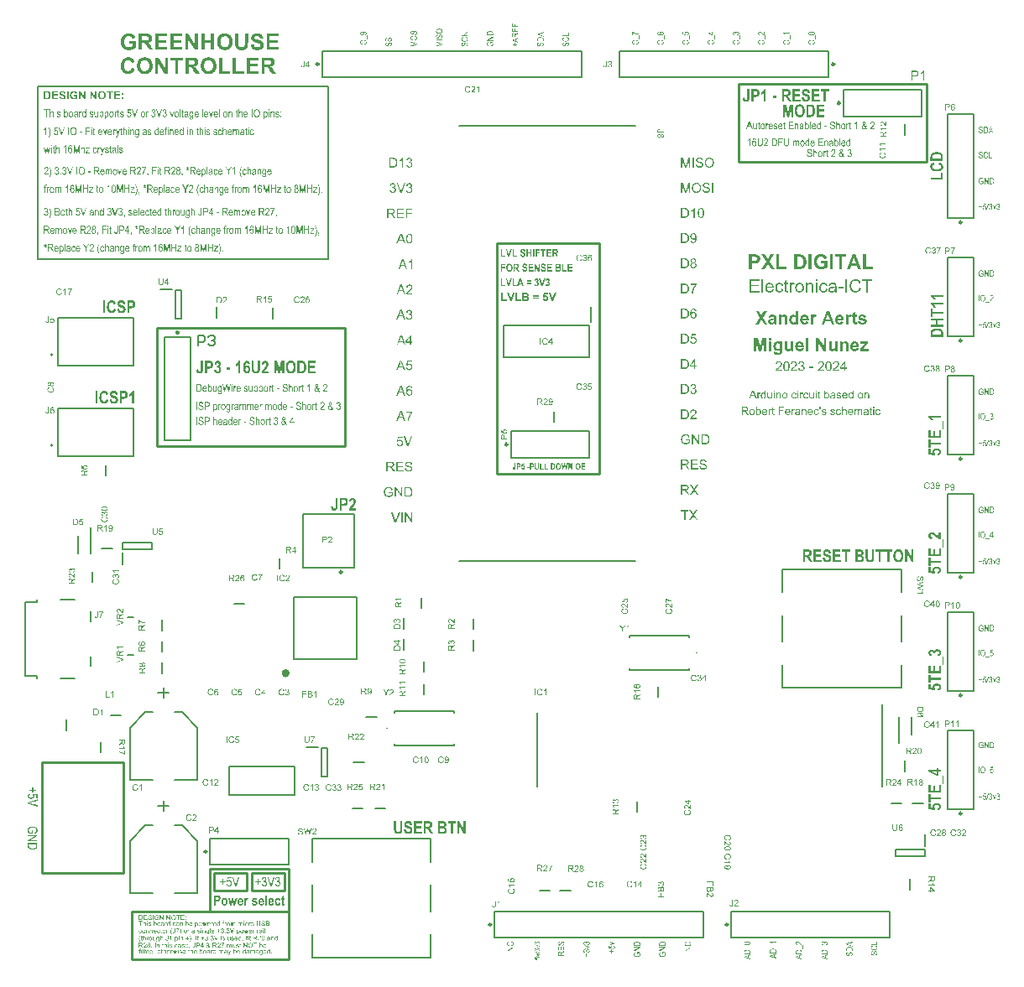
<source format=gbr>
%TF.GenerationSoftware,Altium Limited,Altium Designer,24.3.1 (35)*%
G04 Layer_Color=65535*
%FSLAX45Y45*%
%MOMM*%
%TF.SameCoordinates,7E0553B6-A888-4128-BDB4-EB5F29F5F182*%
%TF.FilePolarity,Positive*%
%TF.FileFunction,Legend,Top*%
%TF.Part,Single*%
G01*
G75*
%TA.AperFunction,NonConductor*%
%ADD58C,0.25000*%
%ADD59C,0.10000*%
%ADD60C,0.40000*%
%ADD61C,0.20000*%
%ADD62C,0.12700*%
%ADD63C,0.25400*%
%ADD64C,0.15000*%
%ADD65C,0.15240*%
%ADD66C,0.17780*%
%ADD67R,0.20000X1.20000*%
G36*
X6418905Y4004508D02*
X6420409Y4004320D01*
X6422288Y4004132D01*
X6424168Y4003944D01*
X6426424Y4003380D01*
X6430935Y4002253D01*
X6435822Y4000373D01*
X6438077Y3999245D01*
X6440521Y3997930D01*
X6442588Y3996426D01*
X6444656Y3994546D01*
X6444844Y3994358D01*
X6445032Y3994170D01*
X6445595Y3993418D01*
X6446347Y3992667D01*
X6447099Y3991727D01*
X6448039Y3990411D01*
X6448979Y3988907D01*
X6449919Y3987216D01*
X6450858Y3985336D01*
X6451986Y3983269D01*
X6452926Y3980825D01*
X6453678Y3978382D01*
X6454430Y3975562D01*
X6454993Y3972743D01*
X6455557Y3969548D01*
X6455745Y3966164D01*
X6434694Y3965037D01*
Y3965224D01*
Y3965412D01*
X6434506Y3965976D01*
X6434318Y3966728D01*
X6433942Y3968420D01*
X6433378Y3970675D01*
X6432438Y3972931D01*
X6431498Y3975374D01*
X6430183Y3977442D01*
X6428491Y3979321D01*
X6428303Y3979509D01*
X6427739Y3979885D01*
X6426611Y3980637D01*
X6425108Y3981389D01*
X6423228Y3982141D01*
X6420973Y3982893D01*
X6418341Y3983269D01*
X6415334Y3983457D01*
X6414018D01*
X6412327Y3983269D01*
X6410447Y3983081D01*
X6408379Y3982517D01*
X6406312Y3981953D01*
X6404056Y3981013D01*
X6402177Y3979885D01*
X6401989Y3979697D01*
X6401425Y3979321D01*
X6400673Y3978570D01*
X6399921Y3977442D01*
X6399169Y3976126D01*
X6398417Y3974622D01*
X6397854Y3972931D01*
X6397666Y3971051D01*
Y3970863D01*
Y3970299D01*
X6397854Y3969360D01*
X6398230Y3968044D01*
X6398605Y3966728D01*
X6399357Y3965412D01*
X6400485Y3963909D01*
X6401801Y3962593D01*
X6401989Y3962405D01*
X6402741Y3962029D01*
X6403868Y3961277D01*
X6405748Y3960338D01*
X6407064Y3959774D01*
X6408379Y3959022D01*
X6409883Y3958458D01*
X6411763Y3957706D01*
X6413642Y3956954D01*
X6415898Y3956202D01*
X6418341Y3955451D01*
X6420973Y3954699D01*
X6421161D01*
X6421725Y3954511D01*
X6422476Y3954323D01*
X6423604Y3953947D01*
X6424920Y3953383D01*
X6426424Y3953007D01*
X6429807Y3951691D01*
X6433566Y3950188D01*
X6437325Y3948684D01*
X6440896Y3946804D01*
X6442588Y3945865D01*
X6443904Y3944925D01*
X6444280Y3944737D01*
X6445032Y3943985D01*
X6446347Y3943045D01*
X6448039Y3941542D01*
X6449731Y3939662D01*
X6451610Y3937406D01*
X6453302Y3934775D01*
X6454805Y3931956D01*
X6454993Y3931580D01*
X6455369Y3930452D01*
X6455933Y3928760D01*
X6456685Y3926505D01*
X6457437Y3923685D01*
X6458001Y3920302D01*
X6458377Y3916543D01*
X6458565Y3912408D01*
Y3912220D01*
Y3911656D01*
Y3910904D01*
X6458377Y3909588D01*
X6458189Y3908273D01*
X6458001Y3906581D01*
X6457625Y3904701D01*
X6457249Y3902822D01*
X6456121Y3898311D01*
X6454242Y3893612D01*
X6453114Y3891356D01*
X6451610Y3889101D01*
X6450106Y3886845D01*
X6448227Y3884590D01*
X6448039Y3884402D01*
X6447663Y3884026D01*
X6447099Y3883650D01*
X6446347Y3882898D01*
X6445220Y3881958D01*
X6443904Y3881018D01*
X6442212Y3880079D01*
X6440521Y3879139D01*
X6438453Y3878011D01*
X6436009Y3877071D01*
X6433378Y3876131D01*
X6430559Y3875192D01*
X6427363Y3874440D01*
X6423980Y3874064D01*
X6420409Y3873688D01*
X6416462Y3873500D01*
X6414770D01*
X6412890Y3873876D01*
X6410447Y3874252D01*
X6407440Y3874816D01*
X6404056Y3875756D01*
X6400485Y3877071D01*
X6396726Y3878951D01*
X6392967Y3881206D01*
X6389207Y3884214D01*
X6385636Y3887597D01*
X6383945Y3889665D01*
X6382253Y3891920D01*
X6380749Y3894364D01*
X6379434Y3896807D01*
X6378118Y3899626D01*
X6376802Y3902634D01*
X6375862Y3906017D01*
X6374922Y3909400D01*
X6374359Y3913160D01*
X6373795Y3917107D01*
X6394282Y3919550D01*
Y3919362D01*
X6394470Y3918422D01*
X6394658Y3917295D01*
X6395034Y3915791D01*
X6395598Y3913911D01*
X6396350Y3911844D01*
X6397290Y3909588D01*
X6398417Y3907333D01*
X6399733Y3905077D01*
X6401237Y3902822D01*
X6403116Y3900754D01*
X6405372Y3898875D01*
X6407815Y3897371D01*
X6410447Y3896243D01*
X6413642Y3895303D01*
X6417026Y3895115D01*
X6418529D01*
X6420221Y3895303D01*
X6422476Y3895679D01*
X6424732Y3896243D01*
X6427175Y3897183D01*
X6429619Y3898311D01*
X6431874Y3900002D01*
X6432062Y3900190D01*
X6432814Y3900942D01*
X6433754Y3902070D01*
X6434694Y3903386D01*
X6435822Y3905265D01*
X6436573Y3907333D01*
X6437325Y3909776D01*
X6437513Y3912408D01*
Y3912596D01*
Y3913160D01*
X6437325Y3913911D01*
Y3915039D01*
X6436573Y3917295D01*
X6436197Y3918610D01*
X6435446Y3919738D01*
Y3919926D01*
X6435070Y3920302D01*
X6433942Y3921430D01*
X6433190Y3922182D01*
X6432250Y3923121D01*
X6430935Y3923873D01*
X6429619Y3924625D01*
X6429431Y3924813D01*
X6428867Y3925001D01*
X6427551Y3925565D01*
X6425860Y3926317D01*
X6424732Y3926693D01*
X6423416Y3927069D01*
X6421912Y3927632D01*
X6420033Y3928196D01*
X6418153Y3928948D01*
X6415898Y3929700D01*
X6413454Y3930452D01*
X6410823Y3931204D01*
X6410635D01*
X6410259Y3931392D01*
X6409507Y3931580D01*
X6408567Y3931956D01*
X6407440Y3932331D01*
X6406312Y3932707D01*
X6403304Y3933835D01*
X6400109Y3935151D01*
X6396726Y3936655D01*
X6393718Y3938346D01*
X6391087Y3940038D01*
X6390899Y3940226D01*
X6390147Y3940978D01*
X6389019Y3941917D01*
X6387516Y3943421D01*
X6386012Y3945113D01*
X6384320Y3947180D01*
X6382629Y3949624D01*
X6381125Y3952443D01*
X6380937Y3952819D01*
X6380561Y3953759D01*
X6379997Y3955451D01*
X6379434Y3957518D01*
X6378682Y3959962D01*
X6378118Y3962781D01*
X6377742Y3965976D01*
X6377554Y3969172D01*
Y3969360D01*
Y3969548D01*
Y3970111D01*
Y3970863D01*
X6377742Y3972931D01*
X6378118Y3975374D01*
X6378682Y3978194D01*
X6379621Y3981389D01*
X6380749Y3984584D01*
X6382253Y3987780D01*
Y3987968D01*
X6382441Y3988156D01*
X6383193Y3989095D01*
X6384133Y3990599D01*
X6385636Y3992479D01*
X6387516Y3994546D01*
X6389771Y3996614D01*
X6392215Y3998681D01*
X6395222Y4000373D01*
X6395410D01*
X6395598Y4000561D01*
X6396726Y4001125D01*
X6398605Y4001689D01*
X6401049Y4002629D01*
X6404056Y4003380D01*
X6407440Y4003944D01*
X6411575Y4004508D01*
X6415898Y4004696D01*
X6417589D01*
X6418905Y4004508D01*
D02*
G37*
G36*
X6996130Y3875568D02*
X6974891D01*
X6932976Y3958270D01*
Y3875568D01*
X6913428D01*
Y4002629D01*
X6933728D01*
X6976582Y3917671D01*
Y4002629D01*
X6996130D01*
Y3875568D01*
D02*
G37*
G36*
X6357066Y3935903D02*
Y3935527D01*
Y3934775D01*
Y3933459D01*
Y3931768D01*
Y3929700D01*
X6356878Y3927257D01*
Y3924625D01*
X6356690Y3921618D01*
X6356314Y3915603D01*
X6355939Y3909588D01*
X6355563Y3906581D01*
X6355187Y3903762D01*
X6354811Y3901130D01*
X6354247Y3898875D01*
Y3898687D01*
X6354059Y3898311D01*
X6353871Y3897747D01*
X6353683Y3896995D01*
X6352931Y3894927D01*
X6351615Y3892296D01*
X6349924Y3889477D01*
X6347856Y3886281D01*
X6345225Y3883274D01*
X6341842Y3880455D01*
X6341654D01*
X6341466Y3880079D01*
X6340902Y3879891D01*
X6340150Y3879327D01*
X6339210Y3878763D01*
X6338082Y3878199D01*
X6336579Y3877635D01*
X6335075Y3877071D01*
X6331504Y3875756D01*
X6327181Y3874628D01*
X6322294Y3873876D01*
X6316655Y3873500D01*
X6315151D01*
X6314023Y3873688D01*
X6312520D01*
X6311016Y3873876D01*
X6307257Y3874252D01*
X6303310Y3875004D01*
X6298987Y3875943D01*
X6294852Y3877447D01*
X6291092Y3879327D01*
X6290904D01*
X6290716Y3879515D01*
X6289589Y3880455D01*
X6287897Y3881770D01*
X6286017Y3883650D01*
X6283762Y3885905D01*
X6281506Y3888725D01*
X6279439Y3891920D01*
X6277747Y3895679D01*
Y3895867D01*
X6277559Y3896243D01*
X6277371Y3896807D01*
X6277183Y3897747D01*
X6276807Y3899063D01*
X6276431Y3900566D01*
X6276056Y3902446D01*
X6275868Y3904513D01*
X6275492Y3907145D01*
X6275116Y3909964D01*
X6274740Y3913160D01*
X6274364Y3916731D01*
X6274176Y3920678D01*
X6273988Y3925001D01*
X6273800Y3929700D01*
Y3934775D01*
Y4002629D01*
X6294852D01*
Y3933835D01*
Y3933647D01*
Y3933083D01*
Y3932331D01*
Y3931204D01*
Y3930076D01*
Y3928572D01*
X6295039Y3925189D01*
Y3921806D01*
X6295227Y3918234D01*
X6295415Y3915227D01*
Y3914099D01*
X6295603Y3912972D01*
Y3912596D01*
X6295979Y3911656D01*
X6296355Y3910152D01*
X6296919Y3908273D01*
X6297859Y3906017D01*
X6298987Y3903950D01*
X6300302Y3901882D01*
X6302182Y3900002D01*
X6302370Y3899814D01*
X6303122Y3899251D01*
X6304250Y3898499D01*
X6305941Y3897747D01*
X6307821Y3896995D01*
X6310264Y3896243D01*
X6313084Y3895679D01*
X6316091Y3895491D01*
X6317407D01*
X6318722Y3895679D01*
X6320414Y3895867D01*
X6322294Y3896243D01*
X6324173Y3896807D01*
X6326053Y3897559D01*
X6327932Y3898687D01*
X6328120Y3898875D01*
X6328684Y3899251D01*
X6329436Y3900002D01*
X6330376Y3900942D01*
X6331504Y3902258D01*
X6332444Y3903762D01*
X6333383Y3905453D01*
X6334135Y3907521D01*
Y3907897D01*
X6334511Y3908649D01*
Y3909400D01*
X6334699Y3910340D01*
X6334887Y3911468D01*
X6335075Y3912784D01*
X6335263Y3914287D01*
X6335451Y3916167D01*
X6335639Y3918234D01*
Y3920490D01*
X6335827Y3922933D01*
X6336015Y3925753D01*
Y3928948D01*
Y3932331D01*
Y4002629D01*
X6357066D01*
Y3935903D01*
D02*
G37*
G36*
X6899519Y3981201D02*
X6868693D01*
Y3875568D01*
X6847642D01*
Y3981201D01*
X6816628D01*
Y4002629D01*
X6899519D01*
Y3981201D01*
D02*
G37*
G36*
X6766443Y4002441D02*
X6770014Y4002253D01*
X6773962Y4001877D01*
X6777909Y4001313D01*
X6781668Y4000561D01*
X6783172Y3999997D01*
X6784675Y3999433D01*
X6785051Y3999245D01*
X6785803Y3998869D01*
X6787119Y3997930D01*
X6788810Y3996802D01*
X6790502Y3995298D01*
X6792570Y3993418D01*
X6794449Y3991163D01*
X6796329Y3988344D01*
X6796517Y3987968D01*
X6797081Y3987028D01*
X6797832Y3985336D01*
X6798772Y3983269D01*
X6799712Y3980637D01*
X6800464Y3977630D01*
X6801028Y3974247D01*
X6801216Y3970675D01*
Y3970487D01*
Y3970299D01*
Y3969172D01*
X6801028Y3967292D01*
X6800652Y3965224D01*
X6800276Y3962593D01*
X6799524Y3959774D01*
X6798396Y3956766D01*
X6797081Y3953947D01*
X6796893Y3953571D01*
X6796329Y3952819D01*
X6795389Y3951503D01*
X6794261Y3949812D01*
X6792570Y3948120D01*
X6790878Y3946241D01*
X6788810Y3944549D01*
X6786367Y3943045D01*
X6786555D01*
X6786743Y3942857D01*
X6787871Y3942481D01*
X6789562Y3941542D01*
X6791818Y3940414D01*
X6794073Y3938910D01*
X6796517Y3937030D01*
X6798960Y3934587D01*
X6801028Y3931768D01*
X6801216Y3931392D01*
X6801780Y3930452D01*
X6802719Y3928760D01*
X6803659Y3926317D01*
X6804599Y3923497D01*
X6805539Y3920302D01*
X6806103Y3916543D01*
X6806291Y3912408D01*
Y3912220D01*
Y3911844D01*
Y3911092D01*
X6806103Y3910152D01*
Y3908836D01*
X6805915Y3907521D01*
X6805539Y3904325D01*
X6804599Y3900566D01*
X6803471Y3896619D01*
X6801780Y3892672D01*
X6799524Y3888913D01*
Y3888725D01*
X6799148Y3888537D01*
X6798396Y3887409D01*
X6796893Y3885717D01*
X6795013Y3883838D01*
X6792758Y3881770D01*
X6789938Y3879891D01*
X6786931Y3878199D01*
X6783735Y3877071D01*
X6783360D01*
X6782984Y3876883D01*
X6782420D01*
X6781480Y3876695D01*
X6780540D01*
X6779224Y3876507D01*
X6777721Y3876319D01*
X6775841Y3876131D01*
X6773774D01*
X6771330Y3875943D01*
X6768511Y3875756D01*
X6765503D01*
X6762120Y3875568D01*
X6718889D01*
Y4002629D01*
X6764752D01*
X6766443Y4002441D01*
D02*
G37*
G36*
X6622090D02*
X6623782D01*
X6627353Y4002253D01*
X6631300Y4001689D01*
X6635247Y4001125D01*
X6639006Y4000185D01*
X6640698Y3999621D01*
X6642202Y3999057D01*
X6642578Y3998869D01*
X6643517Y3998493D01*
X6644833Y3997554D01*
X6646525Y3996238D01*
X6648404Y3994734D01*
X6650284Y3992667D01*
X6652351Y3990223D01*
X6654231Y3987216D01*
X6654419Y3986840D01*
X6654983Y3985712D01*
X6655735Y3983833D01*
X6656675Y3981577D01*
X6657426Y3978570D01*
X6658178Y3974998D01*
X6658742Y3971239D01*
X6658930Y3966916D01*
Y3966728D01*
Y3966352D01*
Y3965412D01*
X6658742Y3964473D01*
Y3963157D01*
X6658554Y3961653D01*
X6657990Y3958270D01*
X6657238Y3954511D01*
X6655923Y3950564D01*
X6654043Y3946616D01*
X6651600Y3942857D01*
Y3942669D01*
X6651224Y3942481D01*
X6650284Y3941354D01*
X6648592Y3939850D01*
X6646337Y3938158D01*
X6643517Y3936091D01*
X6639946Y3934211D01*
X6635999Y3932707D01*
X6631300Y3931580D01*
X6631676Y3931392D01*
X6632428Y3930640D01*
X6633743Y3929700D01*
X6635247Y3928384D01*
X6636939Y3926881D01*
X6638818Y3925001D01*
X6640698Y3922933D01*
X6642390Y3920866D01*
X6642578Y3920678D01*
X6643141Y3919738D01*
X6644269Y3918234D01*
X6645585Y3916167D01*
X6647277Y3913348D01*
X6648216Y3911656D01*
X6649344Y3909776D01*
X6650472Y3907709D01*
X6651788Y3905453D01*
X6653103Y3902822D01*
X6654419Y3900190D01*
X6667200Y3875568D01*
X6641826D01*
X6626789Y3903198D01*
Y3903386D01*
X6626413Y3903950D01*
X6626037Y3904701D01*
X6625473Y3905641D01*
X6624721Y3906769D01*
X6623969Y3908085D01*
X6622278Y3911092D01*
X6620398Y3914287D01*
X6618519Y3917483D01*
X6617767Y3918798D01*
X6616827Y3919926D01*
X6616075Y3921054D01*
X6615511Y3921806D01*
X6615323Y3921994D01*
X6614947Y3922370D01*
X6614384Y3923121D01*
X6613632Y3923873D01*
X6611752Y3925565D01*
X6610624Y3926505D01*
X6609309Y3927069D01*
X6609121D01*
X6608745Y3927257D01*
X6607993Y3927632D01*
X6606865Y3927820D01*
X6605361Y3928196D01*
X6603482Y3928384D01*
X6601414Y3928572D01*
X6594648D01*
Y3875568D01*
X6573596D01*
Y4002629D01*
X6620774D01*
X6622090Y4002441D01*
D02*
G37*
G36*
X6553860Y3981201D02*
X6497472D01*
Y3953007D01*
X6549913D01*
Y3931580D01*
X6497472D01*
Y3896995D01*
X6555740D01*
Y3875568D01*
X6476421D01*
Y4002629D01*
X6553860D01*
Y3981201D01*
D02*
G37*
G36*
X3812643Y3054207D02*
X3813136D01*
X3814472Y3054066D01*
X3815950Y3053855D01*
X3817498Y3053503D01*
X3819186Y3053081D01*
X3820734Y3052518D01*
X3820805D01*
X3820945Y3052448D01*
X3821156Y3052307D01*
X3821438Y3052167D01*
X3822141Y3051815D01*
X3823056Y3051182D01*
X3824111Y3050478D01*
X3825167Y3049563D01*
X3826152Y3048508D01*
X3827067Y3047312D01*
Y3047242D01*
X3827137Y3047171D01*
X3827278Y3046960D01*
X3827418Y3046749D01*
X3827770Y3046045D01*
X3828192Y3045131D01*
X3828685Y3044005D01*
X3829037Y3042668D01*
X3829388Y3041261D01*
X3829529Y3039713D01*
X3823338Y3039221D01*
Y3039291D01*
Y3039432D01*
X3823267Y3039643D01*
X3823197Y3039995D01*
X3822986Y3040769D01*
X3822704Y3041824D01*
X3822282Y3042950D01*
X3821649Y3044075D01*
X3820875Y3045131D01*
X3819890Y3046116D01*
X3819749Y3046186D01*
X3819397Y3046468D01*
X3818694Y3046890D01*
X3817779Y3047312D01*
X3816583Y3047734D01*
X3815176Y3048156D01*
X3813417Y3048438D01*
X3811447Y3048508D01*
X3810462D01*
X3810040Y3048438D01*
X3809477Y3048367D01*
X3808211Y3048227D01*
X3806803Y3047945D01*
X3805396Y3047593D01*
X3804059Y3047030D01*
X3803497Y3046679D01*
X3802934Y3046327D01*
X3802793Y3046257D01*
X3802512Y3045975D01*
X3802089Y3045483D01*
X3801667Y3044920D01*
X3801175Y3044146D01*
X3800753Y3043302D01*
X3800471Y3042316D01*
X3800330Y3041191D01*
Y3041050D01*
Y3040769D01*
X3800401Y3040276D01*
X3800542Y3039713D01*
X3800753Y3039010D01*
X3801104Y3038306D01*
X3801527Y3037603D01*
X3802160Y3036899D01*
X3802230Y3036829D01*
X3802582Y3036617D01*
X3802863Y3036406D01*
X3803145Y3036266D01*
X3803567Y3036055D01*
X3804059Y3035773D01*
X3804693Y3035562D01*
X3805396Y3035281D01*
X3806170Y3034999D01*
X3807085Y3034647D01*
X3808070Y3034366D01*
X3809196Y3034014D01*
X3810462Y3033733D01*
X3811869Y3033381D01*
X3811940D01*
X3812221Y3033311D01*
X3812643Y3033240D01*
X3813136Y3033100D01*
X3813769Y3032959D01*
X3814543Y3032748D01*
X3815317Y3032537D01*
X3816161Y3032326D01*
X3817990Y3031833D01*
X3819749Y3031341D01*
X3820594Y3031059D01*
X3821368Y3030778D01*
X3822071Y3030567D01*
X3822634Y3030285D01*
X3822704D01*
X3822845Y3030215D01*
X3823056Y3030074D01*
X3823338Y3029933D01*
X3824111Y3029511D01*
X3825026Y3028948D01*
X3826082Y3028175D01*
X3827137Y3027330D01*
X3828122Y3026345D01*
X3828966Y3025290D01*
X3829037Y3025149D01*
X3829318Y3024797D01*
X3829599Y3024164D01*
X3830022Y3023320D01*
X3830373Y3022335D01*
X3830725Y3021139D01*
X3830936Y3019802D01*
X3831007Y3018395D01*
Y3018324D01*
Y3018254D01*
Y3018043D01*
Y3017762D01*
X3830866Y3016988D01*
X3830725Y3016003D01*
X3830444Y3014877D01*
X3830092Y3013681D01*
X3829529Y3012414D01*
X3828755Y3011078D01*
Y3011007D01*
X3828685Y3010937D01*
X3828333Y3010515D01*
X3827840Y3009881D01*
X3827137Y3009178D01*
X3826222Y3008334D01*
X3825096Y3007419D01*
X3823830Y3006575D01*
X3822353Y3005801D01*
X3822282D01*
X3822141Y3005730D01*
X3821930Y3005660D01*
X3821649Y3005519D01*
X3821227Y3005379D01*
X3820734Y3005167D01*
X3819609Y3004886D01*
X3818272Y3004534D01*
X3816654Y3004182D01*
X3814895Y3003971D01*
X3812995Y3003901D01*
X3811869D01*
X3811306Y3003971D01*
X3810673D01*
X3809970Y3004042D01*
X3809125Y3004112D01*
X3807366Y3004394D01*
X3805537Y3004675D01*
X3803708Y3005167D01*
X3801949Y3005801D01*
X3801878D01*
X3801738Y3005871D01*
X3801527Y3006012D01*
X3801245Y3006152D01*
X3800401Y3006575D01*
X3799416Y3007208D01*
X3798290Y3008052D01*
X3797094Y3009037D01*
X3795968Y3010233D01*
X3794913Y3011570D01*
Y3011640D01*
X3794772Y3011781D01*
X3794702Y3011992D01*
X3794491Y3012274D01*
X3794350Y3012625D01*
X3794139Y3013048D01*
X3793646Y3014103D01*
X3793154Y3015440D01*
X3792732Y3016917D01*
X3792450Y3018606D01*
X3792310Y3020365D01*
X3798360Y3020928D01*
Y3020857D01*
Y3020787D01*
X3798431Y3020576D01*
Y3020294D01*
X3798572Y3019661D01*
X3798783Y3018747D01*
X3799064Y3017832D01*
X3799345Y3016777D01*
X3799838Y3015792D01*
X3800330Y3014877D01*
X3800401Y3014807D01*
X3800612Y3014525D01*
X3800964Y3014033D01*
X3801527Y3013540D01*
X3802230Y3012907D01*
X3803004Y3012274D01*
X3804059Y3011640D01*
X3805185Y3011078D01*
X3805256D01*
X3805326Y3011007D01*
X3805537Y3010937D01*
X3805748Y3010866D01*
X3806452Y3010655D01*
X3807366Y3010374D01*
X3808492Y3010093D01*
X3809758Y3009881D01*
X3811166Y3009741D01*
X3812713Y3009670D01*
X3813347D01*
X3814050Y3009741D01*
X3814895Y3009811D01*
X3815880Y3009952D01*
X3817005Y3010093D01*
X3818131Y3010374D01*
X3819186Y3010726D01*
X3819327Y3010796D01*
X3819679Y3010937D01*
X3820171Y3011218D01*
X3820805Y3011500D01*
X3821438Y3011992D01*
X3822141Y3012485D01*
X3822845Y3013048D01*
X3823408Y3013751D01*
X3823478Y3013822D01*
X3823619Y3014103D01*
X3823830Y3014455D01*
X3824111Y3015018D01*
X3824393Y3015580D01*
X3824604Y3016284D01*
X3824745Y3017058D01*
X3824815Y3017902D01*
Y3017973D01*
Y3018324D01*
X3824745Y3018747D01*
X3824674Y3019309D01*
X3824463Y3019872D01*
X3824252Y3020576D01*
X3823900Y3021279D01*
X3823408Y3021913D01*
X3823338Y3021983D01*
X3823126Y3022194D01*
X3822845Y3022476D01*
X3822353Y3022898D01*
X3821790Y3023320D01*
X3821016Y3023812D01*
X3820101Y3024305D01*
X3819046Y3024727D01*
X3818975Y3024797D01*
X3818624Y3024868D01*
X3818061Y3025079D01*
X3817709Y3025149D01*
X3817216Y3025290D01*
X3816724Y3025501D01*
X3816091Y3025642D01*
X3815387Y3025853D01*
X3814543Y3026064D01*
X3813698Y3026275D01*
X3812713Y3026556D01*
X3811588Y3026838D01*
X3810392Y3027119D01*
X3810321D01*
X3810110Y3027190D01*
X3809758Y3027260D01*
X3809336Y3027401D01*
X3808773Y3027541D01*
X3808140Y3027682D01*
X3806733Y3028104D01*
X3805185Y3028597D01*
X3803567Y3029089D01*
X3802160Y3029582D01*
X3801527Y3029863D01*
X3800964Y3030145D01*
X3800893D01*
X3800823Y3030215D01*
X3800401Y3030496D01*
X3799768Y3030848D01*
X3799064Y3031411D01*
X3798220Y3032044D01*
X3797375Y3032818D01*
X3796531Y3033733D01*
X3795828Y3034718D01*
X3795757Y3034859D01*
X3795546Y3035210D01*
X3795265Y3035773D01*
X3794983Y3036477D01*
X3794702Y3037391D01*
X3794420Y3038447D01*
X3794209Y3039573D01*
X3794139Y3040769D01*
Y3040839D01*
Y3040909D01*
Y3041120D01*
Y3041402D01*
X3794280Y3042105D01*
X3794420Y3043020D01*
X3794631Y3044075D01*
X3794983Y3045272D01*
X3795476Y3046468D01*
X3796179Y3047664D01*
Y3047734D01*
X3796250Y3047804D01*
X3796601Y3048227D01*
X3797094Y3048789D01*
X3797727Y3049493D01*
X3798572Y3050267D01*
X3799627Y3051111D01*
X3800893Y3051885D01*
X3802300Y3052589D01*
X3802371D01*
X3802512Y3052659D01*
X3802723Y3052729D01*
X3803004Y3052870D01*
X3803356Y3053011D01*
X3803848Y3053152D01*
X3804904Y3053433D01*
X3806241Y3053714D01*
X3807788Y3053996D01*
X3809407Y3054207D01*
X3811236Y3054277D01*
X3812151D01*
X3812643Y3054207D01*
D02*
G37*
G36*
X3882790D02*
X3883353D01*
X3884690Y3054066D01*
X3886167Y3053855D01*
X3887715Y3053503D01*
X3889404Y3053081D01*
X3891022Y3052518D01*
X3891092D01*
X3891233Y3052448D01*
X3891444Y3052378D01*
X3891726Y3052237D01*
X3892499Y3051815D01*
X3893484Y3051322D01*
X3894540Y3050619D01*
X3895666Y3049774D01*
X3896721Y3048860D01*
X3897706Y3047734D01*
X3897847Y3047593D01*
X3898128Y3047171D01*
X3898550Y3046538D01*
X3899113Y3045623D01*
X3899676Y3044498D01*
X3900309Y3043090D01*
X3900942Y3041543D01*
X3901435Y3039784D01*
X3895595Y3038236D01*
Y3038306D01*
X3895525Y3038376D01*
X3895454Y3038588D01*
X3895384Y3038869D01*
X3895173Y3039502D01*
X3894892Y3040346D01*
X3894469Y3041331D01*
X3893977Y3042246D01*
X3893484Y3043231D01*
X3892851Y3044075D01*
X3892781Y3044146D01*
X3892570Y3044427D01*
X3892148Y3044779D01*
X3891655Y3045272D01*
X3891022Y3045834D01*
X3890178Y3046397D01*
X3889263Y3046960D01*
X3888208Y3047453D01*
X3888067Y3047523D01*
X3887715Y3047664D01*
X3887082Y3047875D01*
X3886238Y3048156D01*
X3885253Y3048367D01*
X3884127Y3048578D01*
X3882860Y3048719D01*
X3881524Y3048789D01*
X3880750D01*
X3880398Y3048719D01*
X3879976D01*
X3878920Y3048649D01*
X3877724Y3048438D01*
X3876387Y3048227D01*
X3875121Y3047875D01*
X3873855Y3047382D01*
X3873714Y3047312D01*
X3873292Y3047171D01*
X3872729Y3046819D01*
X3872025Y3046468D01*
X3871181Y3045905D01*
X3870266Y3045342D01*
X3869422Y3044638D01*
X3868648Y3043864D01*
X3868578Y3043794D01*
X3868296Y3043513D01*
X3867945Y3043020D01*
X3867522Y3042457D01*
X3867030Y3041754D01*
X3866537Y3040909D01*
X3866045Y3039995D01*
X3865552Y3039010D01*
Y3038939D01*
X3865482Y3038799D01*
X3865412Y3038588D01*
X3865271Y3038236D01*
X3865130Y3037814D01*
X3864989Y3037321D01*
X3864778Y3036758D01*
X3864638Y3036125D01*
X3864286Y3034647D01*
X3864004Y3032959D01*
X3863793Y3031200D01*
X3863723Y3029230D01*
Y3029160D01*
Y3028948D01*
Y3028597D01*
X3863793Y3028175D01*
Y3027612D01*
X3863864Y3026908D01*
X3863934Y3026205D01*
X3864004Y3025431D01*
X3864286Y3023672D01*
X3864638Y3021842D01*
X3865201Y3020013D01*
X3865904Y3018254D01*
Y3018184D01*
X3866045Y3018043D01*
X3866115Y3017832D01*
X3866326Y3017550D01*
X3866819Y3016777D01*
X3867593Y3015792D01*
X3868507Y3014736D01*
X3869633Y3013681D01*
X3870970Y3012696D01*
X3872447Y3011781D01*
X3872518D01*
X3872658Y3011711D01*
X3872870Y3011570D01*
X3873221Y3011429D01*
X3873573Y3011289D01*
X3874066Y3011148D01*
X3875191Y3010726D01*
X3876599Y3010374D01*
X3878146Y3010022D01*
X3879835Y3009741D01*
X3881594Y3009670D01*
X3882298D01*
X3882720Y3009741D01*
X3883142D01*
X3884197Y3009881D01*
X3885464Y3010022D01*
X3886800Y3010304D01*
X3888278Y3010726D01*
X3889755Y3011218D01*
X3889826D01*
X3889967Y3011289D01*
X3890107Y3011359D01*
X3890389Y3011500D01*
X3891163Y3011851D01*
X3892007Y3012274D01*
X3892992Y3012766D01*
X3894047Y3013329D01*
X3895032Y3013962D01*
X3895877Y3014666D01*
Y3023812D01*
X3881524D01*
Y3029582D01*
X3902209D01*
Y3011500D01*
X3902138Y3011429D01*
X3901998Y3011359D01*
X3901716Y3011148D01*
X3901365Y3010866D01*
X3900942Y3010585D01*
X3900450Y3010233D01*
X3899817Y3009811D01*
X3899183Y3009389D01*
X3897706Y3008474D01*
X3896017Y3007489D01*
X3894258Y3006575D01*
X3892359Y3005801D01*
X3892288D01*
X3892148Y3005730D01*
X3891866Y3005660D01*
X3891514Y3005519D01*
X3891022Y3005379D01*
X3890459Y3005167D01*
X3889826Y3005027D01*
X3889193Y3004886D01*
X3887645Y3004534D01*
X3885886Y3004182D01*
X3883986Y3003971D01*
X3882016Y3003901D01*
X3881313D01*
X3880820Y3003971D01*
X3880187D01*
X3879413Y3004042D01*
X3878569Y3004182D01*
X3877654Y3004253D01*
X3875614Y3004675D01*
X3873432Y3005167D01*
X3871181Y3005941D01*
X3870055Y3006364D01*
X3868930Y3006926D01*
X3868859Y3006997D01*
X3868648Y3007067D01*
X3868367Y3007278D01*
X3867945Y3007489D01*
X3867452Y3007841D01*
X3866960Y3008193D01*
X3865623Y3009178D01*
X3864216Y3010444D01*
X3862738Y3011992D01*
X3861331Y3013751D01*
X3860064Y3015792D01*
Y3015862D01*
X3859924Y3016073D01*
X3859783Y3016354D01*
X3859572Y3016847D01*
X3859361Y3017339D01*
X3859150Y3018043D01*
X3858868Y3018747D01*
X3858587Y3019591D01*
X3858305Y3020506D01*
X3858024Y3021561D01*
X3857813Y3022616D01*
X3857602Y3023742D01*
X3857250Y3026205D01*
X3857109Y3028808D01*
Y3028878D01*
Y3029160D01*
Y3029511D01*
X3857180Y3030004D01*
Y3030637D01*
X3857250Y3031411D01*
X3857391Y3032185D01*
X3857461Y3033100D01*
X3857672Y3034085D01*
X3857813Y3035140D01*
X3858376Y3037391D01*
X3859079Y3039713D01*
X3860064Y3042035D01*
X3860135Y3042105D01*
X3860205Y3042316D01*
X3860346Y3042598D01*
X3860627Y3043020D01*
X3860909Y3043583D01*
X3861261Y3044146D01*
X3862246Y3045483D01*
X3863442Y3047030D01*
X3864919Y3048508D01*
X3866608Y3049986D01*
X3867593Y3050619D01*
X3868578Y3051252D01*
X3868648Y3051322D01*
X3868859Y3051393D01*
X3869141Y3051533D01*
X3869563Y3051744D01*
X3870126Y3051956D01*
X3870759Y3052237D01*
X3871462Y3052518D01*
X3872307Y3052800D01*
X3873221Y3053081D01*
X3874206Y3053292D01*
X3875262Y3053574D01*
X3876387Y3053785D01*
X3878850Y3054137D01*
X3880116Y3054277D01*
X3882368D01*
X3882790Y3054207D01*
D02*
G37*
G36*
X4176394Y3033240D02*
X4169569D01*
Y3040065D01*
X4176394D01*
Y3033240D01*
D02*
G37*
G36*
X4018018Y3004745D02*
X4011334D01*
X3985865Y3042950D01*
Y3004745D01*
X3979673D01*
Y3053433D01*
X3986287D01*
X4011827Y3015158D01*
Y3053433D01*
X4018018D01*
Y3004745D01*
D02*
G37*
G36*
X3949982D02*
X3943298D01*
X3917828Y3042950D01*
Y3004745D01*
X3911637D01*
Y3053433D01*
X3918250D01*
X3943790Y3015158D01*
Y3053433D01*
X3949982D01*
Y3004745D01*
D02*
G37*
G36*
X4176394D02*
X4169569D01*
Y3011570D01*
X4176394D01*
Y3004745D01*
D02*
G37*
G36*
X4158664Y3047664D02*
X4129887D01*
Y3032818D01*
X4156834D01*
Y3027049D01*
X4129887D01*
Y3010515D01*
X4159789D01*
Y3004745D01*
X4123414D01*
Y3053433D01*
X4158664D01*
Y3047664D01*
D02*
G37*
G36*
X4116660D02*
X4100618D01*
Y3004745D01*
X4094145D01*
Y3047664D01*
X4078104D01*
Y3053433D01*
X4116660D01*
Y3047664D01*
D02*
G37*
G36*
X3847400Y3004745D02*
X3840927D01*
Y3053433D01*
X3847400D01*
Y3004745D01*
D02*
G37*
G36*
X3784430Y3047664D02*
X3755653D01*
Y3032818D01*
X3782600D01*
Y3027049D01*
X3755653D01*
Y3010515D01*
X3785555D01*
Y3004745D01*
X3749180D01*
Y3053433D01*
X3784430D01*
Y3047664D01*
D02*
G37*
G36*
X3719982Y3053363D02*
X3721389Y3053292D01*
X3722796Y3053152D01*
X3724203Y3052941D01*
X3725399Y3052729D01*
X3725470D01*
X3725610Y3052659D01*
X3725821D01*
X3726103Y3052518D01*
X3726877Y3052307D01*
X3727862Y3051956D01*
X3728987Y3051463D01*
X3730184Y3050830D01*
X3731380Y3050126D01*
X3732505Y3049212D01*
X3732576Y3049141D01*
X3732646Y3049071D01*
X3732857Y3048860D01*
X3733139Y3048649D01*
X3733842Y3047945D01*
X3734686Y3046960D01*
X3735601Y3045764D01*
X3736586Y3044357D01*
X3737501Y3042739D01*
X3738275Y3040909D01*
Y3040839D01*
X3738345Y3040698D01*
X3738486Y3040417D01*
X3738556Y3039995D01*
X3738767Y3039502D01*
X3738908Y3038939D01*
X3739049Y3038306D01*
X3739260Y3037532D01*
X3739471Y3036758D01*
X3739612Y3035844D01*
X3739963Y3033874D01*
X3740174Y3031692D01*
X3740245Y3029300D01*
Y3029230D01*
Y3029089D01*
Y3028737D01*
Y3028386D01*
X3740174Y3027893D01*
Y3027330D01*
X3740104Y3025993D01*
X3739893Y3024446D01*
X3739682Y3022827D01*
X3739330Y3021139D01*
X3738908Y3019450D01*
Y3019380D01*
X3738838Y3019239D01*
X3738767Y3019028D01*
X3738697Y3018747D01*
X3738415Y3017973D01*
X3737993Y3016988D01*
X3737571Y3015862D01*
X3737008Y3014736D01*
X3736305Y3013540D01*
X3735601Y3012414D01*
X3735531Y3012274D01*
X3735249Y3011922D01*
X3734827Y3011429D01*
X3734264Y3010796D01*
X3733631Y3010093D01*
X3732857Y3009389D01*
X3732083Y3008615D01*
X3731169Y3007982D01*
X3731028Y3007911D01*
X3730746Y3007700D01*
X3730254Y3007419D01*
X3729550Y3007067D01*
X3728706Y3006645D01*
X3727721Y3006293D01*
X3726595Y3005871D01*
X3725329Y3005519D01*
X3725188D01*
X3724977Y3005449D01*
X3724766Y3005379D01*
X3724062Y3005308D01*
X3723077Y3005167D01*
X3721952Y3005027D01*
X3720615Y3004886D01*
X3719137Y3004816D01*
X3717519Y3004745D01*
X3700000D01*
Y3053433D01*
X3718715D01*
X3719982Y3053363D01*
D02*
G37*
G36*
X4051297Y3054207D02*
X4051931D01*
X4052564Y3054137D01*
X4053408Y3053996D01*
X4054252Y3053855D01*
X4056082Y3053503D01*
X4058193Y3052941D01*
X4060233Y3052096D01*
X4061288Y3051604D01*
X4062344Y3051041D01*
X4062414Y3050971D01*
X4062555Y3050900D01*
X4062836Y3050689D01*
X4063258Y3050478D01*
X4063680Y3050126D01*
X4064243Y3049704D01*
X4065439Y3048719D01*
X4066706Y3047453D01*
X4068113Y3045905D01*
X4069450Y3044075D01*
X4070576Y3042035D01*
Y3041965D01*
X4070716Y3041754D01*
X4070857Y3041472D01*
X4070998Y3041050D01*
X4071279Y3040487D01*
X4071490Y3039854D01*
X4071772Y3039080D01*
X4072053Y3038236D01*
X4072264Y3037321D01*
X4072546Y3036336D01*
X4072827Y3035210D01*
X4073038Y3034085D01*
X4073320Y3031622D01*
X4073460Y3028948D01*
Y3028878D01*
Y3028597D01*
Y3028245D01*
X4073390Y3027682D01*
Y3027049D01*
X4073320Y3026275D01*
X4073179Y3025431D01*
X4073108Y3024516D01*
X4072757Y3022476D01*
X4072194Y3020224D01*
X4071420Y3017973D01*
X4070998Y3016847D01*
X4070435Y3015721D01*
Y3015651D01*
X4070294Y3015440D01*
X4070153Y3015158D01*
X4069872Y3014736D01*
X4069591Y3014244D01*
X4069239Y3013751D01*
X4068254Y3012414D01*
X4067058Y3011007D01*
X4065650Y3009530D01*
X4063962Y3008123D01*
X4061992Y3006856D01*
X4061922D01*
X4061781Y3006715D01*
X4061429Y3006575D01*
X4061007Y3006364D01*
X4060514Y3006152D01*
X4059951Y3005941D01*
X4059248Y3005660D01*
X4058474Y3005379D01*
X4057630Y3005097D01*
X4056715Y3004816D01*
X4054675Y3004394D01*
X4052494Y3004042D01*
X4050172Y3003901D01*
X4049468D01*
X4049046Y3003971D01*
X4048413D01*
X4047709Y3004112D01*
X4046935Y3004182D01*
X4046021Y3004323D01*
X4044121Y3004745D01*
X4042081Y3005308D01*
X4039970Y3006152D01*
X4038914Y3006645D01*
X4037859Y3007208D01*
X4037789Y3007278D01*
X4037648Y3007349D01*
X4037367Y3007560D01*
X4036944Y3007841D01*
X4036522Y3008123D01*
X4036030Y3008545D01*
X4034834Y3009600D01*
X4033497Y3010866D01*
X4032090Y3012414D01*
X4030823Y3014173D01*
X4029627Y3016214D01*
Y3016284D01*
X4029486Y3016495D01*
X4029346Y3016777D01*
X4029205Y3017199D01*
X4028994Y3017762D01*
X4028783Y3018395D01*
X4028501Y3019098D01*
X4028290Y3019872D01*
X4028009Y3020787D01*
X4027728Y3021702D01*
X4027305Y3023812D01*
X4027024Y3025993D01*
X4026883Y3028386D01*
Y3028456D01*
Y3028526D01*
Y3028948D01*
X4026954Y3029582D01*
Y3030426D01*
X4027094Y3031411D01*
X4027235Y3032607D01*
X4027446Y3033944D01*
X4027728Y3035351D01*
X4028009Y3036829D01*
X4028431Y3038376D01*
X4028994Y3039924D01*
X4029627Y3041543D01*
X4030331Y3043090D01*
X4031245Y3044638D01*
X4032230Y3046045D01*
X4033356Y3047382D01*
X4033427Y3047453D01*
X4033638Y3047664D01*
X4034060Y3048015D01*
X4034552Y3048438D01*
X4035185Y3049001D01*
X4035959Y3049563D01*
X4036874Y3050197D01*
X4037929Y3050830D01*
X4039055Y3051463D01*
X4040322Y3052096D01*
X4041729Y3052659D01*
X4043206Y3053222D01*
X4044825Y3053644D01*
X4046513Y3053996D01*
X4048272Y3054207D01*
X4050172Y3054277D01*
X4050805D01*
X4051297Y3054207D01*
D02*
G37*
G36*
X4559493Y2994093D02*
X4560338Y2994023D01*
X4561323Y2993882D01*
X4562308Y2993741D01*
X4563433Y2993530D01*
X4562519Y2988324D01*
X4562448D01*
X4562237Y2988394D01*
X4561885Y2988464D01*
X4561393Y2988535D01*
X4560830D01*
X4560267Y2988605D01*
X4559001Y2988676D01*
X4558579D01*
X4558086Y2988605D01*
X4557523Y2988535D01*
X4556890Y2988394D01*
X4556257Y2988183D01*
X4555694Y2987902D01*
X4555201Y2987479D01*
X4555131Y2987409D01*
X4555061Y2987268D01*
X4554850Y2986987D01*
X4554639Y2986494D01*
X4554428Y2985932D01*
X4554287Y2985228D01*
X4554146Y2984313D01*
X4554076Y2983188D01*
Y2979951D01*
X4560900D01*
Y2975307D01*
X4554076D01*
Y2944631D01*
X4548095D01*
Y2975307D01*
X4542818D01*
Y2979951D01*
X4548095D01*
Y2983680D01*
Y2983750D01*
Y2983821D01*
Y2984243D01*
X4548166Y2984876D01*
Y2985650D01*
X4548236Y2986494D01*
X4548377Y2987409D01*
X4548517Y2988253D01*
X4548729Y2988957D01*
X4548799Y2989027D01*
X4548869Y2989379D01*
X4549080Y2989801D01*
X4549432Y2990294D01*
X4549854Y2990857D01*
X4550347Y2991490D01*
X4550980Y2992123D01*
X4551754Y2992686D01*
X4551824Y2992756D01*
X4552176Y2992897D01*
X4552669Y2993178D01*
X4553372Y2993460D01*
X4554216Y2993671D01*
X4555272Y2993952D01*
X4556468Y2994093D01*
X4557875Y2994163D01*
X4558860D01*
X4559493Y2994093D01*
D02*
G37*
G36*
X4764446Y2986494D02*
X4758466D01*
Y2993319D01*
X4764446D01*
Y2986494D01*
D02*
G37*
G36*
X3788299D02*
X3782319D01*
Y2993319D01*
X3788299D01*
Y2986494D01*
D02*
G37*
G36*
X4955116Y2994093D02*
X4955609D01*
X4956946Y2993952D01*
X4958423Y2993741D01*
X4959971Y2993389D01*
X4961660Y2992967D01*
X4963207Y2992404D01*
X4963278D01*
X4963419Y2992334D01*
X4963630Y2992193D01*
X4963911Y2992053D01*
X4964615Y2991701D01*
X4965529Y2991068D01*
X4966585Y2990364D01*
X4967640Y2989449D01*
X4968625Y2988394D01*
X4969540Y2987198D01*
Y2987128D01*
X4969610Y2987057D01*
X4969751Y2986846D01*
X4969892Y2986635D01*
X4970243Y2985932D01*
X4970665Y2985017D01*
X4971158Y2983891D01*
X4971510Y2982554D01*
X4971862Y2981147D01*
X4972002Y2979599D01*
X4965811Y2979107D01*
Y2979177D01*
Y2979318D01*
X4965740Y2979529D01*
X4965670Y2979881D01*
X4965459Y2980655D01*
X4965178Y2981710D01*
X4964755Y2982836D01*
X4964122Y2983962D01*
X4963348Y2985017D01*
X4962363Y2986002D01*
X4962222Y2986072D01*
X4961871Y2986354D01*
X4961167Y2986776D01*
X4960252Y2987198D01*
X4959056Y2987620D01*
X4957649Y2988042D01*
X4955890Y2988324D01*
X4953920Y2988394D01*
X4952935D01*
X4952513Y2988324D01*
X4951950Y2988253D01*
X4950684Y2988113D01*
X4949277Y2987831D01*
X4947869Y2987479D01*
X4946533Y2986917D01*
X4945970Y2986565D01*
X4945407Y2986213D01*
X4945266Y2986143D01*
X4944985Y2985861D01*
X4944563Y2985369D01*
X4944140Y2984806D01*
X4943648Y2984032D01*
X4943226Y2983188D01*
X4942944Y2982203D01*
X4942804Y2981077D01*
Y2980936D01*
Y2980655D01*
X4942874Y2980162D01*
X4943015Y2979599D01*
X4943226Y2978896D01*
X4943578Y2978192D01*
X4944000Y2977489D01*
X4944633Y2976785D01*
X4944703Y2976715D01*
X4945055Y2976504D01*
X4945337Y2976292D01*
X4945618Y2976152D01*
X4946040Y2975941D01*
X4946533Y2975659D01*
X4947166Y2975448D01*
X4947869Y2975167D01*
X4948643Y2974885D01*
X4949558Y2974534D01*
X4950543Y2974252D01*
X4951669Y2973900D01*
X4952935Y2973619D01*
X4954342Y2973267D01*
X4954413D01*
X4954694Y2973197D01*
X4955116Y2973126D01*
X4955609Y2972986D01*
X4956242Y2972845D01*
X4957016Y2972634D01*
X4957790Y2972423D01*
X4958634Y2972212D01*
X4960464Y2971719D01*
X4962222Y2971227D01*
X4963067Y2970945D01*
X4963841Y2970664D01*
X4964544Y2970453D01*
X4965107Y2970171D01*
X4965178D01*
X4965318Y2970101D01*
X4965529Y2969960D01*
X4965811Y2969820D01*
X4966585Y2969397D01*
X4967499Y2968835D01*
X4968555Y2968061D01*
X4969610Y2967216D01*
X4970595Y2966231D01*
X4971439Y2965176D01*
X4971510Y2965035D01*
X4971791Y2964683D01*
X4972073Y2964050D01*
X4972495Y2963206D01*
X4972847Y2962221D01*
X4973198Y2961025D01*
X4973409Y2959688D01*
X4973480Y2958281D01*
Y2958210D01*
Y2958140D01*
Y2957929D01*
Y2957648D01*
X4973339Y2956874D01*
X4973198Y2955889D01*
X4972917Y2954763D01*
X4972565Y2953567D01*
X4972002Y2952300D01*
X4971228Y2950964D01*
Y2950893D01*
X4971158Y2950823D01*
X4970806Y2950401D01*
X4970314Y2949768D01*
X4969610Y2949064D01*
X4968695Y2948220D01*
X4967570Y2947305D01*
X4966303Y2946461D01*
X4964826Y2945687D01*
X4964755D01*
X4964615Y2945616D01*
X4964404Y2945546D01*
X4964122Y2945405D01*
X4963700Y2945265D01*
X4963207Y2945054D01*
X4962082Y2944772D01*
X4960745Y2944420D01*
X4959127Y2944069D01*
X4957368Y2943857D01*
X4955468Y2943787D01*
X4954342D01*
X4953780Y2943857D01*
X4953146D01*
X4952443Y2943928D01*
X4951598Y2943998D01*
X4949839Y2944280D01*
X4948010Y2944561D01*
X4946181Y2945054D01*
X4944422Y2945687D01*
X4944352D01*
X4944211Y2945757D01*
X4944000Y2945898D01*
X4943718Y2946039D01*
X4942874Y2946461D01*
X4941889Y2947094D01*
X4940763Y2947938D01*
X4939567Y2948923D01*
X4938441Y2950119D01*
X4937386Y2951456D01*
Y2951526D01*
X4937245Y2951667D01*
X4937175Y2951878D01*
X4936964Y2952160D01*
X4936823Y2952511D01*
X4936612Y2952934D01*
X4936120Y2953989D01*
X4935627Y2955326D01*
X4935205Y2956803D01*
X4934924Y2958492D01*
X4934783Y2960251D01*
X4940834Y2960814D01*
Y2960743D01*
Y2960673D01*
X4940904Y2960462D01*
Y2960181D01*
X4941045Y2959547D01*
X4941256Y2958633D01*
X4941537Y2957718D01*
X4941819Y2956663D01*
X4942311Y2955678D01*
X4942804Y2954763D01*
X4942874Y2954693D01*
X4943085Y2954411D01*
X4943437Y2953919D01*
X4944000Y2953426D01*
X4944703Y2952793D01*
X4945477Y2952160D01*
X4946533Y2951526D01*
X4947658Y2950964D01*
X4947729D01*
X4947799Y2950893D01*
X4948010Y2950823D01*
X4948221Y2950753D01*
X4948925Y2950541D01*
X4949839Y2950260D01*
X4950965Y2949979D01*
X4952232Y2949768D01*
X4953639Y2949627D01*
X4955187Y2949556D01*
X4955820D01*
X4956523Y2949627D01*
X4957368Y2949697D01*
X4958353Y2949838D01*
X4959479Y2949979D01*
X4960604Y2950260D01*
X4961660Y2950612D01*
X4961800Y2950682D01*
X4962152Y2950823D01*
X4962645Y2951104D01*
X4963278Y2951386D01*
X4963911Y2951878D01*
X4964615Y2952371D01*
X4965318Y2952934D01*
X4965881Y2953637D01*
X4965951Y2953708D01*
X4966092Y2953989D01*
X4966303Y2954341D01*
X4966585Y2954904D01*
X4966866Y2955467D01*
X4967077Y2956170D01*
X4967218Y2956944D01*
X4967288Y2957788D01*
Y2957859D01*
Y2958210D01*
X4967218Y2958633D01*
X4967148Y2959196D01*
X4966936Y2959758D01*
X4966725Y2960462D01*
X4966374Y2961166D01*
X4965881Y2961799D01*
X4965811Y2961869D01*
X4965600Y2962080D01*
X4965318Y2962362D01*
X4964826Y2962784D01*
X4964263Y2963206D01*
X4963489Y2963698D01*
X4962574Y2964191D01*
X4961519Y2964613D01*
X4961449Y2964683D01*
X4961097Y2964754D01*
X4960534Y2964965D01*
X4960182Y2965035D01*
X4959690Y2965176D01*
X4959197Y2965387D01*
X4958564Y2965528D01*
X4957860Y2965739D01*
X4957016Y2965950D01*
X4956172Y2966161D01*
X4955187Y2966442D01*
X4954061Y2966724D01*
X4952865Y2967005D01*
X4952795D01*
X4952583Y2967076D01*
X4952232Y2967146D01*
X4951810Y2967287D01*
X4951247Y2967427D01*
X4950613Y2967568D01*
X4949206Y2967990D01*
X4947658Y2968483D01*
X4946040Y2968975D01*
X4944633Y2969468D01*
X4944000Y2969749D01*
X4943437Y2970031D01*
X4943367D01*
X4943296Y2970101D01*
X4942874Y2970382D01*
X4942241Y2970734D01*
X4941537Y2971297D01*
X4940693Y2971930D01*
X4939849Y2972704D01*
X4939004Y2973619D01*
X4938301Y2974604D01*
X4938230Y2974745D01*
X4938019Y2975096D01*
X4937738Y2975659D01*
X4937456Y2976363D01*
X4937175Y2977278D01*
X4936894Y2978333D01*
X4936683Y2979459D01*
X4936612Y2980655D01*
Y2980725D01*
Y2980795D01*
Y2981006D01*
Y2981288D01*
X4936753Y2981991D01*
X4936894Y2982906D01*
X4937105Y2983962D01*
X4937456Y2985158D01*
X4937949Y2986354D01*
X4938653Y2987550D01*
Y2987620D01*
X4938723Y2987690D01*
X4939075Y2988113D01*
X4939567Y2988676D01*
X4940200Y2989379D01*
X4941045Y2990153D01*
X4942100Y2990997D01*
X4943367Y2991771D01*
X4944774Y2992475D01*
X4944844D01*
X4944985Y2992545D01*
X4945196Y2992616D01*
X4945477Y2992756D01*
X4945829Y2992897D01*
X4946322Y2993038D01*
X4947377Y2993319D01*
X4948714Y2993601D01*
X4950262Y2993882D01*
X4951880Y2994093D01*
X4953709Y2994163D01*
X4954624D01*
X4955116Y2994093D01*
D02*
G37*
G36*
X4518264Y2944631D02*
X4512705D01*
Y2949064D01*
X4512635Y2948994D01*
X4512565Y2948853D01*
X4512353Y2948571D01*
X4512072Y2948220D01*
X4511720Y2947868D01*
X4511298Y2947446D01*
X4510806Y2946953D01*
X4510172Y2946461D01*
X4509539Y2945968D01*
X4508836Y2945476D01*
X4507991Y2945054D01*
X4507077Y2944702D01*
X4506162Y2944350D01*
X4505107Y2944069D01*
X4503981Y2943928D01*
X4502785Y2943857D01*
X4502363D01*
X4502081Y2943928D01*
X4501237Y2943998D01*
X4500252Y2944139D01*
X4499056Y2944420D01*
X4497719Y2944842D01*
X4496382Y2945405D01*
X4495045Y2946179D01*
X4494975D01*
X4494905Y2946320D01*
X4494483Y2946601D01*
X4493849Y2947164D01*
X4493075Y2947868D01*
X4492161Y2948783D01*
X4491246Y2949908D01*
X4490331Y2951175D01*
X4489557Y2952652D01*
Y2952723D01*
X4489487Y2952863D01*
X4489417Y2953074D01*
X4489276Y2953356D01*
X4489135Y2953778D01*
X4488924Y2954270D01*
X4488784Y2954763D01*
X4488643Y2955396D01*
X4488291Y2956803D01*
X4487939Y2958422D01*
X4487728Y2960251D01*
X4487658Y2962221D01*
Y2962291D01*
Y2962432D01*
Y2962713D01*
Y2963136D01*
X4487728Y2963558D01*
Y2964121D01*
X4487869Y2965387D01*
X4488080Y2966865D01*
X4488432Y2968483D01*
X4488854Y2970171D01*
X4489417Y2971790D01*
Y2971860D01*
X4489487Y2972001D01*
X4489628Y2972212D01*
X4489769Y2972493D01*
X4490191Y2973267D01*
X4490754Y2974252D01*
X4491457Y2975307D01*
X4492372Y2976363D01*
X4493427Y2977489D01*
X4494694Y2978403D01*
X4494764D01*
X4494834Y2978474D01*
X4495045Y2978614D01*
X4495327Y2978755D01*
X4496030Y2979107D01*
X4497015Y2979599D01*
X4498141Y2980021D01*
X4499478Y2980373D01*
X4500955Y2980655D01*
X4502503Y2980725D01*
X4503066D01*
X4503629Y2980655D01*
X4504403Y2980584D01*
X4505318Y2980373D01*
X4506303Y2980162D01*
X4507288Y2979810D01*
X4508202Y2979318D01*
X4508343Y2979248D01*
X4508624Y2979107D01*
X4509047Y2978755D01*
X4509609Y2978403D01*
X4510313Y2977911D01*
X4510946Y2977278D01*
X4511650Y2976644D01*
X4512283Y2975870D01*
Y2993319D01*
X4518264D01*
Y2944631D01*
D02*
G37*
G36*
X4014993D02*
X4009434D01*
Y2949064D01*
X4009364Y2948994D01*
X4009294Y2948853D01*
X4009083Y2948571D01*
X4008801Y2948220D01*
X4008449Y2947868D01*
X4008027Y2947446D01*
X4007535Y2946953D01*
X4006902Y2946461D01*
X4006268Y2945968D01*
X4005565Y2945476D01*
X4004720Y2945054D01*
X4003806Y2944702D01*
X4002891Y2944350D01*
X4001836Y2944069D01*
X4000710Y2943928D01*
X3999514Y2943857D01*
X3999092D01*
X3998810Y2943928D01*
X3997966Y2943998D01*
X3996981Y2944139D01*
X3995785Y2944420D01*
X3994448Y2944842D01*
X3993111Y2945405D01*
X3991775Y2946179D01*
X3991704D01*
X3991634Y2946320D01*
X3991212Y2946601D01*
X3990579Y2947164D01*
X3989805Y2947868D01*
X3988890Y2948783D01*
X3987975Y2949908D01*
X3987061Y2951175D01*
X3986287Y2952652D01*
Y2952723D01*
X3986216Y2952863D01*
X3986146Y2953074D01*
X3986005Y2953356D01*
X3985865Y2953778D01*
X3985653Y2954270D01*
X3985513Y2954763D01*
X3985372Y2955396D01*
X3985020Y2956803D01*
X3984668Y2958422D01*
X3984457Y2960251D01*
X3984387Y2962221D01*
Y2962291D01*
Y2962432D01*
Y2962713D01*
Y2963136D01*
X3984457Y2963558D01*
Y2964121D01*
X3984598Y2965387D01*
X3984809Y2966865D01*
X3985161Y2968483D01*
X3985583Y2970171D01*
X3986146Y2971790D01*
Y2971860D01*
X3986216Y2972001D01*
X3986357Y2972212D01*
X3986498Y2972493D01*
X3986920Y2973267D01*
X3987483Y2974252D01*
X3988186Y2975307D01*
X3989101Y2976363D01*
X3990156Y2977489D01*
X3991423Y2978403D01*
X3991493D01*
X3991564Y2978474D01*
X3991775Y2978614D01*
X3992056Y2978755D01*
X3992760Y2979107D01*
X3993745Y2979599D01*
X3994870Y2980021D01*
X3996207Y2980373D01*
X3997685Y2980655D01*
X3999233Y2980725D01*
X3999795D01*
X4000358Y2980655D01*
X4001132Y2980584D01*
X4002047Y2980373D01*
X4003032Y2980162D01*
X4004017Y2979810D01*
X4004932Y2979318D01*
X4005072Y2979248D01*
X4005354Y2979107D01*
X4005776Y2978755D01*
X4006339Y2978403D01*
X4007042Y2977911D01*
X4007675Y2977278D01*
X4008379Y2976644D01*
X4009012Y2975870D01*
Y2993319D01*
X4014993D01*
Y2944631D01*
D02*
G37*
G36*
X4283479Y2980655D02*
X4283971Y2980584D01*
X4285027Y2980444D01*
X4286293Y2980162D01*
X4287630Y2979740D01*
X4288967Y2979107D01*
X4290304Y2978333D01*
X4290374D01*
X4290444Y2978192D01*
X4290866Y2977911D01*
X4291500Y2977348D01*
X4292274Y2976644D01*
X4293118Y2975730D01*
X4293962Y2974604D01*
X4294806Y2973267D01*
X4295510Y2971790D01*
Y2971719D01*
X4295580Y2971579D01*
X4295651Y2971367D01*
X4295792Y2971086D01*
X4295932Y2970664D01*
X4296073Y2970171D01*
X4296425Y2969046D01*
X4296777Y2967638D01*
X4297058Y2966091D01*
X4297269Y2964332D01*
X4297339Y2962502D01*
Y2962432D01*
Y2962291D01*
Y2962010D01*
Y2961588D01*
X4297269Y2961095D01*
Y2960532D01*
X4297128Y2959266D01*
X4296847Y2957718D01*
X4296495Y2956100D01*
X4296003Y2954411D01*
X4295369Y2952723D01*
Y2952652D01*
X4295299Y2952511D01*
X4295158Y2952300D01*
X4295018Y2952019D01*
X4294525Y2951245D01*
X4293892Y2950260D01*
X4293118Y2949205D01*
X4292133Y2948149D01*
X4291007Y2947094D01*
X4289670Y2946109D01*
X4289600D01*
X4289530Y2946039D01*
X4289319Y2945898D01*
X4289037Y2945757D01*
X4288334Y2945405D01*
X4287349Y2944983D01*
X4286152Y2944561D01*
X4284886Y2944209D01*
X4283409Y2943928D01*
X4281931Y2943857D01*
X4281438D01*
X4280876Y2943928D01*
X4280172Y2943998D01*
X4279328Y2944139D01*
X4278413Y2944350D01*
X4277498Y2944631D01*
X4276584Y2945054D01*
X4276513Y2945124D01*
X4276162Y2945265D01*
X4275739Y2945546D01*
X4275177Y2945968D01*
X4274614Y2946390D01*
X4273910Y2946953D01*
X4273277Y2947586D01*
X4272714Y2948290D01*
Y2931123D01*
X4266734D01*
Y2979951D01*
X4272151D01*
Y2975307D01*
X4272222Y2975448D01*
X4272503Y2975730D01*
X4272855Y2976222D01*
X4273418Y2976785D01*
X4274051Y2977489D01*
X4274754Y2978122D01*
X4275599Y2978755D01*
X4276443Y2979318D01*
X4276584Y2979388D01*
X4276865Y2979529D01*
X4277428Y2979740D01*
X4278132Y2980021D01*
X4278976Y2980303D01*
X4279961Y2980514D01*
X4281087Y2980655D01*
X4282353Y2980725D01*
X4283127D01*
X4283479Y2980655D01*
D02*
G37*
G36*
X4132983D02*
X4133757Y2980584D01*
X4134672Y2980444D01*
X4135657Y2980233D01*
X4136712Y2979951D01*
X4137697Y2979529D01*
X4137838Y2979459D01*
X4138119Y2979318D01*
X4138612Y2979107D01*
X4139175Y2978755D01*
X4139878Y2978333D01*
X4140511Y2977770D01*
X4141145Y2977207D01*
X4141707Y2976504D01*
X4141778Y2976433D01*
X4141919Y2976152D01*
X4142130Y2975800D01*
X4142481Y2975307D01*
X4142763Y2974604D01*
X4143044Y2973900D01*
X4143396Y2973056D01*
X4143607Y2972141D01*
Y2972071D01*
X4143678Y2971790D01*
X4143748Y2971367D01*
X4143818Y2970805D01*
Y2969960D01*
X4143889Y2968975D01*
X4143959Y2967779D01*
Y2966302D01*
Y2944631D01*
X4137979D01*
Y2966020D01*
Y2966091D01*
Y2966161D01*
Y2966653D01*
Y2967287D01*
X4137908Y2968061D01*
X4137838Y2968975D01*
X4137697Y2969890D01*
X4137486Y2970734D01*
X4137275Y2971508D01*
Y2971579D01*
X4137134Y2971790D01*
X4136923Y2972141D01*
X4136712Y2972564D01*
X4136360Y2972986D01*
X4135938Y2973478D01*
X4135375Y2973971D01*
X4134742Y2974393D01*
X4134672Y2974463D01*
X4134461Y2974604D01*
X4134038Y2974745D01*
X4133546Y2974956D01*
X4132983Y2975167D01*
X4132280Y2975378D01*
X4131435Y2975448D01*
X4130591Y2975519D01*
X4130239D01*
X4129958Y2975448D01*
X4129254Y2975378D01*
X4128339Y2975237D01*
X4127354Y2974885D01*
X4126229Y2974463D01*
X4125103Y2973900D01*
X4124048Y2973056D01*
X4123907Y2972915D01*
X4123625Y2972564D01*
X4123414Y2972282D01*
X4123203Y2971930D01*
X4122922Y2971508D01*
X4122711Y2971016D01*
X4122429Y2970453D01*
X4122148Y2969749D01*
X4121937Y2968975D01*
X4121726Y2968131D01*
X4121585Y2967216D01*
X4121444Y2966231D01*
X4121304Y2965035D01*
Y2963839D01*
Y2944631D01*
X4115323D01*
Y2979951D01*
X4120670D01*
Y2974885D01*
X4120741Y2974956D01*
X4120882Y2975167D01*
X4121093Y2975448D01*
X4121374Y2975800D01*
X4121796Y2976222D01*
X4122289Y2976715D01*
X4122852Y2977278D01*
X4123555Y2977840D01*
X4124259Y2978333D01*
X4125103Y2978896D01*
X4126018Y2979388D01*
X4127003Y2979810D01*
X4128128Y2980162D01*
X4129254Y2980444D01*
X4130521Y2980655D01*
X4131857Y2980725D01*
X4132420D01*
X4132983Y2980655D01*
D02*
G37*
G36*
X4821718D02*
X4822491Y2980514D01*
X4823406Y2980233D01*
X4824391Y2979881D01*
X4825517Y2979388D01*
X4826713Y2978755D01*
X4824532Y2973267D01*
X4824462Y2973337D01*
X4824180Y2973478D01*
X4823758Y2973689D01*
X4823195Y2973900D01*
X4822562Y2974111D01*
X4821788Y2974322D01*
X4821014Y2974463D01*
X4820240Y2974534D01*
X4819888D01*
X4819536Y2974463D01*
X4819044Y2974393D01*
X4818551Y2974252D01*
X4817918Y2974041D01*
X4817285Y2973760D01*
X4816722Y2973337D01*
X4816652Y2973267D01*
X4816441Y2973126D01*
X4816230Y2972845D01*
X4815878Y2972493D01*
X4815526Y2972001D01*
X4815174Y2971438D01*
X4814822Y2970805D01*
X4814541Y2970031D01*
X4814471Y2969890D01*
X4814400Y2969468D01*
X4814260Y2968835D01*
X4814049Y2967990D01*
X4813837Y2966935D01*
X4813697Y2965739D01*
X4813626Y2964472D01*
X4813556Y2963065D01*
Y2944631D01*
X4807576D01*
Y2979951D01*
X4812993D01*
Y2974604D01*
X4813064Y2974674D01*
X4813345Y2975167D01*
X4813697Y2975800D01*
X4814260Y2976574D01*
X4814822Y2977348D01*
X4815456Y2978192D01*
X4816089Y2978896D01*
X4816722Y2979459D01*
X4816792Y2979529D01*
X4817004Y2979670D01*
X4817426Y2979881D01*
X4817848Y2980092D01*
X4818411Y2980303D01*
X4819114Y2980514D01*
X4819818Y2980655D01*
X4820592Y2980725D01*
X4821084D01*
X4821718Y2980655D01*
D02*
G37*
G36*
X4579686D02*
X4580460Y2980514D01*
X4581375Y2980233D01*
X4582360Y2979881D01*
X4583485Y2979388D01*
X4584681Y2978755D01*
X4582500Y2973267D01*
X4582430Y2973337D01*
X4582149Y2973478D01*
X4581726Y2973689D01*
X4581164Y2973900D01*
X4580530Y2974111D01*
X4579756Y2974322D01*
X4578982Y2974463D01*
X4578209Y2974534D01*
X4577857D01*
X4577505Y2974463D01*
X4577012Y2974393D01*
X4576520Y2974252D01*
X4575887Y2974041D01*
X4575253Y2973760D01*
X4574691Y2973337D01*
X4574620Y2973267D01*
X4574409Y2973126D01*
X4574198Y2972845D01*
X4573846Y2972493D01*
X4573495Y2972001D01*
X4573143Y2971438D01*
X4572791Y2970805D01*
X4572510Y2970031D01*
X4572439Y2969890D01*
X4572369Y2969468D01*
X4572228Y2968835D01*
X4572017Y2967990D01*
X4571806Y2966935D01*
X4571665Y2965739D01*
X4571595Y2964472D01*
X4571525Y2963065D01*
Y2944631D01*
X4565544D01*
Y2979951D01*
X4570962D01*
Y2974604D01*
X4571032Y2974674D01*
X4571313Y2975167D01*
X4571665Y2975800D01*
X4572228Y2976574D01*
X4572791Y2977348D01*
X4573424Y2978192D01*
X4574057Y2978896D01*
X4574691Y2979459D01*
X4574761Y2979529D01*
X4574972Y2979670D01*
X4575394Y2979881D01*
X4575816Y2980092D01*
X4576379Y2980303D01*
X4577083Y2980514D01*
X4577786Y2980655D01*
X4578560Y2980725D01*
X4579053D01*
X4579686Y2980655D01*
D02*
G37*
G36*
X4443473D02*
X4444247Y2980514D01*
X4445162Y2980233D01*
X4446147Y2979881D01*
X4447272Y2979388D01*
X4448468Y2978755D01*
X4446287Y2973267D01*
X4446217Y2973337D01*
X4445935Y2973478D01*
X4445513Y2973689D01*
X4444950Y2973900D01*
X4444317Y2974111D01*
X4443543Y2974322D01*
X4442769Y2974463D01*
X4441995Y2974534D01*
X4441644D01*
X4441292Y2974463D01*
X4440799Y2974393D01*
X4440307Y2974252D01*
X4439674Y2974041D01*
X4439040Y2973760D01*
X4438478Y2973337D01*
X4438407Y2973267D01*
X4438196Y2973126D01*
X4437985Y2972845D01*
X4437633Y2972493D01*
X4437281Y2972001D01*
X4436930Y2971438D01*
X4436578Y2970805D01*
X4436296Y2970031D01*
X4436226Y2969890D01*
X4436156Y2969468D01*
X4436015Y2968835D01*
X4435804Y2967990D01*
X4435593Y2966935D01*
X4435452Y2965739D01*
X4435382Y2964472D01*
X4435311Y2963065D01*
Y2944631D01*
X4429331D01*
Y2979951D01*
X4434749D01*
Y2974604D01*
X4434819Y2974674D01*
X4435100Y2975167D01*
X4435452Y2975800D01*
X4436015Y2976574D01*
X4436578Y2977348D01*
X4437211Y2978192D01*
X4437844Y2978896D01*
X4438478Y2979459D01*
X4438548Y2979529D01*
X4438759Y2979670D01*
X4439181Y2979881D01*
X4439603Y2980092D01*
X4440166Y2980303D01*
X4440870Y2980514D01*
X4441573Y2980655D01*
X4442347Y2980725D01*
X4442840D01*
X4443473Y2980655D01*
D02*
G37*
G36*
X3978055D02*
X3978829Y2980514D01*
X3979743Y2980233D01*
X3980728Y2979881D01*
X3981854Y2979388D01*
X3983050Y2978755D01*
X3980869Y2973267D01*
X3980799Y2973337D01*
X3980517Y2973478D01*
X3980095Y2973689D01*
X3979532Y2973900D01*
X3978899Y2974111D01*
X3978125Y2974322D01*
X3977351Y2974463D01*
X3976577Y2974534D01*
X3976225D01*
X3975874Y2974463D01*
X3975381Y2974393D01*
X3974889Y2974252D01*
X3974255Y2974041D01*
X3973622Y2973760D01*
X3973059Y2973337D01*
X3972989Y2973267D01*
X3972778Y2973126D01*
X3972567Y2972845D01*
X3972215Y2972493D01*
X3971863Y2972001D01*
X3971511Y2971438D01*
X3971160Y2970805D01*
X3970878Y2970031D01*
X3970808Y2969890D01*
X3970738Y2969468D01*
X3970597Y2968835D01*
X3970386Y2967990D01*
X3970175Y2966935D01*
X3970034Y2965739D01*
X3969964Y2964472D01*
X3969893Y2963065D01*
Y2944631D01*
X3963913D01*
Y2979951D01*
X3969330D01*
Y2974604D01*
X3969401Y2974674D01*
X3969682Y2975167D01*
X3970034Y2975800D01*
X3970597Y2976574D01*
X3971160Y2977348D01*
X3971793Y2978192D01*
X3972426Y2978896D01*
X3973059Y2979459D01*
X3973130Y2979529D01*
X3973341Y2979670D01*
X3973763Y2979881D01*
X3974185Y2980092D01*
X3974748Y2980303D01*
X3975452Y2980514D01*
X3976155Y2980655D01*
X3976929Y2980725D01*
X3977422D01*
X3978055Y2980655D01*
D02*
G37*
G36*
X4739539D02*
X4740032D01*
X4740524Y2980584D01*
X4741721Y2980373D01*
X4742987Y2980021D01*
X4744324Y2979459D01*
X4745661Y2978755D01*
X4746786Y2977770D01*
X4746927Y2977629D01*
X4747208Y2977207D01*
X4747701Y2976574D01*
X4747912Y2976081D01*
X4748193Y2975589D01*
X4748475Y2974956D01*
X4748686Y2974322D01*
X4748967Y2973619D01*
X4749178Y2972775D01*
X4749319Y2971930D01*
X4749460Y2970945D01*
X4749601Y2969960D01*
Y2968835D01*
Y2944631D01*
X4743620D01*
Y2966794D01*
Y2966865D01*
Y2966935D01*
Y2967357D01*
Y2967990D01*
X4743550Y2968764D01*
X4743479Y2969608D01*
X4743409Y2970453D01*
X4743268Y2971297D01*
X4743057Y2971930D01*
Y2972001D01*
X4742917Y2972212D01*
X4742776Y2972493D01*
X4742565Y2972845D01*
X4742283Y2973267D01*
X4741932Y2973689D01*
X4741509Y2974111D01*
X4740947Y2974534D01*
X4740876Y2974604D01*
X4740665Y2974674D01*
X4740384Y2974815D01*
X4739891Y2975026D01*
X4739399Y2975237D01*
X4738765Y2975378D01*
X4738132Y2975448D01*
X4737358Y2975519D01*
X4737007D01*
X4736725Y2975448D01*
X4736022Y2975378D01*
X4735177Y2975237D01*
X4734192Y2974885D01*
X4733137Y2974463D01*
X4732081Y2973830D01*
X4731096Y2972986D01*
X4731026Y2972845D01*
X4730745Y2972493D01*
X4730323Y2971930D01*
X4729900Y2971086D01*
X4729408Y2969960D01*
X4729056Y2968623D01*
X4728775Y2967005D01*
X4728634Y2965106D01*
Y2944631D01*
X4722653D01*
Y2967498D01*
Y2967568D01*
Y2967709D01*
Y2967850D01*
Y2968131D01*
X4722583Y2968905D01*
X4722442Y2969749D01*
X4722302Y2970734D01*
X4722020Y2971719D01*
X4721668Y2972634D01*
X4721176Y2973478D01*
X4721106Y2973549D01*
X4720895Y2973830D01*
X4720543Y2974111D01*
X4720050Y2974534D01*
X4719417Y2974885D01*
X4718573Y2975237D01*
X4717588Y2975448D01*
X4716392Y2975519D01*
X4715969D01*
X4715477Y2975448D01*
X4714914Y2975378D01*
X4714211Y2975167D01*
X4713366Y2974956D01*
X4712592Y2974604D01*
X4711748Y2974182D01*
X4711678Y2974111D01*
X4711396Y2973900D01*
X4711044Y2973619D01*
X4710552Y2973197D01*
X4710059Y2972634D01*
X4709567Y2971930D01*
X4709074Y2971156D01*
X4708652Y2970242D01*
X4708582Y2970101D01*
X4708512Y2969749D01*
X4708371Y2969186D01*
X4708160Y2968412D01*
X4707949Y2967357D01*
X4707808Y2966091D01*
X4707738Y2964613D01*
X4707667Y2962924D01*
Y2944631D01*
X4701687D01*
Y2979951D01*
X4707034D01*
Y2974885D01*
X4707104Y2975026D01*
X4707315Y2975307D01*
X4707738Y2975800D01*
X4708230Y2976363D01*
X4708863Y2977066D01*
X4709637Y2977770D01*
X4710482Y2978474D01*
X4711467Y2979107D01*
X4711607Y2979177D01*
X4711959Y2979388D01*
X4712522Y2979599D01*
X4713296Y2979951D01*
X4714211Y2980233D01*
X4715266Y2980444D01*
X4716462Y2980655D01*
X4717728Y2980725D01*
X4718362D01*
X4719136Y2980655D01*
X4719980Y2980514D01*
X4721035Y2980303D01*
X4722091Y2980021D01*
X4723146Y2979599D01*
X4724131Y2979036D01*
X4724272Y2978966D01*
X4724553Y2978755D01*
X4724975Y2978403D01*
X4725538Y2977840D01*
X4726101Y2977207D01*
X4726734Y2976433D01*
X4727297Y2975519D01*
X4727719Y2974463D01*
X4727790Y2974534D01*
X4727930Y2974745D01*
X4728141Y2975026D01*
X4728493Y2975448D01*
X4728915Y2975941D01*
X4729408Y2976433D01*
X4729971Y2976996D01*
X4730674Y2977629D01*
X4731448Y2978192D01*
X4732222Y2978755D01*
X4733137Y2979248D01*
X4734122Y2979740D01*
X4735177Y2980162D01*
X4736303Y2980444D01*
X4737429Y2980655D01*
X4738695Y2980725D01*
X4739188D01*
X4739539Y2980655D01*
D02*
G37*
G36*
X4663905D02*
X4664397D01*
X4664890Y2980584D01*
X4666086Y2980373D01*
X4667352Y2980021D01*
X4668689Y2979459D01*
X4670026Y2978755D01*
X4671151Y2977770D01*
X4671292Y2977629D01*
X4671574Y2977207D01*
X4672066Y2976574D01*
X4672277Y2976081D01*
X4672559Y2975589D01*
X4672840Y2974956D01*
X4673051Y2974322D01*
X4673333Y2973619D01*
X4673544Y2972775D01*
X4673684Y2971930D01*
X4673825Y2970945D01*
X4673966Y2969960D01*
Y2968835D01*
Y2944631D01*
X4667985D01*
Y2966794D01*
Y2966865D01*
Y2966935D01*
Y2967357D01*
Y2967990D01*
X4667915Y2968764D01*
X4667845Y2969608D01*
X4667774Y2970453D01*
X4667634Y2971297D01*
X4667422Y2971930D01*
Y2972001D01*
X4667282Y2972212D01*
X4667141Y2972493D01*
X4666930Y2972845D01*
X4666649Y2973267D01*
X4666297Y2973689D01*
X4665875Y2974111D01*
X4665312Y2974534D01*
X4665241Y2974604D01*
X4665030Y2974674D01*
X4664749Y2974815D01*
X4664256Y2975026D01*
X4663764Y2975237D01*
X4663131Y2975378D01*
X4662497Y2975448D01*
X4661723Y2975519D01*
X4661372D01*
X4661090Y2975448D01*
X4660387Y2975378D01*
X4659542Y2975237D01*
X4658557Y2974885D01*
X4657502Y2974463D01*
X4656447Y2973830D01*
X4655462Y2972986D01*
X4655391Y2972845D01*
X4655110Y2972493D01*
X4654688Y2971930D01*
X4654266Y2971086D01*
X4653773Y2969960D01*
X4653421Y2968623D01*
X4653140Y2967005D01*
X4652999Y2965106D01*
Y2944631D01*
X4647019D01*
Y2967498D01*
Y2967568D01*
Y2967709D01*
Y2967850D01*
Y2968131D01*
X4646948Y2968905D01*
X4646808Y2969749D01*
X4646667Y2970734D01*
X4646385Y2971719D01*
X4646034Y2972634D01*
X4645541Y2973478D01*
X4645471Y2973549D01*
X4645260Y2973830D01*
X4644908Y2974111D01*
X4644415Y2974534D01*
X4643782Y2974885D01*
X4642938Y2975237D01*
X4641953Y2975448D01*
X4640757Y2975519D01*
X4640335D01*
X4639842Y2975448D01*
X4639279Y2975378D01*
X4638576Y2975167D01*
X4637731Y2974956D01*
X4636957Y2974604D01*
X4636113Y2974182D01*
X4636043Y2974111D01*
X4635761Y2973900D01*
X4635410Y2973619D01*
X4634917Y2973197D01*
X4634425Y2972634D01*
X4633932Y2971930D01*
X4633440Y2971156D01*
X4633017Y2970242D01*
X4632947Y2970101D01*
X4632877Y2969749D01*
X4632736Y2969186D01*
X4632525Y2968412D01*
X4632314Y2967357D01*
X4632173Y2966091D01*
X4632103Y2964613D01*
X4632032Y2962924D01*
Y2944631D01*
X4626052D01*
Y2979951D01*
X4631399D01*
Y2974885D01*
X4631470Y2975026D01*
X4631681Y2975307D01*
X4632103Y2975800D01*
X4632595Y2976363D01*
X4633228Y2977066D01*
X4634002Y2977770D01*
X4634847Y2978474D01*
X4635832Y2979107D01*
X4635972Y2979177D01*
X4636324Y2979388D01*
X4636887Y2979599D01*
X4637661Y2979951D01*
X4638576Y2980233D01*
X4639631Y2980444D01*
X4640827Y2980655D01*
X4642094Y2980725D01*
X4642727D01*
X4643501Y2980655D01*
X4644345Y2980514D01*
X4645400Y2980303D01*
X4646456Y2980021D01*
X4647511Y2979599D01*
X4648496Y2979036D01*
X4648637Y2978966D01*
X4648918Y2978755D01*
X4649340Y2978403D01*
X4649903Y2977840D01*
X4650466Y2977207D01*
X4651099Y2976433D01*
X4651662Y2975519D01*
X4652084Y2974463D01*
X4652155Y2974534D01*
X4652295Y2974745D01*
X4652507Y2975026D01*
X4652858Y2975448D01*
X4653281Y2975941D01*
X4653773Y2976433D01*
X4654336Y2976996D01*
X4655039Y2977629D01*
X4655813Y2978192D01*
X4656587Y2978755D01*
X4657502Y2979248D01*
X4658487Y2979740D01*
X4659542Y2980162D01*
X4660668Y2980444D01*
X4661794Y2980655D01*
X4663060Y2980725D01*
X4663553D01*
X4663905Y2980655D01*
D02*
G37*
G36*
X3810462D02*
X3811517Y2980584D01*
X3812643Y2980444D01*
X3813839Y2980162D01*
X3815106Y2979881D01*
X3816302Y2979459D01*
X3816372D01*
X3816442Y2979388D01*
X3816794Y2979248D01*
X3817357Y2978966D01*
X3818061Y2978614D01*
X3818835Y2978122D01*
X3819609Y2977559D01*
X3820312Y2976926D01*
X3820945Y2976222D01*
X3821016Y2976152D01*
X3821156Y2975870D01*
X3821438Y2975378D01*
X3821790Y2974815D01*
X3822141Y2973971D01*
X3822493Y2973056D01*
X3822775Y2972001D01*
X3823056Y2970805D01*
X3817216Y2970031D01*
Y2970171D01*
X3817146Y2970453D01*
X3817005Y2970945D01*
X3816794Y2971579D01*
X3816442Y2972212D01*
X3816020Y2972915D01*
X3815528Y2973619D01*
X3814824Y2974252D01*
X3814754Y2974322D01*
X3814472Y2974463D01*
X3814050Y2974745D01*
X3813417Y2975026D01*
X3812713Y2975307D01*
X3811799Y2975589D01*
X3810673Y2975730D01*
X3809477Y2975800D01*
X3808773D01*
X3808070Y2975730D01*
X3807155Y2975659D01*
X3806241Y2975448D01*
X3805256Y2975237D01*
X3804341Y2974885D01*
X3803567Y2974393D01*
X3803497Y2974322D01*
X3803286Y2974182D01*
X3803004Y2973900D01*
X3802723Y2973478D01*
X3802371Y2973056D01*
X3802089Y2972493D01*
X3801878Y2971860D01*
X3801808Y2971227D01*
Y2971156D01*
Y2971016D01*
X3801878Y2970805D01*
Y2970523D01*
X3802089Y2969820D01*
X3802512Y2969116D01*
X3802582Y2969046D01*
X3802652Y2968975D01*
X3802793Y2968764D01*
X3803074Y2968553D01*
X3803356Y2968342D01*
X3803778Y2968061D01*
X3804271Y2967850D01*
X3804833Y2967568D01*
X3804904D01*
X3805044Y2967498D01*
X3805326Y2967427D01*
X3805818Y2967216D01*
X3806522Y2967005D01*
X3807437Y2966794D01*
X3807999Y2966583D01*
X3808633Y2966442D01*
X3809336Y2966231D01*
X3810110Y2966020D01*
X3810181D01*
X3810392Y2965950D01*
X3810743Y2965880D01*
X3811166Y2965739D01*
X3811658Y2965598D01*
X3812291Y2965457D01*
X3813628Y2965035D01*
X3815106Y2964613D01*
X3816583Y2964121D01*
X3817920Y2963628D01*
X3818483Y2963417D01*
X3818975Y2963206D01*
X3819116Y2963136D01*
X3819397Y2962995D01*
X3819820Y2962784D01*
X3820453Y2962432D01*
X3821086Y2962010D01*
X3821719Y2961447D01*
X3822353Y2960814D01*
X3822915Y2960110D01*
X3822986Y2960040D01*
X3823126Y2959758D01*
X3823408Y2959336D01*
X3823689Y2958703D01*
X3823900Y2957929D01*
X3824182Y2957085D01*
X3824323Y2956100D01*
X3824393Y2954974D01*
Y2954833D01*
Y2954482D01*
X3824323Y2953919D01*
X3824182Y2953145D01*
X3823971Y2952300D01*
X3823619Y2951386D01*
X3823197Y2950330D01*
X3822634Y2949345D01*
X3822564Y2949205D01*
X3822282Y2948923D01*
X3821930Y2948431D01*
X3821368Y2947868D01*
X3820594Y2947235D01*
X3819749Y2946531D01*
X3818764Y2945898D01*
X3817568Y2945265D01*
X3817498D01*
X3817427Y2945194D01*
X3817005Y2945054D01*
X3816302Y2944842D01*
X3815387Y2944561D01*
X3814261Y2944280D01*
X3812995Y2944069D01*
X3811658Y2943928D01*
X3810110Y2943857D01*
X3809477D01*
X3808985Y2943928D01*
X3808422D01*
X3807718Y2943998D01*
X3807014Y2944069D01*
X3806241Y2944209D01*
X3804552Y2944561D01*
X3802793Y2945054D01*
X3801104Y2945757D01*
X3800330Y2946179D01*
X3799627Y2946672D01*
X3799557Y2946742D01*
X3799486Y2946812D01*
X3799064Y2947235D01*
X3798431Y2947868D01*
X3797727Y2948853D01*
X3796953Y2950049D01*
X3796179Y2951456D01*
X3795546Y2953215D01*
X3795054Y2955185D01*
X3800964Y2956100D01*
Y2956029D01*
Y2955959D01*
X3801104Y2955537D01*
X3801245Y2954833D01*
X3801527Y2954059D01*
X3801878Y2953215D01*
X3802300Y2952300D01*
X3802934Y2951386D01*
X3803708Y2950612D01*
X3803848Y2950541D01*
X3804130Y2950330D01*
X3804693Y2950049D01*
X3805396Y2949697D01*
X3806311Y2949345D01*
X3807366Y2949064D01*
X3808633Y2948853D01*
X3810110Y2948783D01*
X3810814D01*
X3811517Y2948853D01*
X3812432Y2948994D01*
X3813417Y2949205D01*
X3814472Y2949486D01*
X3815387Y2949838D01*
X3816231Y2950401D01*
X3816302Y2950471D01*
X3816583Y2950682D01*
X3816865Y2951034D01*
X3817287Y2951526D01*
X3817639Y2952089D01*
X3817990Y2952793D01*
X3818201Y2953497D01*
X3818272Y2954341D01*
Y2954411D01*
Y2954693D01*
X3818201Y2955044D01*
X3818061Y2955537D01*
X3817850Y2956029D01*
X3817498Y2956522D01*
X3817076Y2957085D01*
X3816442Y2957507D01*
X3816372Y2957577D01*
X3816161Y2957648D01*
X3815809Y2957859D01*
X3815246Y2958070D01*
X3814402Y2958351D01*
X3813910Y2958562D01*
X3813347Y2958703D01*
X3812713Y2958914D01*
X3812010Y2959125D01*
X3811236Y2959336D01*
X3810321Y2959547D01*
X3810251D01*
X3810040Y2959618D01*
X3809688Y2959688D01*
X3809266Y2959829D01*
X3808703Y2959969D01*
X3808070Y2960181D01*
X3806733Y2960532D01*
X3805185Y2961025D01*
X3803708Y2961447D01*
X3802300Y2961939D01*
X3801667Y2962221D01*
X3801175Y2962432D01*
X3801034Y2962502D01*
X3800753Y2962643D01*
X3800330Y2962924D01*
X3799768Y2963276D01*
X3799134Y2963769D01*
X3798501Y2964332D01*
X3797868Y2964965D01*
X3797305Y2965739D01*
X3797235Y2965809D01*
X3797094Y2966091D01*
X3796883Y2966583D01*
X3796672Y2967146D01*
X3796461Y2967850D01*
X3796250Y2968694D01*
X3796109Y2969538D01*
X3796039Y2970523D01*
Y2970664D01*
Y2970945D01*
X3796109Y2971367D01*
X3796179Y2972001D01*
X3796320Y2972634D01*
X3796461Y2973408D01*
X3796742Y2974111D01*
X3797094Y2974885D01*
X3797164Y2974956D01*
X3797305Y2975237D01*
X3797516Y2975589D01*
X3797868Y2976081D01*
X3798290Y2976574D01*
X3798783Y2977207D01*
X3799345Y2977770D01*
X3800049Y2978263D01*
X3800119Y2978333D01*
X3800330Y2978403D01*
X3800612Y2978614D01*
X3801034Y2978825D01*
X3801597Y2979107D01*
X3802230Y2979388D01*
X3803004Y2979670D01*
X3803848Y2979951D01*
X3803989Y2980021D01*
X3804271Y2980092D01*
X3804763Y2980233D01*
X3805396Y2980373D01*
X3806170Y2980514D01*
X3807014Y2980584D01*
X3807999Y2980725D01*
X3809688D01*
X3810462Y2980655D01*
D02*
G37*
G36*
X4788860D02*
X4789283D01*
X4789845Y2980584D01*
X4791182Y2980373D01*
X4792660Y2980021D01*
X4794208Y2979459D01*
X4795755Y2978755D01*
X4797233Y2977770D01*
X4797303D01*
X4797374Y2977629D01*
X4797796Y2977207D01*
X4798429Y2976574D01*
X4799203Y2975659D01*
X4799977Y2974534D01*
X4800751Y2973126D01*
X4801454Y2971508D01*
X4801947Y2969608D01*
X4796107Y2968694D01*
Y2968764D01*
X4796037Y2968835D01*
X4795967Y2969257D01*
X4795755Y2969890D01*
X4795404Y2970664D01*
X4795052Y2971508D01*
X4794489Y2972423D01*
X4793856Y2973267D01*
X4793152Y2973971D01*
X4793082Y2974041D01*
X4792800Y2974252D01*
X4792308Y2974534D01*
X4791745Y2974885D01*
X4790971Y2975237D01*
X4790127Y2975519D01*
X4789142Y2975730D01*
X4788086Y2975800D01*
X4787664D01*
X4787312Y2975730D01*
X4786539Y2975659D01*
X4785483Y2975378D01*
X4784357Y2975026D01*
X4783091Y2974463D01*
X4781895Y2973619D01*
X4781332Y2973126D01*
X4780769Y2972564D01*
Y2972493D01*
X4780628Y2972423D01*
X4780488Y2972212D01*
X4780347Y2971930D01*
X4780136Y2971579D01*
X4779855Y2971156D01*
X4779643Y2970664D01*
X4779362Y2970101D01*
X4779081Y2969397D01*
X4778870Y2968623D01*
X4778588Y2967779D01*
X4778377Y2966865D01*
X4778236Y2965880D01*
X4778096Y2964754D01*
X4777955Y2963558D01*
Y2962291D01*
Y2962221D01*
Y2962010D01*
Y2961588D01*
X4778025Y2961166D01*
Y2960532D01*
X4778096Y2959899D01*
X4778307Y2958351D01*
X4778588Y2956663D01*
X4779081Y2954904D01*
X4779714Y2953356D01*
X4780136Y2952582D01*
X4780628Y2951949D01*
X4780769Y2951808D01*
X4781121Y2951456D01*
X4781754Y2950964D01*
X4782528Y2950401D01*
X4783584Y2949768D01*
X4784780Y2949275D01*
X4786187Y2948923D01*
X4786961Y2948853D01*
X4787735Y2948783D01*
X4787875D01*
X4788298Y2948853D01*
X4789001Y2948923D01*
X4789775Y2949064D01*
X4790690Y2949275D01*
X4791675Y2949697D01*
X4792660Y2950190D01*
X4793574Y2950893D01*
X4793715Y2950964D01*
X4793926Y2951315D01*
X4794348Y2951808D01*
X4794841Y2952582D01*
X4795333Y2953497D01*
X4795896Y2954622D01*
X4796318Y2956029D01*
X4796600Y2957577D01*
X4802510Y2956803D01*
Y2956733D01*
X4802439Y2956522D01*
X4802369Y2956240D01*
X4802299Y2955818D01*
X4802158Y2955255D01*
X4802017Y2954693D01*
X4801525Y2953285D01*
X4800892Y2951808D01*
X4799977Y2950190D01*
X4798851Y2948642D01*
X4798218Y2947938D01*
X4797514Y2947235D01*
X4797444Y2947164D01*
X4797303Y2947094D01*
X4797092Y2946953D01*
X4796811Y2946742D01*
X4796459Y2946461D01*
X4795967Y2946179D01*
X4795404Y2945898D01*
X4794841Y2945546D01*
X4793434Y2944913D01*
X4791745Y2944420D01*
X4789916Y2943998D01*
X4788860Y2943928D01*
X4787805Y2943857D01*
X4787101D01*
X4786609Y2943928D01*
X4785976Y2943998D01*
X4785272Y2944139D01*
X4784498Y2944280D01*
X4783654Y2944420D01*
X4781754Y2944983D01*
X4780840Y2945405D01*
X4779855Y2945827D01*
X4778870Y2946390D01*
X4777955Y2947024D01*
X4777040Y2947727D01*
X4776196Y2948571D01*
X4776126Y2948642D01*
X4775985Y2948783D01*
X4775774Y2949064D01*
X4775492Y2949416D01*
X4775211Y2949908D01*
X4774789Y2950541D01*
X4774437Y2951245D01*
X4774015Y2952019D01*
X4773593Y2952934D01*
X4773241Y2953989D01*
X4772819Y2955044D01*
X4772537Y2956311D01*
X4772256Y2957577D01*
X4772045Y2959055D01*
X4771904Y2960532D01*
X4771834Y2962151D01*
Y2962221D01*
Y2962432D01*
Y2962713D01*
Y2963136D01*
X4771904Y2963628D01*
Y2964191D01*
X4771974Y2964824D01*
X4772045Y2965528D01*
X4772256Y2967076D01*
X4772608Y2968764D01*
X4773030Y2970453D01*
X4773663Y2972141D01*
Y2972212D01*
X4773733Y2972352D01*
X4773874Y2972564D01*
X4774015Y2972845D01*
X4774437Y2973619D01*
X4775070Y2974534D01*
X4775915Y2975589D01*
X4776900Y2976644D01*
X4778096Y2977700D01*
X4779432Y2978544D01*
X4779503D01*
X4779643Y2978614D01*
X4779855Y2978755D01*
X4780136Y2978896D01*
X4780488Y2979036D01*
X4780910Y2979248D01*
X4781965Y2979670D01*
X4783161Y2980021D01*
X4784639Y2980373D01*
X4786187Y2980655D01*
X4787875Y2980725D01*
X4788438D01*
X4788860Y2980655D01*
D02*
G37*
G36*
X4058685D02*
X4059107D01*
X4059670Y2980584D01*
X4061007Y2980373D01*
X4062484Y2980021D01*
X4064032Y2979459D01*
X4065580Y2978755D01*
X4067058Y2977770D01*
X4067128D01*
X4067198Y2977629D01*
X4067621Y2977207D01*
X4068254Y2976574D01*
X4069028Y2975659D01*
X4069802Y2974534D01*
X4070576Y2973126D01*
X4071279Y2971508D01*
X4071772Y2969608D01*
X4065932Y2968694D01*
Y2968764D01*
X4065862Y2968835D01*
X4065791Y2969257D01*
X4065580Y2969890D01*
X4065228Y2970664D01*
X4064877Y2971508D01*
X4064314Y2972423D01*
X4063680Y2973267D01*
X4062977Y2973971D01*
X4062907Y2974041D01*
X4062625Y2974252D01*
X4062133Y2974534D01*
X4061570Y2974885D01*
X4060796Y2975237D01*
X4059951Y2975519D01*
X4058966Y2975730D01*
X4057911Y2975800D01*
X4057489D01*
X4057137Y2975730D01*
X4056363Y2975659D01*
X4055308Y2975378D01*
X4054182Y2975026D01*
X4052916Y2974463D01*
X4051720Y2973619D01*
X4051157Y2973126D01*
X4050594Y2972564D01*
Y2972493D01*
X4050453Y2972423D01*
X4050312Y2972212D01*
X4050172Y2971930D01*
X4049961Y2971579D01*
X4049679Y2971156D01*
X4049468Y2970664D01*
X4049187Y2970101D01*
X4048905Y2969397D01*
X4048694Y2968623D01*
X4048413Y2967779D01*
X4048202Y2966865D01*
X4048061Y2965880D01*
X4047920Y2964754D01*
X4047780Y2963558D01*
Y2962291D01*
Y2962221D01*
Y2962010D01*
Y2961588D01*
X4047850Y2961166D01*
Y2960532D01*
X4047920Y2959899D01*
X4048131Y2958351D01*
X4048413Y2956663D01*
X4048905Y2954904D01*
X4049539Y2953356D01*
X4049961Y2952582D01*
X4050453Y2951949D01*
X4050594Y2951808D01*
X4050946Y2951456D01*
X4051579Y2950964D01*
X4052353Y2950401D01*
X4053408Y2949768D01*
X4054604Y2949275D01*
X4056011Y2948923D01*
X4056785Y2948853D01*
X4057559Y2948783D01*
X4057700D01*
X4058122Y2948853D01*
X4058826Y2948923D01*
X4059600Y2949064D01*
X4060514Y2949275D01*
X4061499Y2949697D01*
X4062484Y2950190D01*
X4063399Y2950893D01*
X4063540Y2950964D01*
X4063751Y2951315D01*
X4064173Y2951808D01*
X4064665Y2952582D01*
X4065158Y2953497D01*
X4065721Y2954622D01*
X4066143Y2956029D01*
X4066424Y2957577D01*
X4072335Y2956803D01*
Y2956733D01*
X4072264Y2956522D01*
X4072194Y2956240D01*
X4072123Y2955818D01*
X4071983Y2955255D01*
X4071842Y2954693D01*
X4071349Y2953285D01*
X4070716Y2951808D01*
X4069802Y2950190D01*
X4068676Y2948642D01*
X4068043Y2947938D01*
X4067339Y2947235D01*
X4067269Y2947164D01*
X4067128Y2947094D01*
X4066917Y2946953D01*
X4066636Y2946742D01*
X4066284Y2946461D01*
X4065791Y2946179D01*
X4065228Y2945898D01*
X4064665Y2945546D01*
X4063258Y2944913D01*
X4061570Y2944420D01*
X4059740Y2943998D01*
X4058685Y2943928D01*
X4057630Y2943857D01*
X4056926D01*
X4056434Y2943928D01*
X4055800Y2943998D01*
X4055097Y2944139D01*
X4054323Y2944280D01*
X4053479Y2944420D01*
X4051579Y2944983D01*
X4050664Y2945405D01*
X4049679Y2945827D01*
X4048694Y2946390D01*
X4047780Y2947024D01*
X4046865Y2947727D01*
X4046021Y2948571D01*
X4045950Y2948642D01*
X4045810Y2948783D01*
X4045598Y2949064D01*
X4045317Y2949416D01*
X4045036Y2949908D01*
X4044613Y2950541D01*
X4044262Y2951245D01*
X4043840Y2952019D01*
X4043417Y2952934D01*
X4043066Y2953989D01*
X4042643Y2955044D01*
X4042362Y2956311D01*
X4042081Y2957577D01*
X4041869Y2959055D01*
X4041729Y2960532D01*
X4041658Y2962151D01*
Y2962221D01*
Y2962432D01*
Y2962713D01*
Y2963136D01*
X4041729Y2963628D01*
Y2964191D01*
X4041799Y2964824D01*
X4041869Y2965528D01*
X4042081Y2967076D01*
X4042432Y2968764D01*
X4042854Y2970453D01*
X4043488Y2972141D01*
Y2972212D01*
X4043558Y2972352D01*
X4043699Y2972564D01*
X4043840Y2972845D01*
X4044262Y2973619D01*
X4044895Y2974534D01*
X4045739Y2975589D01*
X4046724Y2976644D01*
X4047920Y2977700D01*
X4049257Y2978544D01*
X4049327D01*
X4049468Y2978614D01*
X4049679Y2978755D01*
X4049961Y2978896D01*
X4050312Y2979036D01*
X4050735Y2979248D01*
X4051790Y2979670D01*
X4052986Y2980021D01*
X4054464Y2980373D01*
X4056011Y2980655D01*
X4057700Y2980725D01*
X4058263D01*
X4058685Y2980655D01*
D02*
G37*
G36*
X4375366Y2944631D02*
X4369245D01*
X4363617Y2965739D01*
X4362209Y2971790D01*
X4355103Y2944631D01*
X4348771D01*
X4338077Y2979951D01*
X4344339D01*
X4349967Y2959547D01*
X4351937Y2951949D01*
Y2952019D01*
X4352008Y2952160D01*
X4352078Y2952511D01*
X4352148Y2952723D01*
X4352219Y2953074D01*
X4352289Y2953497D01*
X4352430Y2953989D01*
X4352570Y2954552D01*
X4352781Y2955255D01*
X4352993Y2956029D01*
X4353204Y2956944D01*
X4353485Y2957999D01*
X4353767Y2959196D01*
X4359395Y2979951D01*
X4365516D01*
X4370793Y2959407D01*
X4372552Y2952652D01*
X4374592Y2959477D01*
X4380643Y2979951D01*
X4386483D01*
X4375366Y2944631D01*
D02*
G37*
G36*
X4926199Y2965176D02*
Y2965106D01*
Y2964824D01*
Y2964472D01*
Y2963980D01*
X4926129Y2963347D01*
Y2962643D01*
X4926058Y2961799D01*
X4925988Y2960954D01*
X4925777Y2959055D01*
X4925496Y2957085D01*
X4925073Y2955185D01*
X4924792Y2954270D01*
X4924511Y2953426D01*
Y2953356D01*
X4924440Y2953215D01*
X4924300Y2953004D01*
X4924159Y2952723D01*
X4923737Y2951949D01*
X4923103Y2950964D01*
X4922259Y2949838D01*
X4921274Y2948712D01*
X4920008Y2947516D01*
X4918460Y2946461D01*
X4918389D01*
X4918249Y2946320D01*
X4918038Y2946250D01*
X4917686Y2946039D01*
X4917264Y2945827D01*
X4916701Y2945616D01*
X4916138Y2945405D01*
X4915434Y2945124D01*
X4914660Y2944842D01*
X4913816Y2944631D01*
X4912902Y2944420D01*
X4911846Y2944209D01*
X4910791Y2944069D01*
X4909665Y2943928D01*
X4907132Y2943787D01*
X4906499D01*
X4906006Y2943857D01*
X4905444D01*
X4904740Y2943928D01*
X4903966Y2943998D01*
X4903192Y2944069D01*
X4901433Y2944350D01*
X4899534Y2944772D01*
X4897704Y2945335D01*
X4895945Y2946109D01*
X4895875D01*
X4895734Y2946250D01*
X4895523Y2946390D01*
X4895242Y2946531D01*
X4894468Y2947094D01*
X4893553Y2947868D01*
X4892498Y2948853D01*
X4891513Y2949979D01*
X4890528Y2951386D01*
X4889754Y2952934D01*
Y2953004D01*
X4889683Y2953145D01*
X4889613Y2953426D01*
X4889472Y2953778D01*
X4889332Y2954200D01*
X4889191Y2954763D01*
X4888980Y2955396D01*
X4888839Y2956170D01*
X4888698Y2957014D01*
X4888487Y2957929D01*
X4888347Y2958914D01*
X4888206Y2959969D01*
X4888065Y2961166D01*
X4887995Y2962432D01*
X4887924Y2963769D01*
Y2965176D01*
Y2993319D01*
X4894397D01*
Y2965176D01*
Y2965106D01*
Y2964895D01*
Y2964543D01*
Y2964121D01*
X4894468Y2963628D01*
Y2962995D01*
X4894538Y2961658D01*
X4894679Y2960110D01*
X4894890Y2958562D01*
X4895171Y2957085D01*
X4895312Y2956452D01*
X4895523Y2955818D01*
X4895593Y2955678D01*
X4895734Y2955326D01*
X4896086Y2954833D01*
X4896508Y2954130D01*
X4897001Y2953426D01*
X4897704Y2952652D01*
X4898548Y2951878D01*
X4899534Y2951245D01*
X4899674Y2951175D01*
X4900026Y2950964D01*
X4900659Y2950753D01*
X4901504Y2950471D01*
X4902489Y2950119D01*
X4903755Y2949908D01*
X4905092Y2949697D01*
X4906569Y2949627D01*
X4907273D01*
X4907695Y2949697D01*
X4908328D01*
X4908961Y2949768D01*
X4910509Y2950049D01*
X4912198Y2950401D01*
X4913816Y2950964D01*
X4915364Y2951738D01*
X4916068Y2952230D01*
X4916701Y2952793D01*
X4916771Y2952863D01*
X4916842Y2952934D01*
X4916982Y2953145D01*
X4917193Y2953426D01*
X4917404Y2953848D01*
X4917686Y2954270D01*
X4917967Y2954904D01*
X4918249Y2955537D01*
X4918530Y2956311D01*
X4918741Y2957225D01*
X4919023Y2958281D01*
X4919234Y2959407D01*
X4919445Y2960673D01*
X4919586Y2962010D01*
X4919726Y2963558D01*
Y2965176D01*
Y2993319D01*
X4926199D01*
Y2965176D01*
D02*
G37*
G36*
X5001693Y2993249D02*
X5002256D01*
X5003523Y2993108D01*
X5004930Y2992967D01*
X5006407Y2992686D01*
X5007885Y2992334D01*
X5009222Y2991842D01*
X5009292D01*
X5009362Y2991771D01*
X5009784Y2991560D01*
X5010418Y2991208D01*
X5011121Y2990716D01*
X5011966Y2990083D01*
X5012880Y2989309D01*
X5013725Y2988324D01*
X5014498Y2987268D01*
X5014569Y2987128D01*
X5014780Y2986705D01*
X5015132Y2986143D01*
X5015483Y2985298D01*
X5015835Y2984313D01*
X5016187Y2983258D01*
X5016398Y2982062D01*
X5016469Y2980866D01*
Y2980725D01*
Y2980373D01*
X5016398Y2979740D01*
X5016257Y2978966D01*
X5016046Y2978051D01*
X5015695Y2977066D01*
X5015272Y2976081D01*
X5014710Y2975026D01*
X5014639Y2974885D01*
X5014428Y2974604D01*
X5014006Y2974041D01*
X5013443Y2973478D01*
X5012740Y2972775D01*
X5011895Y2972001D01*
X5010840Y2971297D01*
X5009644Y2970593D01*
X5009714D01*
X5009855Y2970523D01*
X5010066Y2970453D01*
X5010347Y2970312D01*
X5011192Y2970031D01*
X5012177Y2969538D01*
X5013232Y2968905D01*
X5014428Y2968131D01*
X5015483Y2967216D01*
X5016469Y2966091D01*
X5016539Y2965950D01*
X5016820Y2965528D01*
X5017242Y2964895D01*
X5017665Y2964050D01*
X5018087Y2962924D01*
X5018509Y2961728D01*
X5018790Y2960321D01*
X5018861Y2958773D01*
Y2958703D01*
Y2958633D01*
Y2958210D01*
X5018790Y2957507D01*
X5018650Y2956663D01*
X5018509Y2955678D01*
X5018227Y2954622D01*
X5017876Y2953497D01*
X5017383Y2952371D01*
X5017313Y2952230D01*
X5017102Y2951878D01*
X5016820Y2951386D01*
X5016398Y2950682D01*
X5015835Y2949979D01*
X5015272Y2949205D01*
X5014569Y2948431D01*
X5013795Y2947798D01*
X5013725Y2947727D01*
X5013443Y2947516D01*
X5012951Y2947235D01*
X5012317Y2946953D01*
X5011543Y2946531D01*
X5010629Y2946109D01*
X5009644Y2945757D01*
X5008448Y2945405D01*
X5008307D01*
X5007885Y2945265D01*
X5007181Y2945194D01*
X5006267Y2945054D01*
X5005141Y2944913D01*
X5003804Y2944772D01*
X5002327Y2944702D01*
X5000638Y2944631D01*
X4982063D01*
Y2993319D01*
X5001201D01*
X5001693Y2993249D01*
D02*
G37*
G36*
X4764446Y2944631D02*
X4758466D01*
Y2979951D01*
X4764446D01*
Y2944631D01*
D02*
G37*
G36*
X4093934Y2980655D02*
X4094990Y2980584D01*
X4096186Y2980444D01*
X4097382Y2980233D01*
X4098578Y2979951D01*
X4099704Y2979599D01*
X4099844Y2979529D01*
X4100196Y2979388D01*
X4100689Y2979177D01*
X4101322Y2978896D01*
X4102026Y2978474D01*
X4102729Y2978051D01*
X4103362Y2977489D01*
X4103925Y2976926D01*
X4103996Y2976855D01*
X4104136Y2976644D01*
X4104347Y2976292D01*
X4104629Y2975870D01*
X4104981Y2975237D01*
X4105262Y2974604D01*
X4105543Y2973830D01*
X4105755Y2972915D01*
Y2972845D01*
X4105825Y2972634D01*
X4105895Y2972212D01*
X4105966Y2971649D01*
Y2970875D01*
X4106036Y2969960D01*
X4106106Y2968764D01*
Y2967427D01*
Y2959407D01*
Y2959336D01*
Y2959055D01*
Y2958633D01*
Y2958070D01*
Y2957437D01*
Y2956663D01*
X4106177Y2954974D01*
Y2953215D01*
X4106247Y2951456D01*
X4106317Y2950682D01*
Y2949979D01*
X4106388Y2949345D01*
X4106458Y2948853D01*
Y2948783D01*
X4106528Y2948501D01*
X4106599Y2948079D01*
X4106810Y2947516D01*
X4106951Y2946883D01*
X4107232Y2946179D01*
X4107584Y2945405D01*
X4107936Y2944631D01*
X4101674D01*
X4101603Y2944702D01*
X4101533Y2944983D01*
X4101392Y2945335D01*
X4101181Y2945898D01*
X4100970Y2946531D01*
X4100829Y2947305D01*
X4100689Y2948149D01*
X4100548Y2949064D01*
X4100478D01*
X4100407Y2948923D01*
X4099985Y2948571D01*
X4099352Y2948079D01*
X4098508Y2947446D01*
X4097452Y2946812D01*
X4096397Y2946109D01*
X4095271Y2945476D01*
X4094075Y2944983D01*
X4093934Y2944913D01*
X4093512Y2944842D01*
X4092879Y2944631D01*
X4092105Y2944420D01*
X4091120Y2944209D01*
X4089994Y2944069D01*
X4088728Y2943928D01*
X4087461Y2943857D01*
X4086899D01*
X4086476Y2943928D01*
X4085984D01*
X4085421Y2943998D01*
X4084155Y2944209D01*
X4082747Y2944561D01*
X4081200Y2945054D01*
X4079792Y2945757D01*
X4078526Y2946672D01*
X4078385Y2946812D01*
X4078034Y2947164D01*
X4077541Y2947798D01*
X4076978Y2948642D01*
X4076415Y2949697D01*
X4075923Y2950893D01*
X4075571Y2952371D01*
X4075501Y2953074D01*
X4075430Y2953919D01*
Y2954059D01*
Y2954341D01*
X4075501Y2954833D01*
X4075571Y2955467D01*
X4075712Y2956240D01*
X4075923Y2957014D01*
X4076204Y2957859D01*
X4076556Y2958633D01*
X4076626Y2958703D01*
X4076767Y2958984D01*
X4077048Y2959407D01*
X4077400Y2959899D01*
X4077822Y2960462D01*
X4078385Y2961025D01*
X4078948Y2961588D01*
X4079652Y2962080D01*
X4079722Y2962151D01*
X4080004Y2962291D01*
X4080355Y2962573D01*
X4080918Y2962854D01*
X4081551Y2963136D01*
X4082325Y2963487D01*
X4083099Y2963769D01*
X4084014Y2964050D01*
X4084084D01*
X4084366Y2964121D01*
X4084788Y2964261D01*
X4085351Y2964332D01*
X4086054Y2964472D01*
X4086969Y2964613D01*
X4088024Y2964824D01*
X4089291Y2964965D01*
X4089361D01*
X4089643Y2965035D01*
X4089994D01*
X4090487Y2965106D01*
X4091050Y2965176D01*
X4091753Y2965317D01*
X4092527Y2965387D01*
X4093372Y2965528D01*
X4095060Y2965880D01*
X4096889Y2966231D01*
X4098508Y2966653D01*
X4099282Y2966865D01*
X4099985Y2967076D01*
Y2967146D01*
Y2967287D01*
X4100056Y2967709D01*
Y2968201D01*
Y2968483D01*
Y2968623D01*
Y2968694D01*
Y2968764D01*
Y2969186D01*
X4099985Y2969890D01*
X4099844Y2970664D01*
X4099633Y2971508D01*
X4099282Y2972352D01*
X4098859Y2973126D01*
X4098297Y2973760D01*
X4098226Y2973830D01*
X4097874Y2974111D01*
X4097312Y2974393D01*
X4096608Y2974815D01*
X4095623Y2975167D01*
X4094497Y2975519D01*
X4093090Y2975730D01*
X4091472Y2975800D01*
X4090768D01*
X4090065Y2975730D01*
X4089080Y2975589D01*
X4088095Y2975448D01*
X4087039Y2975167D01*
X4086054Y2974815D01*
X4085210Y2974322D01*
X4085140Y2974252D01*
X4084858Y2974041D01*
X4084506Y2973689D01*
X4084084Y2973126D01*
X4083662Y2972423D01*
X4083170Y2971508D01*
X4082747Y2970382D01*
X4082325Y2969116D01*
X4076486Y2969890D01*
Y2969960D01*
X4076556Y2970031D01*
Y2970242D01*
X4076626Y2970523D01*
X4076837Y2971156D01*
X4077119Y2972071D01*
X4077471Y2972986D01*
X4077893Y2973971D01*
X4078456Y2974956D01*
X4079089Y2975870D01*
X4079159Y2975941D01*
X4079441Y2976222D01*
X4079863Y2976644D01*
X4080426Y2977207D01*
X4081200Y2977770D01*
X4082114Y2978333D01*
X4083170Y2978966D01*
X4084366Y2979459D01*
X4084436D01*
X4084506Y2979529D01*
X4084718Y2979599D01*
X4084999Y2979670D01*
X4085703Y2979881D01*
X4086688Y2980092D01*
X4087813Y2980303D01*
X4089220Y2980514D01*
X4090698Y2980655D01*
X4092387Y2980725D01*
X4093160D01*
X4093934Y2980655D01*
D02*
G37*
G36*
X3942594D02*
X3943650Y2980584D01*
X3944846Y2980444D01*
X3946042Y2980233D01*
X3947238Y2979951D01*
X3948364Y2979599D01*
X3948504Y2979529D01*
X3948856Y2979388D01*
X3949349Y2979177D01*
X3949982Y2978896D01*
X3950686Y2978474D01*
X3951389Y2978051D01*
X3952022Y2977489D01*
X3952585Y2976926D01*
X3952656Y2976855D01*
X3952796Y2976644D01*
X3953007Y2976292D01*
X3953289Y2975870D01*
X3953641Y2975237D01*
X3953922Y2974604D01*
X3954203Y2973830D01*
X3954414Y2972915D01*
Y2972845D01*
X3954485Y2972634D01*
X3954555Y2972212D01*
X3954626Y2971649D01*
Y2970875D01*
X3954696Y2969960D01*
X3954766Y2968764D01*
Y2967427D01*
Y2959407D01*
Y2959336D01*
Y2959055D01*
Y2958633D01*
Y2958070D01*
Y2957437D01*
Y2956663D01*
X3954837Y2954974D01*
Y2953215D01*
X3954907Y2951456D01*
X3954977Y2950682D01*
Y2949979D01*
X3955048Y2949345D01*
X3955118Y2948853D01*
Y2948783D01*
X3955188Y2948501D01*
X3955259Y2948079D01*
X3955470Y2947516D01*
X3955611Y2946883D01*
X3955892Y2946179D01*
X3956244Y2945405D01*
X3956596Y2944631D01*
X3950334D01*
X3950263Y2944702D01*
X3950193Y2944983D01*
X3950052Y2945335D01*
X3949841Y2945898D01*
X3949630Y2946531D01*
X3949489Y2947305D01*
X3949349Y2948149D01*
X3949208Y2949064D01*
X3949138D01*
X3949067Y2948923D01*
X3948645Y2948571D01*
X3948012Y2948079D01*
X3947168Y2947446D01*
X3946112Y2946812D01*
X3945057Y2946109D01*
X3943931Y2945476D01*
X3942735Y2944983D01*
X3942594Y2944913D01*
X3942172Y2944842D01*
X3941539Y2944631D01*
X3940765Y2944420D01*
X3939780Y2944209D01*
X3938654Y2944069D01*
X3937388Y2943928D01*
X3936121Y2943857D01*
X3935559D01*
X3935136Y2943928D01*
X3934644D01*
X3934081Y2943998D01*
X3932815Y2944209D01*
X3931407Y2944561D01*
X3929860Y2945054D01*
X3928452Y2945757D01*
X3927186Y2946672D01*
X3927045Y2946812D01*
X3926693Y2947164D01*
X3926201Y2947798D01*
X3925638Y2948642D01*
X3925075Y2949697D01*
X3924583Y2950893D01*
X3924231Y2952371D01*
X3924161Y2953074D01*
X3924090Y2953919D01*
Y2954059D01*
Y2954341D01*
X3924161Y2954833D01*
X3924231Y2955467D01*
X3924372Y2956240D01*
X3924583Y2957014D01*
X3924864Y2957859D01*
X3925216Y2958633D01*
X3925286Y2958703D01*
X3925427Y2958984D01*
X3925708Y2959407D01*
X3926060Y2959899D01*
X3926482Y2960462D01*
X3927045Y2961025D01*
X3927608Y2961588D01*
X3928312Y2962080D01*
X3928382Y2962151D01*
X3928663Y2962291D01*
X3929015Y2962573D01*
X3929578Y2962854D01*
X3930211Y2963136D01*
X3930985Y2963487D01*
X3931759Y2963769D01*
X3932674Y2964050D01*
X3932744D01*
X3933026Y2964121D01*
X3933448Y2964261D01*
X3934011Y2964332D01*
X3934714Y2964472D01*
X3935629Y2964613D01*
X3936684Y2964824D01*
X3937951Y2964965D01*
X3938021D01*
X3938303Y2965035D01*
X3938654D01*
X3939147Y2965106D01*
X3939710Y2965176D01*
X3940413Y2965317D01*
X3941187Y2965387D01*
X3942031Y2965528D01*
X3943720Y2965880D01*
X3945549Y2966231D01*
X3947168Y2966653D01*
X3947942Y2966865D01*
X3948645Y2967076D01*
Y2967146D01*
Y2967287D01*
X3948715Y2967709D01*
Y2968201D01*
Y2968483D01*
Y2968623D01*
Y2968694D01*
Y2968764D01*
Y2969186D01*
X3948645Y2969890D01*
X3948504Y2970664D01*
X3948293Y2971508D01*
X3947942Y2972352D01*
X3947519Y2973126D01*
X3946957Y2973760D01*
X3946886Y2973830D01*
X3946534Y2974111D01*
X3945972Y2974393D01*
X3945268Y2974815D01*
X3944283Y2975167D01*
X3943157Y2975519D01*
X3941750Y2975730D01*
X3940132Y2975800D01*
X3939428D01*
X3938725Y2975730D01*
X3937740Y2975589D01*
X3936755Y2975448D01*
X3935699Y2975167D01*
X3934714Y2974815D01*
X3933870Y2974322D01*
X3933800Y2974252D01*
X3933518Y2974041D01*
X3933166Y2973689D01*
X3932744Y2973126D01*
X3932322Y2972423D01*
X3931830Y2971508D01*
X3931407Y2970382D01*
X3930985Y2969116D01*
X3925146Y2969890D01*
Y2969960D01*
X3925216Y2970031D01*
Y2970242D01*
X3925286Y2970523D01*
X3925497Y2971156D01*
X3925779Y2972071D01*
X3926131Y2972986D01*
X3926553Y2973971D01*
X3927116Y2974956D01*
X3927749Y2975870D01*
X3927819Y2975941D01*
X3928101Y2976222D01*
X3928523Y2976644D01*
X3929086Y2977207D01*
X3929860Y2977770D01*
X3930774Y2978333D01*
X3931830Y2978966D01*
X3933026Y2979459D01*
X3933096D01*
X3933166Y2979529D01*
X3933377Y2979599D01*
X3933659Y2979670D01*
X3934362Y2979881D01*
X3935347Y2980092D01*
X3936473Y2980303D01*
X3937880Y2980514D01*
X3939358Y2980655D01*
X3941046Y2980725D01*
X3941820D01*
X3942594Y2980655D01*
D02*
G37*
G36*
X3788299Y2944631D02*
X3782319D01*
Y2979951D01*
X3788299D01*
Y2944631D01*
D02*
G37*
G36*
X3750447Y2975870D02*
X3750517Y2975941D01*
X3750658Y2976081D01*
X3750869Y2976292D01*
X3751221Y2976644D01*
X3751572Y2976996D01*
X3752065Y2977418D01*
X3752698Y2977840D01*
X3753331Y2978333D01*
X3754035Y2978755D01*
X3754809Y2979177D01*
X3756638Y2979951D01*
X3757623Y2980303D01*
X3758679Y2980514D01*
X3759804Y2980655D01*
X3760930Y2980725D01*
X3761563D01*
X3762337Y2980655D01*
X3763252Y2980514D01*
X3764307Y2980373D01*
X3765433Y2980092D01*
X3766559Y2979670D01*
X3767684Y2979177D01*
X3767825Y2979107D01*
X3768177Y2978896D01*
X3768669Y2978544D01*
X3769303Y2978051D01*
X3769936Y2977418D01*
X3770639Y2976715D01*
X3771273Y2975870D01*
X3771835Y2974885D01*
X3771906Y2974745D01*
X3772047Y2974393D01*
X3772258Y2973760D01*
X3772469Y2972845D01*
X3772680Y2971719D01*
X3772891Y2970382D01*
X3773032Y2968764D01*
X3773102Y2966935D01*
Y2944631D01*
X3767121D01*
Y2967005D01*
Y2967076D01*
Y2967216D01*
Y2967427D01*
Y2967709D01*
X3767051Y2968483D01*
X3766910Y2969468D01*
X3766629Y2970523D01*
X3766277Y2971579D01*
X3765785Y2972634D01*
X3765151Y2973478D01*
X3765081Y2973549D01*
X3764800Y2973830D01*
X3764378Y2974182D01*
X3763744Y2974534D01*
X3762970Y2974956D01*
X3762056Y2975237D01*
X3760930Y2975519D01*
X3759664Y2975589D01*
X3759241D01*
X3758749Y2975519D01*
X3758045Y2975448D01*
X3757342Y2975237D01*
X3756497Y2975026D01*
X3755653Y2974674D01*
X3754738Y2974182D01*
X3754668Y2974111D01*
X3754387Y2973900D01*
X3753965Y2973619D01*
X3753472Y2973197D01*
X3752909Y2972634D01*
X3752346Y2972001D01*
X3751854Y2971227D01*
X3751432Y2970382D01*
X3751361Y2970242D01*
X3751291Y2969960D01*
X3751150Y2969397D01*
X3750939Y2968694D01*
X3750728Y2967779D01*
X3750587Y2966653D01*
X3750517Y2965387D01*
X3750447Y2963909D01*
Y2944631D01*
X3744466D01*
Y2993319D01*
X3750447D01*
Y2975870D01*
D02*
G37*
G36*
X3738556Y2987550D02*
X3722515D01*
Y2944631D01*
X3716042D01*
Y2987550D01*
X3700000D01*
Y2993319D01*
X3738556D01*
Y2987550D01*
D02*
G37*
G36*
X4845780Y2980655D02*
X4846413Y2980584D01*
X4847117Y2980444D01*
X4847891Y2980303D01*
X4848805Y2980162D01*
X4850705Y2979529D01*
X4851690Y2979177D01*
X4852675Y2978685D01*
X4853660Y2978192D01*
X4854645Y2977489D01*
X4855560Y2976785D01*
X4856474Y2975941D01*
X4856545Y2975870D01*
X4856685Y2975730D01*
X4856897Y2975448D01*
X4857178Y2975096D01*
X4857530Y2974604D01*
X4857952Y2973971D01*
X4858374Y2973267D01*
X4858796Y2972493D01*
X4859218Y2971649D01*
X4859641Y2970593D01*
X4860063Y2969538D01*
X4860414Y2968342D01*
X4860696Y2967076D01*
X4860907Y2965739D01*
X4861048Y2964332D01*
X4861118Y2962784D01*
Y2962713D01*
Y2962502D01*
Y2962151D01*
Y2961658D01*
X4861048Y2961095D01*
X4860977Y2960392D01*
Y2959688D01*
X4860837Y2958914D01*
X4860626Y2957155D01*
X4860203Y2955396D01*
X4859711Y2953637D01*
X4859007Y2952019D01*
Y2951949D01*
X4858937Y2951878D01*
X4858796Y2951667D01*
X4858656Y2951386D01*
X4858163Y2950682D01*
X4857530Y2949838D01*
X4856685Y2948853D01*
X4855630Y2947868D01*
X4854434Y2946883D01*
X4853027Y2945968D01*
X4852957D01*
X4852886Y2945898D01*
X4852675Y2945757D01*
X4852323Y2945616D01*
X4851971Y2945476D01*
X4851549Y2945335D01*
X4850494Y2944913D01*
X4849298Y2944561D01*
X4847820Y2944209D01*
X4846273Y2943928D01*
X4844584Y2943857D01*
X4843880D01*
X4843317Y2943928D01*
X4842684Y2943998D01*
X4841981Y2944139D01*
X4841136Y2944280D01*
X4840292Y2944420D01*
X4838392Y2944983D01*
X4837337Y2945405D01*
X4836352Y2945827D01*
X4835367Y2946390D01*
X4834382Y2947024D01*
X4833467Y2947727D01*
X4832553Y2948571D01*
X4832482Y2948642D01*
X4832342Y2948783D01*
X4832131Y2949064D01*
X4831849Y2949486D01*
X4831497Y2949979D01*
X4831146Y2950541D01*
X4830723Y2951245D01*
X4830301Y2952089D01*
X4829879Y2953004D01*
X4829457Y2954059D01*
X4829105Y2955185D01*
X4828753Y2956381D01*
X4828472Y2957718D01*
X4828261Y2959125D01*
X4828120Y2960673D01*
X4828050Y2962291D01*
Y2962432D01*
Y2962713D01*
X4828120Y2963206D01*
Y2963909D01*
X4828190Y2964683D01*
X4828331Y2965668D01*
X4828472Y2966653D01*
X4828753Y2967779D01*
X4829035Y2968905D01*
X4829387Y2970101D01*
X4829809Y2971367D01*
X4830372Y2972564D01*
X4830934Y2973689D01*
X4831708Y2974815D01*
X4832482Y2975870D01*
X4833467Y2976785D01*
X4833538Y2976855D01*
X4833678Y2976926D01*
X4833960Y2977137D01*
X4834312Y2977418D01*
X4834734Y2977700D01*
X4835297Y2978051D01*
X4835860Y2978403D01*
X4836563Y2978755D01*
X4837337Y2979107D01*
X4838181Y2979459D01*
X4840081Y2980092D01*
X4842262Y2980584D01*
X4843388Y2980655D01*
X4844584Y2980725D01*
X4845287D01*
X4845780Y2980655D01*
D02*
G37*
G36*
X4603748D02*
X4604382Y2980584D01*
X4605085Y2980444D01*
X4605859Y2980303D01*
X4606774Y2980162D01*
X4608674Y2979529D01*
X4609659Y2979177D01*
X4610644Y2978685D01*
X4611629Y2978192D01*
X4612614Y2977489D01*
X4613528Y2976785D01*
X4614443Y2975941D01*
X4614513Y2975870D01*
X4614654Y2975730D01*
X4614865Y2975448D01*
X4615146Y2975096D01*
X4615498Y2974604D01*
X4615920Y2973971D01*
X4616343Y2973267D01*
X4616765Y2972493D01*
X4617187Y2971649D01*
X4617609Y2970593D01*
X4618031Y2969538D01*
X4618383Y2968342D01*
X4618664Y2967076D01*
X4618875Y2965739D01*
X4619016Y2964332D01*
X4619087Y2962784D01*
Y2962713D01*
Y2962502D01*
Y2962151D01*
Y2961658D01*
X4619016Y2961095D01*
X4618946Y2960392D01*
Y2959688D01*
X4618805Y2958914D01*
X4618594Y2957155D01*
X4618172Y2955396D01*
X4617679Y2953637D01*
X4616976Y2952019D01*
Y2951949D01*
X4616905Y2951878D01*
X4616765Y2951667D01*
X4616624Y2951386D01*
X4616131Y2950682D01*
X4615498Y2949838D01*
X4614654Y2948853D01*
X4613599Y2947868D01*
X4612403Y2946883D01*
X4610995Y2945968D01*
X4610925D01*
X4610855Y2945898D01*
X4610644Y2945757D01*
X4610292Y2945616D01*
X4609940Y2945476D01*
X4609518Y2945335D01*
X4608462Y2944913D01*
X4607266Y2944561D01*
X4605789Y2944209D01*
X4604241Y2943928D01*
X4602552Y2943857D01*
X4601849D01*
X4601286Y2943928D01*
X4600653Y2943998D01*
X4599949Y2944139D01*
X4599105Y2944280D01*
X4598261Y2944420D01*
X4596361Y2944983D01*
X4595306Y2945405D01*
X4594321Y2945827D01*
X4593335Y2946390D01*
X4592350Y2947024D01*
X4591436Y2947727D01*
X4590521Y2948571D01*
X4590451Y2948642D01*
X4590310Y2948783D01*
X4590099Y2949064D01*
X4589818Y2949486D01*
X4589466Y2949979D01*
X4589114Y2950541D01*
X4588692Y2951245D01*
X4588270Y2952089D01*
X4587848Y2953004D01*
X4587425Y2954059D01*
X4587074Y2955185D01*
X4586722Y2956381D01*
X4586440Y2957718D01*
X4586229Y2959125D01*
X4586089Y2960673D01*
X4586018Y2962291D01*
Y2962432D01*
Y2962713D01*
X4586089Y2963206D01*
Y2963909D01*
X4586159Y2964683D01*
X4586300Y2965668D01*
X4586440Y2966653D01*
X4586722Y2967779D01*
X4587003Y2968905D01*
X4587355Y2970101D01*
X4587777Y2971367D01*
X4588340Y2972564D01*
X4588903Y2973689D01*
X4589677Y2974815D01*
X4590451Y2975870D01*
X4591436Y2976785D01*
X4591506Y2976855D01*
X4591647Y2976926D01*
X4591928Y2977137D01*
X4592280Y2977418D01*
X4592702Y2977700D01*
X4593265Y2978051D01*
X4593828Y2978403D01*
X4594532Y2978755D01*
X4595306Y2979107D01*
X4596150Y2979459D01*
X4598049Y2980092D01*
X4600231Y2980584D01*
X4601356Y2980655D01*
X4602552Y2980725D01*
X4603256D01*
X4603748Y2980655D01*
D02*
G37*
G36*
X4467676D02*
X4468239Y2980584D01*
X4468943Y2980444D01*
X4469716Y2980303D01*
X4470631Y2980092D01*
X4471475Y2979881D01*
X4472460Y2979529D01*
X4473375Y2979177D01*
X4474360Y2978685D01*
X4475345Y2978122D01*
X4476330Y2977489D01*
X4477245Y2976715D01*
X4478089Y2975870D01*
X4478159Y2975800D01*
X4478300Y2975659D01*
X4478511Y2975378D01*
X4478793Y2974956D01*
X4479144Y2974463D01*
X4479496Y2973900D01*
X4479918Y2973197D01*
X4480341Y2972352D01*
X4480763Y2971438D01*
X4481185Y2970453D01*
X4481537Y2969327D01*
X4481888Y2968131D01*
X4482170Y2966794D01*
X4482381Y2965387D01*
X4482522Y2963909D01*
X4482592Y2962291D01*
Y2962221D01*
Y2961939D01*
Y2961447D01*
X4482522Y2960743D01*
X4456137D01*
Y2960673D01*
Y2960462D01*
X4456208Y2960181D01*
Y2959758D01*
X4456278Y2959266D01*
X4456419Y2958703D01*
X4456630Y2957437D01*
X4457052Y2956029D01*
X4457615Y2954482D01*
X4458389Y2953074D01*
X4459374Y2951808D01*
X4459444D01*
X4459515Y2951667D01*
X4459937Y2951315D01*
X4460570Y2950823D01*
X4461414Y2950330D01*
X4462540Y2949768D01*
X4463806Y2949275D01*
X4465214Y2948923D01*
X4465988Y2948853D01*
X4466832Y2948783D01*
X4467395D01*
X4468028Y2948853D01*
X4468802Y2948994D01*
X4469646Y2949205D01*
X4470631Y2949486D01*
X4471546Y2949908D01*
X4472460Y2950471D01*
X4472531Y2950541D01*
X4472883Y2950823D01*
X4473305Y2951245D01*
X4473797Y2951808D01*
X4474360Y2952582D01*
X4474993Y2953567D01*
X4475627Y2954693D01*
X4476189Y2956029D01*
X4482381Y2955255D01*
Y2955185D01*
X4482311Y2955044D01*
X4482240Y2954763D01*
X4482099Y2954341D01*
X4481888Y2953919D01*
X4481677Y2953356D01*
X4481114Y2952160D01*
X4480411Y2950823D01*
X4479426Y2949416D01*
X4478300Y2948079D01*
X4476893Y2946812D01*
X4476823D01*
X4476682Y2946672D01*
X4476471Y2946531D01*
X4476189Y2946320D01*
X4475767Y2946109D01*
X4475345Y2945898D01*
X4474782Y2945616D01*
X4474149Y2945335D01*
X4473445Y2945054D01*
X4472742Y2944772D01*
X4470983Y2944350D01*
X4469013Y2943998D01*
X4466832Y2943857D01*
X4466058D01*
X4465565Y2943928D01*
X4464932Y2943998D01*
X4464158Y2944139D01*
X4463314Y2944280D01*
X4462399Y2944420D01*
X4460429Y2944983D01*
X4459374Y2945405D01*
X4458389Y2945827D01*
X4457333Y2946390D01*
X4456348Y2947024D01*
X4455434Y2947727D01*
X4454519Y2948571D01*
X4454449Y2948642D01*
X4454308Y2948783D01*
X4454097Y2949064D01*
X4453816Y2949486D01*
X4453464Y2949979D01*
X4453112Y2950541D01*
X4452690Y2951245D01*
X4452268Y2952019D01*
X4451846Y2952934D01*
X4451423Y2953919D01*
X4451072Y2955044D01*
X4450720Y2956240D01*
X4450438Y2957507D01*
X4450227Y2958914D01*
X4450087Y2960392D01*
X4450016Y2961939D01*
Y2962010D01*
Y2962362D01*
Y2962784D01*
X4450087Y2963417D01*
X4450157Y2964191D01*
X4450227Y2965035D01*
X4450368Y2966020D01*
X4450579Y2967005D01*
X4451142Y2969257D01*
X4451494Y2970382D01*
X4451916Y2971579D01*
X4452479Y2972704D01*
X4453112Y2973760D01*
X4453816Y2974815D01*
X4454590Y2975800D01*
X4454660Y2975870D01*
X4454801Y2976011D01*
X4455082Y2976222D01*
X4455434Y2976574D01*
X4455856Y2976926D01*
X4456419Y2977348D01*
X4457052Y2977840D01*
X4457826Y2978263D01*
X4458600Y2978755D01*
X4459515Y2979177D01*
X4460500Y2979599D01*
X4461555Y2979951D01*
X4462681Y2980303D01*
X4463877Y2980514D01*
X4465143Y2980655D01*
X4466480Y2980725D01*
X4467184D01*
X4467676Y2980655D01*
D02*
G37*
G36*
X4407168D02*
X4407731Y2980584D01*
X4408435Y2980444D01*
X4409209Y2980303D01*
X4410123Y2980092D01*
X4410968Y2979881D01*
X4411953Y2979529D01*
X4412867Y2979177D01*
X4413852Y2978685D01*
X4414837Y2978122D01*
X4415822Y2977489D01*
X4416737Y2976715D01*
X4417581Y2975870D01*
X4417652Y2975800D01*
X4417792Y2975659D01*
X4418003Y2975378D01*
X4418285Y2974956D01*
X4418637Y2974463D01*
X4418988Y2973900D01*
X4419411Y2973197D01*
X4419833Y2972352D01*
X4420255Y2971438D01*
X4420677Y2970453D01*
X4421029Y2969327D01*
X4421381Y2968131D01*
X4421662Y2966794D01*
X4421873Y2965387D01*
X4422014Y2963909D01*
X4422084Y2962291D01*
Y2962221D01*
Y2961939D01*
Y2961447D01*
X4422014Y2960743D01*
X4395630D01*
Y2960673D01*
Y2960462D01*
X4395700Y2960181D01*
Y2959758D01*
X4395770Y2959266D01*
X4395911Y2958703D01*
X4396122Y2957437D01*
X4396544Y2956029D01*
X4397107Y2954482D01*
X4397881Y2953074D01*
X4398866Y2951808D01*
X4398936D01*
X4399007Y2951667D01*
X4399429Y2951315D01*
X4400062Y2950823D01*
X4400906Y2950330D01*
X4402032Y2949768D01*
X4403299Y2949275D01*
X4404706Y2948923D01*
X4405480Y2948853D01*
X4406324Y2948783D01*
X4406887D01*
X4407520Y2948853D01*
X4408294Y2948994D01*
X4409138Y2949205D01*
X4410123Y2949486D01*
X4411038Y2949908D01*
X4411953Y2950471D01*
X4412023Y2950541D01*
X4412375Y2950823D01*
X4412797Y2951245D01*
X4413289Y2951808D01*
X4413852Y2952582D01*
X4414485Y2953567D01*
X4415119Y2954693D01*
X4415682Y2956029D01*
X4421873Y2955255D01*
Y2955185D01*
X4421803Y2955044D01*
X4421732Y2954763D01*
X4421592Y2954341D01*
X4421381Y2953919D01*
X4421169Y2953356D01*
X4420607Y2952160D01*
X4419903Y2950823D01*
X4418918Y2949416D01*
X4417792Y2948079D01*
X4416385Y2946812D01*
X4416315D01*
X4416174Y2946672D01*
X4415963Y2946531D01*
X4415682Y2946320D01*
X4415259Y2946109D01*
X4414837Y2945898D01*
X4414274Y2945616D01*
X4413641Y2945335D01*
X4412938Y2945054D01*
X4412234Y2944772D01*
X4410475Y2944350D01*
X4408505Y2943998D01*
X4406324Y2943857D01*
X4405550D01*
X4405057Y2943928D01*
X4404424Y2943998D01*
X4403650Y2944139D01*
X4402806Y2944280D01*
X4401891Y2944420D01*
X4399921Y2944983D01*
X4398866Y2945405D01*
X4397881Y2945827D01*
X4396826Y2946390D01*
X4395841Y2947024D01*
X4394926Y2947727D01*
X4394011Y2948571D01*
X4393941Y2948642D01*
X4393800Y2948783D01*
X4393589Y2949064D01*
X4393308Y2949486D01*
X4392956Y2949979D01*
X4392604Y2950541D01*
X4392182Y2951245D01*
X4391760Y2952019D01*
X4391338Y2952934D01*
X4390916Y2953919D01*
X4390564Y2955044D01*
X4390212Y2956240D01*
X4389931Y2957507D01*
X4389719Y2958914D01*
X4389579Y2960392D01*
X4389508Y2961939D01*
Y2962010D01*
Y2962362D01*
Y2962784D01*
X4389579Y2963417D01*
X4389649Y2964191D01*
X4389719Y2965035D01*
X4389860Y2966020D01*
X4390071Y2967005D01*
X4390634Y2969257D01*
X4390986Y2970382D01*
X4391408Y2971579D01*
X4391971Y2972704D01*
X4392604Y2973760D01*
X4393308Y2974815D01*
X4394082Y2975800D01*
X4394152Y2975870D01*
X4394293Y2976011D01*
X4394574Y2976222D01*
X4394926Y2976574D01*
X4395348Y2976926D01*
X4395911Y2977348D01*
X4396544Y2977840D01*
X4397318Y2978263D01*
X4398092Y2978755D01*
X4399007Y2979177D01*
X4399992Y2979599D01*
X4401047Y2979951D01*
X4402173Y2980303D01*
X4403369Y2980514D01*
X4404635Y2980655D01*
X4405972Y2980725D01*
X4406676D01*
X4407168Y2980655D01*
D02*
G37*
G36*
X4320065D02*
X4320698Y2980584D01*
X4321402Y2980444D01*
X4322176Y2980303D01*
X4323090Y2980162D01*
X4324990Y2979529D01*
X4325975Y2979177D01*
X4326960Y2978685D01*
X4327945Y2978192D01*
X4328930Y2977489D01*
X4329845Y2976785D01*
X4330759Y2975941D01*
X4330830Y2975870D01*
X4330971Y2975730D01*
X4331182Y2975448D01*
X4331463Y2975096D01*
X4331815Y2974604D01*
X4332237Y2973971D01*
X4332659Y2973267D01*
X4333081Y2972493D01*
X4333503Y2971649D01*
X4333926Y2970593D01*
X4334348Y2969538D01*
X4334699Y2968342D01*
X4334981Y2967076D01*
X4335192Y2965739D01*
X4335333Y2964332D01*
X4335403Y2962784D01*
Y2962713D01*
Y2962502D01*
Y2962151D01*
Y2961658D01*
X4335333Y2961095D01*
X4335262Y2960392D01*
Y2959688D01*
X4335122Y2958914D01*
X4334911Y2957155D01*
X4334488Y2955396D01*
X4333996Y2953637D01*
X4333292Y2952019D01*
Y2951949D01*
X4333222Y2951878D01*
X4333081Y2951667D01*
X4332941Y2951386D01*
X4332448Y2950682D01*
X4331815Y2949838D01*
X4330971Y2948853D01*
X4329915Y2947868D01*
X4328719Y2946883D01*
X4327312Y2945968D01*
X4327242D01*
X4327171Y2945898D01*
X4326960Y2945757D01*
X4326608Y2945616D01*
X4326257Y2945476D01*
X4325834Y2945335D01*
X4324779Y2944913D01*
X4323583Y2944561D01*
X4322105Y2944209D01*
X4320558Y2943928D01*
X4318869Y2943857D01*
X4318165D01*
X4317602Y2943928D01*
X4316969Y2943998D01*
X4316266Y2944139D01*
X4315421Y2944280D01*
X4314577Y2944420D01*
X4312677Y2944983D01*
X4311622Y2945405D01*
X4310637Y2945827D01*
X4309652Y2946390D01*
X4308667Y2947024D01*
X4307752Y2947727D01*
X4306838Y2948571D01*
X4306767Y2948642D01*
X4306627Y2948783D01*
X4306416Y2949064D01*
X4306134Y2949486D01*
X4305782Y2949979D01*
X4305431Y2950541D01*
X4305008Y2951245D01*
X4304586Y2952089D01*
X4304164Y2953004D01*
X4303742Y2954059D01*
X4303390Y2955185D01*
X4303038Y2956381D01*
X4302757Y2957718D01*
X4302546Y2959125D01*
X4302405Y2960673D01*
X4302335Y2962291D01*
Y2962432D01*
Y2962713D01*
X4302405Y2963206D01*
Y2963909D01*
X4302476Y2964683D01*
X4302616Y2965668D01*
X4302757Y2966653D01*
X4303038Y2967779D01*
X4303320Y2968905D01*
X4303672Y2970101D01*
X4304094Y2971367D01*
X4304657Y2972564D01*
X4305219Y2973689D01*
X4305993Y2974815D01*
X4306767Y2975870D01*
X4307752Y2976785D01*
X4307823Y2976855D01*
X4307963Y2976926D01*
X4308245Y2977137D01*
X4308597Y2977418D01*
X4309019Y2977700D01*
X4309582Y2978051D01*
X4310145Y2978403D01*
X4310848Y2978755D01*
X4311622Y2979107D01*
X4312466Y2979459D01*
X4314366Y2980092D01*
X4316547Y2980584D01*
X4317673Y2980655D01*
X4318869Y2980725D01*
X4319573D01*
X4320065Y2980655D01*
D02*
G37*
G36*
X4225574D02*
X4226137Y2980584D01*
X4226841Y2980444D01*
X4227615Y2980303D01*
X4228529Y2980092D01*
X4229374Y2979881D01*
X4230359Y2979529D01*
X4231273Y2979177D01*
X4232258Y2978685D01*
X4233243Y2978122D01*
X4234228Y2977489D01*
X4235143Y2976715D01*
X4235987Y2975870D01*
X4236058Y2975800D01*
X4236198Y2975659D01*
X4236409Y2975378D01*
X4236691Y2974956D01*
X4237043Y2974463D01*
X4237394Y2973900D01*
X4237817Y2973197D01*
X4238239Y2972352D01*
X4238661Y2971438D01*
X4239083Y2970453D01*
X4239435Y2969327D01*
X4239787Y2968131D01*
X4240068Y2966794D01*
X4240279Y2965387D01*
X4240420Y2963909D01*
X4240490Y2962291D01*
Y2962221D01*
Y2961939D01*
Y2961447D01*
X4240420Y2960743D01*
X4214036D01*
Y2960673D01*
Y2960462D01*
X4214106Y2960181D01*
Y2959758D01*
X4214176Y2959266D01*
X4214317Y2958703D01*
X4214528Y2957437D01*
X4214950Y2956029D01*
X4215513Y2954482D01*
X4216287Y2953074D01*
X4217272Y2951808D01*
X4217342D01*
X4217413Y2951667D01*
X4217835Y2951315D01*
X4218468Y2950823D01*
X4219312Y2950330D01*
X4220438Y2949768D01*
X4221705Y2949275D01*
X4223112Y2948923D01*
X4223886Y2948853D01*
X4224730Y2948783D01*
X4225293D01*
X4225926Y2948853D01*
X4226700Y2948994D01*
X4227544Y2949205D01*
X4228529Y2949486D01*
X4229444Y2949908D01*
X4230359Y2950471D01*
X4230429Y2950541D01*
X4230781Y2950823D01*
X4231203Y2951245D01*
X4231695Y2951808D01*
X4232258Y2952582D01*
X4232891Y2953567D01*
X4233525Y2954693D01*
X4234088Y2956029D01*
X4240279Y2955255D01*
Y2955185D01*
X4240209Y2955044D01*
X4240138Y2954763D01*
X4239998Y2954341D01*
X4239787Y2953919D01*
X4239575Y2953356D01*
X4239013Y2952160D01*
X4238309Y2950823D01*
X4237324Y2949416D01*
X4236198Y2948079D01*
X4234791Y2946812D01*
X4234721D01*
X4234580Y2946672D01*
X4234369Y2946531D01*
X4234088Y2946320D01*
X4233665Y2946109D01*
X4233243Y2945898D01*
X4232680Y2945616D01*
X4232047Y2945335D01*
X4231344Y2945054D01*
X4230640Y2944772D01*
X4228881Y2944350D01*
X4226911Y2943998D01*
X4224730Y2943857D01*
X4223956D01*
X4223463Y2943928D01*
X4222830Y2943998D01*
X4222056Y2944139D01*
X4221212Y2944280D01*
X4220297Y2944420D01*
X4218327Y2944983D01*
X4217272Y2945405D01*
X4216287Y2945827D01*
X4215232Y2946390D01*
X4214247Y2947024D01*
X4213332Y2947727D01*
X4212417Y2948571D01*
X4212347Y2948642D01*
X4212206Y2948783D01*
X4211995Y2949064D01*
X4211714Y2949486D01*
X4211362Y2949979D01*
X4211010Y2950541D01*
X4210588Y2951245D01*
X4210166Y2952019D01*
X4209744Y2952934D01*
X4209322Y2953919D01*
X4208970Y2955044D01*
X4208618Y2956240D01*
X4208337Y2957507D01*
X4208125Y2958914D01*
X4207985Y2960392D01*
X4207914Y2961939D01*
Y2962010D01*
Y2962362D01*
Y2962784D01*
X4207985Y2963417D01*
X4208055Y2964191D01*
X4208125Y2965035D01*
X4208266Y2966020D01*
X4208477Y2967005D01*
X4209040Y2969257D01*
X4209392Y2970382D01*
X4209814Y2971579D01*
X4210377Y2972704D01*
X4211010Y2973760D01*
X4211714Y2974815D01*
X4212488Y2975800D01*
X4212558Y2975870D01*
X4212699Y2976011D01*
X4212980Y2976222D01*
X4213332Y2976574D01*
X4213754Y2976926D01*
X4214317Y2977348D01*
X4214950Y2977840D01*
X4215724Y2978263D01*
X4216498Y2978755D01*
X4217413Y2979177D01*
X4218398Y2979599D01*
X4219453Y2979951D01*
X4220579Y2980303D01*
X4221775Y2980514D01*
X4223041Y2980655D01*
X4224378Y2980725D01*
X4225082D01*
X4225574Y2980655D01*
D02*
G37*
G36*
X4177942Y2975941D02*
X4178012Y2976011D01*
X4178083Y2976152D01*
X4178294Y2976363D01*
X4178645Y2976715D01*
X4178997Y2977066D01*
X4179419Y2977489D01*
X4179982Y2977911D01*
X4180545Y2978333D01*
X4181952Y2979248D01*
X4183570Y2979951D01*
X4184485Y2980303D01*
X4185470Y2980514D01*
X4186526Y2980655D01*
X4187581Y2980725D01*
X4188144D01*
X4188777Y2980655D01*
X4189551Y2980584D01*
X4190466Y2980373D01*
X4191521Y2980162D01*
X4192647Y2979810D01*
X4193702Y2979388D01*
X4193843Y2979318D01*
X4194195Y2979177D01*
X4194757Y2978825D01*
X4195391Y2978403D01*
X4196165Y2977911D01*
X4196939Y2977278D01*
X4197783Y2976504D01*
X4198486Y2975659D01*
X4198557Y2975589D01*
X4198768Y2975237D01*
X4199120Y2974745D01*
X4199542Y2974111D01*
X4200034Y2973267D01*
X4200527Y2972282D01*
X4201019Y2971156D01*
X4201441Y2969960D01*
Y2969890D01*
X4201512Y2969820D01*
X4201582Y2969608D01*
X4201653Y2969397D01*
X4201793Y2968694D01*
X4202004Y2967779D01*
X4202215Y2966724D01*
X4202426Y2965528D01*
X4202497Y2964191D01*
X4202567Y2962784D01*
Y2962713D01*
Y2962362D01*
Y2961939D01*
X4202497Y2961306D01*
X4202426Y2960532D01*
X4202356Y2959688D01*
X4202215Y2958703D01*
X4202004Y2957648D01*
X4201441Y2955396D01*
X4201090Y2954200D01*
X4200667Y2953074D01*
X4200175Y2951878D01*
X4199542Y2950823D01*
X4198838Y2949768D01*
X4198064Y2948783D01*
X4197994Y2948712D01*
X4197853Y2948571D01*
X4197642Y2948360D01*
X4197290Y2948009D01*
X4196798Y2947657D01*
X4196305Y2947235D01*
X4195742Y2946812D01*
X4195039Y2946320D01*
X4194265Y2945898D01*
X4193491Y2945405D01*
X4191591Y2944631D01*
X4190606Y2944280D01*
X4189551Y2944069D01*
X4188425Y2943928D01*
X4187299Y2943857D01*
X4187018D01*
X4186666Y2943928D01*
X4186244D01*
X4185752Y2943998D01*
X4185118Y2944139D01*
X4183711Y2944491D01*
X4182937Y2944772D01*
X4182163Y2945124D01*
X4181319Y2945546D01*
X4180545Y2946039D01*
X4179701Y2946672D01*
X4178927Y2947375D01*
X4178223Y2948149D01*
X4177520Y2949064D01*
Y2944631D01*
X4171961D01*
Y2993319D01*
X4177942D01*
Y2975941D01*
D02*
G37*
G36*
X3903757Y2980655D02*
X3904390Y2980584D01*
X3905094Y2980444D01*
X3905867Y2980303D01*
X3906782Y2980162D01*
X3908682Y2979529D01*
X3909667Y2979177D01*
X3910652Y2978685D01*
X3911637Y2978192D01*
X3912622Y2977489D01*
X3913536Y2976785D01*
X3914451Y2975941D01*
X3914522Y2975870D01*
X3914662Y2975730D01*
X3914873Y2975448D01*
X3915155Y2975096D01*
X3915507Y2974604D01*
X3915929Y2973971D01*
X3916351Y2973267D01*
X3916773Y2972493D01*
X3917195Y2971649D01*
X3917617Y2970593D01*
X3918039Y2969538D01*
X3918391Y2968342D01*
X3918673Y2967076D01*
X3918884Y2965739D01*
X3919024Y2964332D01*
X3919095Y2962784D01*
Y2962713D01*
Y2962502D01*
Y2962151D01*
Y2961658D01*
X3919024Y2961095D01*
X3918954Y2960392D01*
Y2959688D01*
X3918813Y2958914D01*
X3918602Y2957155D01*
X3918180Y2955396D01*
X3917688Y2953637D01*
X3916984Y2952019D01*
Y2951949D01*
X3916914Y2951878D01*
X3916773Y2951667D01*
X3916632Y2951386D01*
X3916140Y2950682D01*
X3915507Y2949838D01*
X3914662Y2948853D01*
X3913607Y2947868D01*
X3912411Y2946883D01*
X3911004Y2945968D01*
X3910933D01*
X3910863Y2945898D01*
X3910652Y2945757D01*
X3910300Y2945616D01*
X3909948Y2945476D01*
X3909526Y2945335D01*
X3908471Y2944913D01*
X3907275Y2944561D01*
X3905797Y2944209D01*
X3904249Y2943928D01*
X3902561Y2943857D01*
X3901857D01*
X3901294Y2943928D01*
X3900661Y2943998D01*
X3899957Y2944139D01*
X3899113Y2944280D01*
X3898269Y2944420D01*
X3896369Y2944983D01*
X3895314Y2945405D01*
X3894329Y2945827D01*
X3893344Y2946390D01*
X3892359Y2947024D01*
X3891444Y2947727D01*
X3890529Y2948571D01*
X3890459Y2948642D01*
X3890318Y2948783D01*
X3890107Y2949064D01*
X3889826Y2949486D01*
X3889474Y2949979D01*
X3889122Y2950541D01*
X3888700Y2951245D01*
X3888278Y2952089D01*
X3887856Y2953004D01*
X3887434Y2954059D01*
X3887082Y2955185D01*
X3886730Y2956381D01*
X3886449Y2957718D01*
X3886238Y2959125D01*
X3886097Y2960673D01*
X3886027Y2962291D01*
Y2962432D01*
Y2962713D01*
X3886097Y2963206D01*
Y2963909D01*
X3886167Y2964683D01*
X3886308Y2965668D01*
X3886449Y2966653D01*
X3886730Y2967779D01*
X3887012Y2968905D01*
X3887363Y2970101D01*
X3887785Y2971367D01*
X3888348Y2972564D01*
X3888911Y2973689D01*
X3889685Y2974815D01*
X3890459Y2975870D01*
X3891444Y2976785D01*
X3891514Y2976855D01*
X3891655Y2976926D01*
X3891937Y2977137D01*
X3892288Y2977418D01*
X3892711Y2977700D01*
X3893273Y2978051D01*
X3893836Y2978403D01*
X3894540Y2978755D01*
X3895314Y2979107D01*
X3896158Y2979459D01*
X3898058Y2980092D01*
X3900239Y2980584D01*
X3901365Y2980655D01*
X3902561Y2980725D01*
X3903264D01*
X3903757Y2980655D01*
D02*
G37*
G36*
X3856265Y2975941D02*
X3856335Y2976011D01*
X3856406Y2976152D01*
X3856617Y2976363D01*
X3856969Y2976715D01*
X3857320Y2977066D01*
X3857743Y2977489D01*
X3858305Y2977911D01*
X3858868Y2978333D01*
X3860275Y2979248D01*
X3861894Y2979951D01*
X3862808Y2980303D01*
X3863793Y2980514D01*
X3864849Y2980655D01*
X3865904Y2980725D01*
X3866467D01*
X3867100Y2980655D01*
X3867874Y2980584D01*
X3868789Y2980373D01*
X3869844Y2980162D01*
X3870970Y2979810D01*
X3872025Y2979388D01*
X3872166Y2979318D01*
X3872518Y2979177D01*
X3873081Y2978825D01*
X3873714Y2978403D01*
X3874488Y2977911D01*
X3875262Y2977278D01*
X3876106Y2976504D01*
X3876810Y2975659D01*
X3876880Y2975589D01*
X3877091Y2975237D01*
X3877443Y2974745D01*
X3877865Y2974111D01*
X3878357Y2973267D01*
X3878850Y2972282D01*
X3879343Y2971156D01*
X3879765Y2969960D01*
Y2969890D01*
X3879835Y2969820D01*
X3879905Y2969608D01*
X3879976Y2969397D01*
X3880116Y2968694D01*
X3880328Y2967779D01*
X3880539Y2966724D01*
X3880750Y2965528D01*
X3880820Y2964191D01*
X3880890Y2962784D01*
Y2962713D01*
Y2962362D01*
Y2961939D01*
X3880820Y2961306D01*
X3880750Y2960532D01*
X3880679Y2959688D01*
X3880539Y2958703D01*
X3880328Y2957648D01*
X3879765Y2955396D01*
X3879413Y2954200D01*
X3878991Y2953074D01*
X3878498Y2951878D01*
X3877865Y2950823D01*
X3877161Y2949768D01*
X3876387Y2948783D01*
X3876317Y2948712D01*
X3876176Y2948571D01*
X3875965Y2948360D01*
X3875614Y2948009D01*
X3875121Y2947657D01*
X3874629Y2947235D01*
X3874066Y2946812D01*
X3873362Y2946320D01*
X3872588Y2945898D01*
X3871814Y2945405D01*
X3869915Y2944631D01*
X3868930Y2944280D01*
X3867874Y2944069D01*
X3866748Y2943928D01*
X3865623Y2943857D01*
X3865341D01*
X3864989Y2943928D01*
X3864567D01*
X3864075Y2943998D01*
X3863442Y2944139D01*
X3862034Y2944491D01*
X3861261Y2944772D01*
X3860487Y2945124D01*
X3859642Y2945546D01*
X3858868Y2946039D01*
X3858024Y2946672D01*
X3857250Y2947375D01*
X3856547Y2948149D01*
X3855843Y2949064D01*
Y2944631D01*
X3850285D01*
Y2993319D01*
X3856265D01*
Y2975941D01*
D02*
G37*
G36*
X4958212Y2913716D02*
X4952232D01*
Y2920541D01*
X4958212D01*
Y2913716D01*
D02*
G37*
G36*
X4332026D02*
X4326045D01*
Y2920541D01*
X4332026D01*
Y2913716D01*
D02*
G37*
G36*
X4704220Y2907876D02*
X4704712Y2907806D01*
X4705768Y2907665D01*
X4707034Y2907384D01*
X4708371Y2906962D01*
X4709708Y2906328D01*
X4711044Y2905555D01*
X4711115D01*
X4711185Y2905414D01*
X4711607Y2905132D01*
X4712241Y2904570D01*
X4713014Y2903866D01*
X4713859Y2902951D01*
X4714703Y2901826D01*
X4715547Y2900489D01*
X4716251Y2899011D01*
Y2898941D01*
X4716321Y2898800D01*
X4716392Y2898589D01*
X4716532Y2898308D01*
X4716673Y2897885D01*
X4716814Y2897393D01*
X4717166Y2896267D01*
X4717517Y2894860D01*
X4717799Y2893312D01*
X4718010Y2891553D01*
X4718080Y2889724D01*
Y2889654D01*
Y2889513D01*
Y2889231D01*
Y2888809D01*
X4718010Y2888317D01*
Y2887754D01*
X4717869Y2886487D01*
X4717588Y2884940D01*
X4717236Y2883321D01*
X4716743Y2881633D01*
X4716110Y2879944D01*
Y2879874D01*
X4716040Y2879733D01*
X4715899Y2879522D01*
X4715758Y2879241D01*
X4715266Y2878467D01*
X4714633Y2877482D01*
X4713859Y2876426D01*
X4712874Y2875371D01*
X4711748Y2874316D01*
X4710411Y2873331D01*
X4710341D01*
X4710270Y2873260D01*
X4710059Y2873119D01*
X4709778Y2872979D01*
X4709074Y2872627D01*
X4708089Y2872205D01*
X4706893Y2871783D01*
X4705627Y2871431D01*
X4704149Y2871149D01*
X4702672Y2871079D01*
X4702179D01*
X4701616Y2871149D01*
X4700913Y2871220D01*
X4700069Y2871361D01*
X4699154Y2871572D01*
X4698239Y2871853D01*
X4697325Y2872275D01*
X4697254Y2872346D01*
X4696902Y2872486D01*
X4696480Y2872768D01*
X4695917Y2873190D01*
X4695355Y2873612D01*
X4694651Y2874175D01*
X4694018Y2874808D01*
X4693455Y2875512D01*
Y2858344D01*
X4687474D01*
Y2907173D01*
X4692892D01*
Y2902529D01*
X4692962Y2902670D01*
X4693244Y2902951D01*
X4693596Y2903444D01*
X4694159Y2904007D01*
X4694792Y2904710D01*
X4695495Y2905343D01*
X4696340Y2905977D01*
X4697184Y2906540D01*
X4697325Y2906610D01*
X4697606Y2906751D01*
X4698169Y2906962D01*
X4698872Y2907243D01*
X4699717Y2907525D01*
X4700702Y2907736D01*
X4701828Y2907876D01*
X4703094Y2907947D01*
X4703868D01*
X4704220Y2907876D01*
D02*
G37*
G36*
X4358832D02*
X4359606Y2907806D01*
X4360521Y2907665D01*
X4361506Y2907454D01*
X4362561Y2907173D01*
X4363546Y2906751D01*
X4363687Y2906680D01*
X4363968Y2906540D01*
X4364461Y2906328D01*
X4365024Y2905977D01*
X4365727Y2905555D01*
X4366361Y2904992D01*
X4366994Y2904429D01*
X4367557Y2903725D01*
X4367627Y2903655D01*
X4367768Y2903373D01*
X4367979Y2903022D01*
X4368331Y2902529D01*
X4368612Y2901826D01*
X4368893Y2901122D01*
X4369245Y2900278D01*
X4369456Y2899363D01*
Y2899293D01*
X4369527Y2899011D01*
X4369597Y2898589D01*
X4369667Y2898026D01*
Y2897182D01*
X4369738Y2896197D01*
X4369808Y2895001D01*
Y2893523D01*
Y2871853D01*
X4363828D01*
Y2893242D01*
Y2893312D01*
Y2893383D01*
Y2893875D01*
Y2894508D01*
X4363757Y2895282D01*
X4363687Y2896197D01*
X4363546Y2897112D01*
X4363335Y2897956D01*
X4363124Y2898730D01*
Y2898800D01*
X4362983Y2899011D01*
X4362772Y2899363D01*
X4362561Y2899785D01*
X4362209Y2900207D01*
X4361787Y2900700D01*
X4361224Y2901192D01*
X4360591Y2901614D01*
X4360521Y2901685D01*
X4360310Y2901826D01*
X4359888Y2901966D01*
X4359395Y2902177D01*
X4358832Y2902388D01*
X4358129Y2902599D01*
X4357284Y2902670D01*
X4356440Y2902740D01*
X4356088D01*
X4355807Y2902670D01*
X4355103Y2902599D01*
X4354189Y2902459D01*
X4353204Y2902107D01*
X4352078Y2901685D01*
X4350952Y2901122D01*
X4349897Y2900278D01*
X4349756Y2900137D01*
X4349475Y2899785D01*
X4349264Y2899504D01*
X4349053Y2899152D01*
X4348771Y2898730D01*
X4348560Y2898237D01*
X4348279Y2897674D01*
X4347997Y2896971D01*
X4347786Y2896197D01*
X4347575Y2895353D01*
X4347434Y2894438D01*
X4347294Y2893453D01*
X4347153Y2892257D01*
Y2891061D01*
Y2871853D01*
X4341172D01*
Y2907173D01*
X4346520D01*
Y2902107D01*
X4346590Y2902177D01*
X4346731Y2902388D01*
X4346942Y2902670D01*
X4347223Y2903022D01*
X4347645Y2903444D01*
X4348138Y2903936D01*
X4348701Y2904499D01*
X4349404Y2905062D01*
X4350108Y2905555D01*
X4350952Y2906117D01*
X4351867Y2906610D01*
X4352852Y2907032D01*
X4353978Y2907384D01*
X4355103Y2907665D01*
X4356370Y2907876D01*
X4357707Y2907947D01*
X4358269D01*
X4358832Y2907876D01*
D02*
G37*
G36*
X3829177D02*
X3829951Y2907806D01*
X3830866Y2907665D01*
X3831851Y2907454D01*
X3832906Y2907173D01*
X3833891Y2906751D01*
X3834032Y2906680D01*
X3834313Y2906540D01*
X3834806Y2906328D01*
X3835369Y2905977D01*
X3836072Y2905555D01*
X3836706Y2904992D01*
X3837339Y2904429D01*
X3837902Y2903725D01*
X3837972Y2903655D01*
X3838113Y2903373D01*
X3838324Y2903022D01*
X3838676Y2902529D01*
X3838957Y2901826D01*
X3839238Y2901122D01*
X3839590Y2900278D01*
X3839801Y2899363D01*
Y2899293D01*
X3839872Y2899011D01*
X3839942Y2898589D01*
X3840012Y2898026D01*
Y2897182D01*
X3840083Y2896197D01*
X3840153Y2895001D01*
Y2893523D01*
Y2871853D01*
X3834173D01*
Y2893242D01*
Y2893312D01*
Y2893383D01*
Y2893875D01*
Y2894508D01*
X3834102Y2895282D01*
X3834032Y2896197D01*
X3833891Y2897112D01*
X3833680Y2897956D01*
X3833469Y2898730D01*
Y2898800D01*
X3833328Y2899011D01*
X3833117Y2899363D01*
X3832906Y2899785D01*
X3832554Y2900207D01*
X3832132Y2900700D01*
X3831569Y2901192D01*
X3830936Y2901614D01*
X3830866Y2901685D01*
X3830655Y2901826D01*
X3830233Y2901966D01*
X3829740Y2902177D01*
X3829177Y2902388D01*
X3828474Y2902599D01*
X3827629Y2902670D01*
X3826785Y2902740D01*
X3826433D01*
X3826152Y2902670D01*
X3825448Y2902599D01*
X3824534Y2902459D01*
X3823549Y2902107D01*
X3822423Y2901685D01*
X3821297Y2901122D01*
X3820242Y2900278D01*
X3820101Y2900137D01*
X3819820Y2899785D01*
X3819609Y2899504D01*
X3819397Y2899152D01*
X3819116Y2898730D01*
X3818905Y2898237D01*
X3818624Y2897674D01*
X3818342Y2896971D01*
X3818131Y2896197D01*
X3817920Y2895353D01*
X3817779Y2894438D01*
X3817639Y2893453D01*
X3817498Y2892257D01*
Y2891061D01*
Y2871853D01*
X3811517D01*
Y2907173D01*
X3816865D01*
Y2902107D01*
X3816935Y2902177D01*
X3817076Y2902388D01*
X3817287Y2902670D01*
X3817568Y2903022D01*
X3817990Y2903444D01*
X3818483Y2903936D01*
X3819046Y2904499D01*
X3819749Y2905062D01*
X3820453Y2905555D01*
X3821297Y2906117D01*
X3822212Y2906610D01*
X3823197Y2907032D01*
X3824323Y2907384D01*
X3825448Y2907665D01*
X3826715Y2907876D01*
X3828052Y2907947D01*
X3828614D01*
X3829177Y2907876D01*
D02*
G37*
G36*
X3791325D02*
X3792099Y2907806D01*
X3793013Y2907665D01*
X3793998Y2907454D01*
X3795054Y2907173D01*
X3796039Y2906751D01*
X3796179Y2906680D01*
X3796461Y2906540D01*
X3796953Y2906328D01*
X3797516Y2905977D01*
X3798220Y2905555D01*
X3798853Y2904992D01*
X3799486Y2904429D01*
X3800049Y2903725D01*
X3800119Y2903655D01*
X3800260Y2903373D01*
X3800471Y2903022D01*
X3800823Y2902529D01*
X3801104Y2901826D01*
X3801386Y2901122D01*
X3801738Y2900278D01*
X3801949Y2899363D01*
Y2899293D01*
X3802019Y2899011D01*
X3802089Y2898589D01*
X3802160Y2898026D01*
Y2897182D01*
X3802230Y2896197D01*
X3802300Y2895001D01*
Y2893523D01*
Y2871853D01*
X3796320D01*
Y2893242D01*
Y2893312D01*
Y2893383D01*
Y2893875D01*
Y2894508D01*
X3796250Y2895282D01*
X3796179Y2896197D01*
X3796039Y2897112D01*
X3795828Y2897956D01*
X3795616Y2898730D01*
Y2898800D01*
X3795476Y2899011D01*
X3795265Y2899363D01*
X3795054Y2899785D01*
X3794702Y2900207D01*
X3794280Y2900700D01*
X3793717Y2901192D01*
X3793084Y2901614D01*
X3793013Y2901685D01*
X3792802Y2901826D01*
X3792380Y2901966D01*
X3791888Y2902177D01*
X3791325Y2902388D01*
X3790621Y2902599D01*
X3789777Y2902670D01*
X3788932Y2902740D01*
X3788581D01*
X3788299Y2902670D01*
X3787596Y2902599D01*
X3786681Y2902459D01*
X3785696Y2902107D01*
X3784570Y2901685D01*
X3783445Y2901122D01*
X3782389Y2900278D01*
X3782248Y2900137D01*
X3781967Y2899785D01*
X3781756Y2899504D01*
X3781545Y2899152D01*
X3781263Y2898730D01*
X3781052Y2898237D01*
X3780771Y2897674D01*
X3780490Y2896971D01*
X3780278Y2896197D01*
X3780067Y2895353D01*
X3779927Y2894438D01*
X3779786Y2893453D01*
X3779645Y2892257D01*
Y2891061D01*
Y2871853D01*
X3773665D01*
Y2907173D01*
X3779012D01*
Y2902107D01*
X3779082Y2902177D01*
X3779223Y2902388D01*
X3779434Y2902670D01*
X3779716Y2903022D01*
X3780138Y2903444D01*
X3780630Y2903936D01*
X3781193Y2904499D01*
X3781897Y2905062D01*
X3782600Y2905555D01*
X3783445Y2906117D01*
X3784359Y2906610D01*
X3785344Y2907032D01*
X3786470Y2907384D01*
X3787596Y2907665D01*
X3788862Y2907876D01*
X3790199Y2907947D01*
X3790762D01*
X3791325Y2907876D01*
D02*
G37*
G36*
X4905795D02*
X4906569Y2907736D01*
X4907484Y2907454D01*
X4908469Y2907102D01*
X4909595Y2906610D01*
X4910791Y2905977D01*
X4908610Y2900489D01*
X4908539Y2900559D01*
X4908258Y2900700D01*
X4907836Y2900911D01*
X4907273Y2901122D01*
X4906640Y2901333D01*
X4905866Y2901544D01*
X4905092Y2901685D01*
X4904318Y2901755D01*
X4903966D01*
X4903614Y2901685D01*
X4903122Y2901614D01*
X4902629Y2901474D01*
X4901996Y2901263D01*
X4901363Y2900981D01*
X4900800Y2900559D01*
X4900730Y2900489D01*
X4900519Y2900348D01*
X4900307Y2900067D01*
X4899956Y2899715D01*
X4899604Y2899222D01*
X4899252Y2898659D01*
X4898900Y2898026D01*
X4898619Y2897252D01*
X4898548Y2897112D01*
X4898478Y2896689D01*
X4898337Y2896056D01*
X4898126Y2895212D01*
X4897915Y2894157D01*
X4897775Y2892960D01*
X4897704Y2891694D01*
X4897634Y2890287D01*
Y2871853D01*
X4891653D01*
Y2907173D01*
X4897071D01*
Y2901826D01*
X4897141Y2901896D01*
X4897423Y2902388D01*
X4897775Y2903022D01*
X4898337Y2903796D01*
X4898900Y2904570D01*
X4899534Y2905414D01*
X4900167Y2906117D01*
X4900800Y2906680D01*
X4900870Y2906751D01*
X4901081Y2906891D01*
X4901504Y2907102D01*
X4901926Y2907313D01*
X4902489Y2907525D01*
X4903192Y2907736D01*
X4903896Y2907876D01*
X4904670Y2907947D01*
X4905162D01*
X4905795Y2907876D01*
D02*
G37*
G36*
X4864214D02*
X4864988Y2907736D01*
X4865902Y2907454D01*
X4866887Y2907102D01*
X4868013Y2906610D01*
X4869209Y2905977D01*
X4867028Y2900489D01*
X4866958Y2900559D01*
X4866676Y2900700D01*
X4866254Y2900911D01*
X4865691Y2901122D01*
X4865058Y2901333D01*
X4864284Y2901544D01*
X4863510Y2901685D01*
X4862736Y2901755D01*
X4862384D01*
X4862033Y2901685D01*
X4861540Y2901614D01*
X4861048Y2901474D01*
X4860414Y2901263D01*
X4859781Y2900981D01*
X4859218Y2900559D01*
X4859148Y2900489D01*
X4858937Y2900348D01*
X4858726Y2900067D01*
X4858374Y2899715D01*
X4858022Y2899222D01*
X4857670Y2898659D01*
X4857319Y2898026D01*
X4857037Y2897252D01*
X4856967Y2897112D01*
X4856897Y2896689D01*
X4856756Y2896056D01*
X4856545Y2895212D01*
X4856334Y2894157D01*
X4856193Y2892960D01*
X4856123Y2891694D01*
X4856052Y2890287D01*
Y2871853D01*
X4850072D01*
Y2907173D01*
X4855489D01*
Y2901826D01*
X4855560Y2901896D01*
X4855841Y2902388D01*
X4856193Y2903022D01*
X4856756Y2903796D01*
X4857319Y2904570D01*
X4857952Y2905414D01*
X4858585Y2906117D01*
X4859218Y2906680D01*
X4859289Y2906751D01*
X4859500Y2906891D01*
X4859922Y2907102D01*
X4860344Y2907313D01*
X4860907Y2907525D01*
X4861611Y2907736D01*
X4862314Y2907876D01*
X4863088Y2907947D01*
X4863581D01*
X4864214Y2907876D01*
D02*
G37*
G36*
X4207703D02*
X4208477Y2907736D01*
X4209392Y2907454D01*
X4210377Y2907102D01*
X4211503Y2906610D01*
X4212699Y2905977D01*
X4210518Y2900489D01*
X4210447Y2900559D01*
X4210166Y2900700D01*
X4209744Y2900911D01*
X4209181Y2901122D01*
X4208548Y2901333D01*
X4207774Y2901544D01*
X4207000Y2901685D01*
X4206226Y2901755D01*
X4205874D01*
X4205522Y2901685D01*
X4205030Y2901614D01*
X4204537Y2901474D01*
X4203904Y2901263D01*
X4203271Y2900981D01*
X4202708Y2900559D01*
X4202638Y2900489D01*
X4202426Y2900348D01*
X4202215Y2900067D01*
X4201864Y2899715D01*
X4201512Y2899222D01*
X4201160Y2898659D01*
X4200808Y2898026D01*
X4200527Y2897252D01*
X4200456Y2897112D01*
X4200386Y2896689D01*
X4200245Y2896056D01*
X4200034Y2895212D01*
X4199823Y2894157D01*
X4199682Y2892960D01*
X4199612Y2891694D01*
X4199542Y2890287D01*
Y2871853D01*
X4193561D01*
Y2907173D01*
X4198979D01*
Y2901826D01*
X4199049Y2901896D01*
X4199331Y2902388D01*
X4199682Y2903022D01*
X4200245Y2903796D01*
X4200808Y2904570D01*
X4201441Y2905414D01*
X4202075Y2906117D01*
X4202708Y2906680D01*
X4202778Y2906751D01*
X4202989Y2906891D01*
X4203411Y2907102D01*
X4203834Y2907313D01*
X4204396Y2907525D01*
X4205100Y2907736D01*
X4205804Y2907876D01*
X4206578Y2907947D01*
X4207070D01*
X4207703Y2907876D01*
D02*
G37*
G36*
X3992126D02*
X3992900Y2907736D01*
X3993815Y2907454D01*
X3994800Y2907102D01*
X3995926Y2906610D01*
X3997122Y2905977D01*
X3994941Y2900489D01*
X3994870Y2900559D01*
X3994589Y2900700D01*
X3994167Y2900911D01*
X3993604Y2901122D01*
X3992971Y2901333D01*
X3992197Y2901544D01*
X3991423Y2901685D01*
X3990649Y2901755D01*
X3990297D01*
X3989945Y2901685D01*
X3989453Y2901614D01*
X3988960Y2901474D01*
X3988327Y2901263D01*
X3987694Y2900981D01*
X3987131Y2900559D01*
X3987061Y2900489D01*
X3986850Y2900348D01*
X3986638Y2900067D01*
X3986287Y2899715D01*
X3985935Y2899222D01*
X3985583Y2898659D01*
X3985231Y2898026D01*
X3984950Y2897252D01*
X3984880Y2897112D01*
X3984809Y2896689D01*
X3984668Y2896056D01*
X3984457Y2895212D01*
X3984246Y2894157D01*
X3984106Y2892960D01*
X3984035Y2891694D01*
X3983965Y2890287D01*
Y2871853D01*
X3977984D01*
Y2907173D01*
X3983402D01*
Y2901826D01*
X3983472Y2901896D01*
X3983754Y2902388D01*
X3984106Y2903022D01*
X3984668Y2903796D01*
X3985231Y2904570D01*
X3985865Y2905414D01*
X3986498Y2906117D01*
X3987131Y2906680D01*
X3987201Y2906751D01*
X3987412Y2906891D01*
X3987835Y2907102D01*
X3988257Y2907313D01*
X3988820Y2907525D01*
X3989523Y2907736D01*
X3990227Y2907876D01*
X3991001Y2907947D01*
X3991493D01*
X3992126Y2907876D01*
D02*
G37*
G36*
X4600371Y2920681D02*
X4601286Y2920541D01*
X4602412Y2920330D01*
X4603678Y2919978D01*
X4604945Y2919556D01*
X4606211Y2918993D01*
X4606281D01*
X4606352Y2918923D01*
X4606774Y2918711D01*
X4607407Y2918289D01*
X4608111Y2917797D01*
X4608955Y2917093D01*
X4609799Y2916319D01*
X4610644Y2915405D01*
X4611347Y2914349D01*
X4611417Y2914209D01*
X4611629Y2913857D01*
X4611910Y2913224D01*
X4612262Y2912450D01*
X4612614Y2911535D01*
X4612895Y2910480D01*
X4613106Y2909283D01*
X4613176Y2908087D01*
Y2907947D01*
Y2907525D01*
X4613106Y2906962D01*
X4612965Y2906188D01*
X4612754Y2905273D01*
X4612403Y2904288D01*
X4611980Y2903303D01*
X4611417Y2902318D01*
X4611347Y2902177D01*
X4611136Y2901896D01*
X4610714Y2901403D01*
X4610151Y2900841D01*
X4609447Y2900207D01*
X4608603Y2899504D01*
X4607618Y2898871D01*
X4606422Y2898237D01*
X4606492D01*
X4606633Y2898167D01*
X4606844Y2898097D01*
X4607126Y2898026D01*
X4607900Y2897745D01*
X4608885Y2897323D01*
X4610010Y2896760D01*
X4611136Y2896056D01*
X4612191Y2895142D01*
X4613176Y2894086D01*
X4613247Y2893945D01*
X4613528Y2893523D01*
X4613950Y2892820D01*
X4614373Y2891905D01*
X4614795Y2890779D01*
X4615217Y2889443D01*
X4615498Y2887895D01*
X4615569Y2886206D01*
Y2886136D01*
Y2885925D01*
Y2885573D01*
X4615498Y2885151D01*
X4615428Y2884588D01*
X4615287Y2883955D01*
X4615146Y2883251D01*
X4615006Y2882477D01*
X4614443Y2880788D01*
X4614021Y2879874D01*
X4613599Y2879030D01*
X4613036Y2878115D01*
X4612403Y2877200D01*
X4611699Y2876286D01*
X4610855Y2875441D01*
X4610784Y2875371D01*
X4610644Y2875230D01*
X4610362Y2875019D01*
X4610010Y2874738D01*
X4609588Y2874386D01*
X4609025Y2874034D01*
X4608392Y2873612D01*
X4607618Y2873260D01*
X4606844Y2872838D01*
X4605930Y2872416D01*
X4605015Y2872064D01*
X4603960Y2871712D01*
X4602834Y2871431D01*
X4601638Y2871220D01*
X4600442Y2871079D01*
X4599105Y2871009D01*
X4598472D01*
X4598049Y2871079D01*
X4597487Y2871149D01*
X4596853Y2871220D01*
X4596150Y2871361D01*
X4595376Y2871501D01*
X4593687Y2871923D01*
X4591928Y2872627D01*
X4591014Y2873049D01*
X4590169Y2873542D01*
X4589325Y2874175D01*
X4588481Y2874808D01*
X4588410Y2874878D01*
X4588270Y2875019D01*
X4588059Y2875230D01*
X4587848Y2875512D01*
X4587496Y2875863D01*
X4587144Y2876356D01*
X4586722Y2876848D01*
X4586300Y2877482D01*
X4585878Y2878185D01*
X4585455Y2878889D01*
X4584681Y2880577D01*
X4584048Y2882547D01*
X4583837Y2883603D01*
X4583696Y2884729D01*
X4589677Y2885502D01*
Y2885432D01*
X4589747Y2885291D01*
X4589818Y2885010D01*
X4589888Y2884658D01*
X4589958Y2884236D01*
X4590099Y2883744D01*
X4590451Y2882688D01*
X4590943Y2881422D01*
X4591577Y2880226D01*
X4592280Y2879100D01*
X4593124Y2878115D01*
X4593265Y2878045D01*
X4593547Y2877763D01*
X4594109Y2877411D01*
X4594813Y2877060D01*
X4595657Y2876637D01*
X4596713Y2876286D01*
X4597909Y2876004D01*
X4599175Y2875934D01*
X4599597D01*
X4599879Y2876004D01*
X4600653Y2876075D01*
X4601638Y2876286D01*
X4602763Y2876637D01*
X4603960Y2877130D01*
X4605156Y2877833D01*
X4606281Y2878818D01*
X4606422Y2878959D01*
X4606774Y2879381D01*
X4607196Y2880015D01*
X4607759Y2880859D01*
X4608322Y2881914D01*
X4608744Y2883110D01*
X4609096Y2884517D01*
X4609236Y2886065D01*
Y2886136D01*
Y2886276D01*
Y2886487D01*
X4609166Y2886769D01*
X4609096Y2887543D01*
X4608885Y2888458D01*
X4608603Y2889583D01*
X4608111Y2890709D01*
X4607407Y2891835D01*
X4606492Y2892890D01*
X4606352Y2893031D01*
X4606000Y2893312D01*
X4605437Y2893734D01*
X4604663Y2894227D01*
X4603678Y2894719D01*
X4602482Y2895142D01*
X4601145Y2895423D01*
X4599668Y2895564D01*
X4599034D01*
X4598542Y2895493D01*
X4597909Y2895423D01*
X4597205Y2895282D01*
X4596361Y2895142D01*
X4595446Y2894930D01*
X4596150Y2900207D01*
X4596502D01*
X4596783Y2900137D01*
X4597698D01*
X4598472Y2900278D01*
X4599386Y2900418D01*
X4600442Y2900629D01*
X4601638Y2900981D01*
X4602763Y2901474D01*
X4603960Y2902107D01*
X4604030D01*
X4604100Y2902177D01*
X4604452Y2902459D01*
X4604945Y2902951D01*
X4605507Y2903584D01*
X4606070Y2904499D01*
X4606563Y2905555D01*
X4606915Y2906751D01*
X4607055Y2907454D01*
Y2908228D01*
Y2908298D01*
Y2908369D01*
Y2908791D01*
X4606915Y2909354D01*
X4606774Y2910128D01*
X4606492Y2910972D01*
X4606141Y2911887D01*
X4605578Y2912801D01*
X4604804Y2913646D01*
X4604733Y2913716D01*
X4604382Y2913997D01*
X4603889Y2914349D01*
X4603256Y2914771D01*
X4602412Y2915123D01*
X4601427Y2915475D01*
X4600301Y2915756D01*
X4599034Y2915827D01*
X4598472D01*
X4597838Y2915686D01*
X4596994Y2915545D01*
X4596079Y2915264D01*
X4595165Y2914912D01*
X4594180Y2914349D01*
X4593265Y2913646D01*
X4593195Y2913575D01*
X4592913Y2913224D01*
X4592491Y2912731D01*
X4591999Y2912027D01*
X4591506Y2911113D01*
X4591014Y2909987D01*
X4590592Y2908650D01*
X4590310Y2907102D01*
X4584330Y2908158D01*
Y2908228D01*
X4584400Y2908439D01*
X4584470Y2908721D01*
X4584541Y2909143D01*
X4584681Y2909635D01*
X4584893Y2910198D01*
X4585315Y2911535D01*
X4586018Y2913083D01*
X4586863Y2914631D01*
X4587918Y2916108D01*
X4589255Y2917445D01*
X4589325Y2917515D01*
X4589466Y2917586D01*
X4589677Y2917726D01*
X4589958Y2917938D01*
X4590310Y2918219D01*
X4590803Y2918500D01*
X4591295Y2918782D01*
X4591928Y2919134D01*
X4593335Y2919696D01*
X4594954Y2920259D01*
X4596853Y2920611D01*
X4597838Y2920752D01*
X4599597D01*
X4600371Y2920681D01*
D02*
G37*
G36*
X4543592D02*
X4544507Y2920541D01*
X4545633Y2920330D01*
X4546899Y2919978D01*
X4548166Y2919556D01*
X4549432Y2918993D01*
X4549502D01*
X4549573Y2918923D01*
X4549995Y2918711D01*
X4550628Y2918289D01*
X4551332Y2917797D01*
X4552176Y2917093D01*
X4553020Y2916319D01*
X4553865Y2915405D01*
X4554568Y2914349D01*
X4554639Y2914209D01*
X4554850Y2913857D01*
X4555131Y2913224D01*
X4555483Y2912450D01*
X4555835Y2911535D01*
X4556116Y2910480D01*
X4556327Y2909283D01*
X4556398Y2908087D01*
Y2907947D01*
Y2907525D01*
X4556327Y2906962D01*
X4556186Y2906188D01*
X4555975Y2905273D01*
X4555624Y2904288D01*
X4555201Y2903303D01*
X4554639Y2902318D01*
X4554568Y2902177D01*
X4554357Y2901896D01*
X4553935Y2901403D01*
X4553372Y2900841D01*
X4552669Y2900207D01*
X4551824Y2899504D01*
X4550839Y2898871D01*
X4549643Y2898237D01*
X4549714D01*
X4549854Y2898167D01*
X4550065Y2898097D01*
X4550347Y2898026D01*
X4551121Y2897745D01*
X4552106Y2897323D01*
X4553231Y2896760D01*
X4554357Y2896056D01*
X4555413Y2895142D01*
X4556398Y2894086D01*
X4556468Y2893945D01*
X4556749Y2893523D01*
X4557171Y2892820D01*
X4557594Y2891905D01*
X4558016Y2890779D01*
X4558438Y2889443D01*
X4558719Y2887895D01*
X4558790Y2886206D01*
Y2886136D01*
Y2885925D01*
Y2885573D01*
X4558719Y2885151D01*
X4558649Y2884588D01*
X4558508Y2883955D01*
X4558368Y2883251D01*
X4558227Y2882477D01*
X4557664Y2880788D01*
X4557242Y2879874D01*
X4556820Y2879030D01*
X4556257Y2878115D01*
X4555624Y2877200D01*
X4554920Y2876286D01*
X4554076Y2875441D01*
X4554005Y2875371D01*
X4553865Y2875230D01*
X4553583Y2875019D01*
X4553231Y2874738D01*
X4552809Y2874386D01*
X4552246Y2874034D01*
X4551613Y2873612D01*
X4550839Y2873260D01*
X4550065Y2872838D01*
X4549151Y2872416D01*
X4548236Y2872064D01*
X4547181Y2871712D01*
X4546055Y2871431D01*
X4544859Y2871220D01*
X4543663Y2871079D01*
X4542326Y2871009D01*
X4541693D01*
X4541271Y2871079D01*
X4540708Y2871149D01*
X4540074Y2871220D01*
X4539371Y2871361D01*
X4538597Y2871501D01*
X4536908Y2871923D01*
X4535149Y2872627D01*
X4534235Y2873049D01*
X4533390Y2873542D01*
X4532546Y2874175D01*
X4531702Y2874808D01*
X4531632Y2874878D01*
X4531491Y2875019D01*
X4531280Y2875230D01*
X4531069Y2875512D01*
X4530717Y2875863D01*
X4530365Y2876356D01*
X4529943Y2876848D01*
X4529521Y2877482D01*
X4529099Y2878185D01*
X4528676Y2878889D01*
X4527903Y2880577D01*
X4527269Y2882547D01*
X4527058Y2883603D01*
X4526918Y2884729D01*
X4532898Y2885502D01*
Y2885432D01*
X4532968Y2885291D01*
X4533039Y2885010D01*
X4533109Y2884658D01*
X4533179Y2884236D01*
X4533320Y2883744D01*
X4533672Y2882688D01*
X4534164Y2881422D01*
X4534798Y2880226D01*
X4535501Y2879100D01*
X4536346Y2878115D01*
X4536486Y2878045D01*
X4536768Y2877763D01*
X4537331Y2877411D01*
X4538034Y2877060D01*
X4538878Y2876637D01*
X4539934Y2876286D01*
X4541130Y2876004D01*
X4542396Y2875934D01*
X4542818D01*
X4543100Y2876004D01*
X4543874Y2876075D01*
X4544859Y2876286D01*
X4545985Y2876637D01*
X4547181Y2877130D01*
X4548377Y2877833D01*
X4549502Y2878818D01*
X4549643Y2878959D01*
X4549995Y2879381D01*
X4550417Y2880015D01*
X4550980Y2880859D01*
X4551543Y2881914D01*
X4551965Y2883110D01*
X4552317Y2884517D01*
X4552457Y2886065D01*
Y2886136D01*
Y2886276D01*
Y2886487D01*
X4552387Y2886769D01*
X4552317Y2887543D01*
X4552106Y2888458D01*
X4551824Y2889583D01*
X4551332Y2890709D01*
X4550628Y2891835D01*
X4549714Y2892890D01*
X4549573Y2893031D01*
X4549221Y2893312D01*
X4548658Y2893734D01*
X4547884Y2894227D01*
X4546899Y2894719D01*
X4545703Y2895142D01*
X4544366Y2895423D01*
X4542889Y2895564D01*
X4542256D01*
X4541763Y2895493D01*
X4541130Y2895423D01*
X4540426Y2895282D01*
X4539582Y2895142D01*
X4538667Y2894930D01*
X4539371Y2900207D01*
X4539723D01*
X4540004Y2900137D01*
X4540919D01*
X4541693Y2900278D01*
X4542607Y2900418D01*
X4543663Y2900629D01*
X4544859Y2900981D01*
X4545985Y2901474D01*
X4547181Y2902107D01*
X4547251D01*
X4547321Y2902177D01*
X4547673Y2902459D01*
X4548166Y2902951D01*
X4548729Y2903584D01*
X4549291Y2904499D01*
X4549784Y2905555D01*
X4550136Y2906751D01*
X4550276Y2907454D01*
Y2908228D01*
Y2908298D01*
Y2908369D01*
Y2908791D01*
X4550136Y2909354D01*
X4549995Y2910128D01*
X4549714Y2910972D01*
X4549362Y2911887D01*
X4548799Y2912801D01*
X4548025Y2913646D01*
X4547955Y2913716D01*
X4547603Y2913997D01*
X4547110Y2914349D01*
X4546477Y2914771D01*
X4545633Y2915123D01*
X4544648Y2915475D01*
X4543522Y2915756D01*
X4542256Y2915827D01*
X4541693D01*
X4541059Y2915686D01*
X4540215Y2915545D01*
X4539301Y2915264D01*
X4538386Y2914912D01*
X4537401Y2914349D01*
X4536486Y2913646D01*
X4536416Y2913575D01*
X4536134Y2913224D01*
X4535712Y2912731D01*
X4535220Y2912027D01*
X4534727Y2911113D01*
X4534235Y2909987D01*
X4533813Y2908650D01*
X4533531Y2907102D01*
X4527551Y2908158D01*
Y2908228D01*
X4527621Y2908439D01*
X4527691Y2908721D01*
X4527762Y2909143D01*
X4527903Y2909635D01*
X4528114Y2910198D01*
X4528536Y2911535D01*
X4529239Y2913083D01*
X4530084Y2914631D01*
X4531139Y2916108D01*
X4532476Y2917445D01*
X4532546Y2917515D01*
X4532687Y2917586D01*
X4532898Y2917726D01*
X4533179Y2917938D01*
X4533531Y2918219D01*
X4534024Y2918500D01*
X4534516Y2918782D01*
X4535149Y2919134D01*
X4536557Y2919696D01*
X4538175Y2920259D01*
X4540074Y2920611D01*
X4541059Y2920752D01*
X4542818D01*
X4543592Y2920681D01*
D02*
G37*
G36*
X4305008Y2907876D02*
X4306064Y2907806D01*
X4307190Y2907665D01*
X4308386Y2907384D01*
X4309652Y2907102D01*
X4310848Y2906680D01*
X4310918D01*
X4310989Y2906610D01*
X4311341Y2906469D01*
X4311903Y2906188D01*
X4312607Y2905836D01*
X4313381Y2905343D01*
X4314155Y2904781D01*
X4314859Y2904147D01*
X4315492Y2903444D01*
X4315562Y2903373D01*
X4315703Y2903092D01*
X4315984Y2902599D01*
X4316336Y2902037D01*
X4316688Y2901192D01*
X4317040Y2900278D01*
X4317321Y2899222D01*
X4317602Y2898026D01*
X4311763Y2897252D01*
Y2897393D01*
X4311692Y2897674D01*
X4311552Y2898167D01*
X4311341Y2898800D01*
X4310989Y2899433D01*
X4310567Y2900137D01*
X4310074Y2900841D01*
X4309371Y2901474D01*
X4309300Y2901544D01*
X4309019Y2901685D01*
X4308597Y2901966D01*
X4307963Y2902248D01*
X4307260Y2902529D01*
X4306345Y2902811D01*
X4305219Y2902951D01*
X4304023Y2903022D01*
X4303320D01*
X4302616Y2902951D01*
X4301702Y2902881D01*
X4300787Y2902670D01*
X4299802Y2902459D01*
X4298887Y2902107D01*
X4298113Y2901614D01*
X4298043Y2901544D01*
X4297832Y2901403D01*
X4297550Y2901122D01*
X4297269Y2900700D01*
X4296917Y2900278D01*
X4296636Y2899715D01*
X4296425Y2899082D01*
X4296354Y2898448D01*
Y2898378D01*
Y2898237D01*
X4296425Y2898026D01*
Y2897745D01*
X4296636Y2897041D01*
X4297058Y2896338D01*
X4297128Y2896267D01*
X4297199Y2896197D01*
X4297339Y2895986D01*
X4297621Y2895775D01*
X4297902Y2895564D01*
X4298324Y2895282D01*
X4298817Y2895071D01*
X4299380Y2894790D01*
X4299450D01*
X4299591Y2894719D01*
X4299872Y2894649D01*
X4300365Y2894438D01*
X4301068Y2894227D01*
X4301983Y2894016D01*
X4302546Y2893805D01*
X4303179Y2893664D01*
X4303883Y2893453D01*
X4304657Y2893242D01*
X4304727D01*
X4304938Y2893172D01*
X4305290Y2893101D01*
X4305712Y2892960D01*
X4306204Y2892820D01*
X4306838Y2892679D01*
X4308175Y2892257D01*
X4309652Y2891835D01*
X4311130Y2891342D01*
X4312466Y2890850D01*
X4313029Y2890639D01*
X4313522Y2890428D01*
X4313662Y2890357D01*
X4313944Y2890216D01*
X4314366Y2890005D01*
X4314999Y2889654D01*
X4315632Y2889231D01*
X4316266Y2888669D01*
X4316899Y2888035D01*
X4317462Y2887332D01*
X4317532Y2887261D01*
X4317673Y2886980D01*
X4317954Y2886558D01*
X4318236Y2885925D01*
X4318447Y2885151D01*
X4318728Y2884306D01*
X4318869Y2883321D01*
X4318939Y2882196D01*
Y2882055D01*
Y2881703D01*
X4318869Y2881140D01*
X4318728Y2880366D01*
X4318517Y2879522D01*
X4318165Y2878607D01*
X4317743Y2877552D01*
X4317180Y2876567D01*
X4317110Y2876426D01*
X4316829Y2876145D01*
X4316477Y2875652D01*
X4315914Y2875089D01*
X4315140Y2874456D01*
X4314296Y2873753D01*
X4313311Y2873119D01*
X4312115Y2872486D01*
X4312044D01*
X4311974Y2872416D01*
X4311552Y2872275D01*
X4310848Y2872064D01*
X4309933Y2871783D01*
X4308808Y2871501D01*
X4307541Y2871290D01*
X4306204Y2871149D01*
X4304657Y2871079D01*
X4304023D01*
X4303531Y2871149D01*
X4302968D01*
X4302264Y2871220D01*
X4301561Y2871290D01*
X4300787Y2871431D01*
X4299098Y2871783D01*
X4297339Y2872275D01*
X4295651Y2872979D01*
X4294877Y2873401D01*
X4294173Y2873893D01*
X4294103Y2873964D01*
X4294033Y2874034D01*
X4293610Y2874456D01*
X4292977Y2875089D01*
X4292274Y2876075D01*
X4291500Y2877271D01*
X4290726Y2878678D01*
X4290093Y2880437D01*
X4289600Y2882407D01*
X4295510Y2883321D01*
Y2883251D01*
Y2883181D01*
X4295651Y2882759D01*
X4295792Y2882055D01*
X4296073Y2881281D01*
X4296425Y2880437D01*
X4296847Y2879522D01*
X4297480Y2878607D01*
X4298254Y2877833D01*
X4298395Y2877763D01*
X4298676Y2877552D01*
X4299239Y2877271D01*
X4299943Y2876919D01*
X4300857Y2876567D01*
X4301913Y2876286D01*
X4303179Y2876075D01*
X4304657Y2876004D01*
X4305360D01*
X4306064Y2876075D01*
X4306978Y2876215D01*
X4307963Y2876426D01*
X4309019Y2876708D01*
X4309933Y2877060D01*
X4310778Y2877622D01*
X4310848Y2877693D01*
X4311130Y2877904D01*
X4311411Y2878256D01*
X4311833Y2878748D01*
X4312185Y2879311D01*
X4312537Y2880015D01*
X4312748Y2880718D01*
X4312818Y2881562D01*
Y2881633D01*
Y2881914D01*
X4312748Y2882266D01*
X4312607Y2882759D01*
X4312396Y2883251D01*
X4312044Y2883744D01*
X4311622Y2884306D01*
X4310989Y2884729D01*
X4310918Y2884799D01*
X4310707Y2884869D01*
X4310356Y2885080D01*
X4309793Y2885291D01*
X4308948Y2885573D01*
X4308456Y2885784D01*
X4307893Y2885925D01*
X4307260Y2886136D01*
X4306556Y2886347D01*
X4305782Y2886558D01*
X4304868Y2886769D01*
X4304797D01*
X4304586Y2886839D01*
X4304234Y2886910D01*
X4303812Y2887050D01*
X4303249Y2887191D01*
X4302616Y2887402D01*
X4301279Y2887754D01*
X4299732Y2888246D01*
X4298254Y2888669D01*
X4296847Y2889161D01*
X4296214Y2889443D01*
X4295721Y2889654D01*
X4295580Y2889724D01*
X4295299Y2889865D01*
X4294877Y2890146D01*
X4294314Y2890498D01*
X4293681Y2890990D01*
X4293048Y2891553D01*
X4292414Y2892186D01*
X4291851Y2892960D01*
X4291781Y2893031D01*
X4291640Y2893312D01*
X4291429Y2893805D01*
X4291218Y2894368D01*
X4291007Y2895071D01*
X4290796Y2895915D01*
X4290655Y2896760D01*
X4290585Y2897745D01*
Y2897885D01*
Y2898167D01*
X4290655Y2898589D01*
X4290726Y2899222D01*
X4290866Y2899856D01*
X4291007Y2900629D01*
X4291289Y2901333D01*
X4291640Y2902107D01*
X4291711Y2902177D01*
X4291851Y2902459D01*
X4292063Y2902811D01*
X4292414Y2903303D01*
X4292836Y2903796D01*
X4293329Y2904429D01*
X4293892Y2904992D01*
X4294595Y2905484D01*
X4294666Y2905555D01*
X4294877Y2905625D01*
X4295158Y2905836D01*
X4295580Y2906047D01*
X4296143Y2906328D01*
X4296777Y2906610D01*
X4297550Y2906891D01*
X4298395Y2907173D01*
X4298535Y2907243D01*
X4298817Y2907313D01*
X4299309Y2907454D01*
X4299943Y2907595D01*
X4300717Y2907736D01*
X4301561Y2907806D01*
X4302546Y2907947D01*
X4304234D01*
X4305008Y2907876D01*
D02*
G37*
G36*
X3902490D02*
X3902912D01*
X3903475Y2907806D01*
X3904812Y2907595D01*
X3906290Y2907243D01*
X3907837Y2906680D01*
X3909385Y2905977D01*
X3910863Y2904992D01*
X3910933D01*
X3911004Y2904851D01*
X3911426Y2904429D01*
X3912059Y2903796D01*
X3912833Y2902881D01*
X3913607Y2901755D01*
X3914381Y2900348D01*
X3915084Y2898730D01*
X3915577Y2896830D01*
X3909737Y2895915D01*
Y2895986D01*
X3909667Y2896056D01*
X3909596Y2896478D01*
X3909385Y2897112D01*
X3909034Y2897885D01*
X3908682Y2898730D01*
X3908119Y2899644D01*
X3907486Y2900489D01*
X3906782Y2901192D01*
X3906712Y2901263D01*
X3906430Y2901474D01*
X3905938Y2901755D01*
X3905375Y2902107D01*
X3904601Y2902459D01*
X3903757Y2902740D01*
X3902772Y2902951D01*
X3901716Y2903022D01*
X3901294D01*
X3900942Y2902951D01*
X3900168Y2902881D01*
X3899113Y2902599D01*
X3897987Y2902248D01*
X3896721Y2901685D01*
X3895525Y2900841D01*
X3894962Y2900348D01*
X3894399Y2899785D01*
Y2899715D01*
X3894258Y2899644D01*
X3894118Y2899433D01*
X3893977Y2899152D01*
X3893766Y2898800D01*
X3893484Y2898378D01*
X3893273Y2897885D01*
X3892992Y2897323D01*
X3892711Y2896619D01*
X3892499Y2895845D01*
X3892218Y2895001D01*
X3892007Y2894086D01*
X3891866Y2893101D01*
X3891726Y2891975D01*
X3891585Y2890779D01*
Y2889513D01*
Y2889443D01*
Y2889231D01*
Y2888809D01*
X3891655Y2888387D01*
Y2887754D01*
X3891726Y2887121D01*
X3891937Y2885573D01*
X3892218Y2883884D01*
X3892711Y2882125D01*
X3893344Y2880577D01*
X3893766Y2879803D01*
X3894258Y2879170D01*
X3894399Y2879030D01*
X3894751Y2878678D01*
X3895384Y2878185D01*
X3896158Y2877622D01*
X3897213Y2876989D01*
X3898410Y2876497D01*
X3899817Y2876145D01*
X3900591Y2876075D01*
X3901365Y2876004D01*
X3901505D01*
X3901927Y2876075D01*
X3902631Y2876145D01*
X3903405Y2876286D01*
X3904320Y2876497D01*
X3905305Y2876919D01*
X3906290Y2877411D01*
X3907204Y2878115D01*
X3907345Y2878185D01*
X3907556Y2878537D01*
X3907978Y2879030D01*
X3908471Y2879803D01*
X3908963Y2880718D01*
X3909526Y2881844D01*
X3909948Y2883251D01*
X3910230Y2884799D01*
X3916140Y2884025D01*
Y2883955D01*
X3916069Y2883744D01*
X3915999Y2883462D01*
X3915929Y2883040D01*
X3915788Y2882477D01*
X3915647Y2881914D01*
X3915155Y2880507D01*
X3914522Y2879030D01*
X3913607Y2877411D01*
X3912481Y2875863D01*
X3911848Y2875160D01*
X3911144Y2874456D01*
X3911074Y2874386D01*
X3910933Y2874316D01*
X3910722Y2874175D01*
X3910441Y2873964D01*
X3910089Y2873682D01*
X3909596Y2873401D01*
X3909034Y2873119D01*
X3908471Y2872768D01*
X3907064Y2872134D01*
X3905375Y2871642D01*
X3903546Y2871220D01*
X3902490Y2871149D01*
X3901435Y2871079D01*
X3900731D01*
X3900239Y2871149D01*
X3899606Y2871220D01*
X3898902Y2871361D01*
X3898128Y2871501D01*
X3897284Y2871642D01*
X3895384Y2872205D01*
X3894469Y2872627D01*
X3893484Y2873049D01*
X3892499Y2873612D01*
X3891585Y2874245D01*
X3890670Y2874949D01*
X3889826Y2875793D01*
X3889755Y2875863D01*
X3889615Y2876004D01*
X3889404Y2876286D01*
X3889122Y2876637D01*
X3888841Y2877130D01*
X3888419Y2877763D01*
X3888067Y2878467D01*
X3887645Y2879241D01*
X3887223Y2880155D01*
X3886871Y2881211D01*
X3886449Y2882266D01*
X3886167Y2883532D01*
X3885886Y2884799D01*
X3885675Y2886276D01*
X3885534Y2887754D01*
X3885464Y2889372D01*
Y2889443D01*
Y2889654D01*
Y2889935D01*
Y2890357D01*
X3885534Y2890850D01*
Y2891413D01*
X3885604Y2892046D01*
X3885675Y2892749D01*
X3885886Y2894297D01*
X3886238Y2895986D01*
X3886660Y2897674D01*
X3887293Y2899363D01*
Y2899433D01*
X3887363Y2899574D01*
X3887504Y2899785D01*
X3887645Y2900067D01*
X3888067Y2900841D01*
X3888700Y2901755D01*
X3889544Y2902811D01*
X3890529Y2903866D01*
X3891726Y2904921D01*
X3893062Y2905766D01*
X3893133D01*
X3893273Y2905836D01*
X3893484Y2905977D01*
X3893766Y2906117D01*
X3894118Y2906258D01*
X3894540Y2906469D01*
X3895595Y2906891D01*
X3896791Y2907243D01*
X3898269Y2907595D01*
X3899817Y2907876D01*
X3901505Y2907947D01*
X3902068D01*
X3902490Y2907876D01*
D02*
G37*
G36*
X3717027D02*
X3717449D01*
X3718012Y2907806D01*
X3719348Y2907595D01*
X3720826Y2907243D01*
X3722374Y2906680D01*
X3723922Y2905977D01*
X3725399Y2904992D01*
X3725470D01*
X3725540Y2904851D01*
X3725962Y2904429D01*
X3726595Y2903796D01*
X3727369Y2902881D01*
X3728143Y2901755D01*
X3728917Y2900348D01*
X3729621Y2898730D01*
X3730113Y2896830D01*
X3724273Y2895915D01*
Y2895986D01*
X3724203Y2896056D01*
X3724133Y2896478D01*
X3723922Y2897112D01*
X3723570Y2897885D01*
X3723218Y2898730D01*
X3722655Y2899644D01*
X3722022Y2900489D01*
X3721318Y2901192D01*
X3721248Y2901263D01*
X3720967Y2901474D01*
X3720474Y2901755D01*
X3719911Y2902107D01*
X3719137Y2902459D01*
X3718293Y2902740D01*
X3717308Y2902951D01*
X3716253Y2903022D01*
X3715831D01*
X3715479Y2902951D01*
X3714705Y2902881D01*
X3713649Y2902599D01*
X3712524Y2902248D01*
X3711257Y2901685D01*
X3710061Y2900841D01*
X3709498Y2900348D01*
X3708935Y2899785D01*
Y2899715D01*
X3708795Y2899644D01*
X3708654Y2899433D01*
X3708513Y2899152D01*
X3708302Y2898800D01*
X3708021Y2898378D01*
X3707810Y2897885D01*
X3707528Y2897323D01*
X3707247Y2896619D01*
X3707036Y2895845D01*
X3706754Y2895001D01*
X3706543Y2894086D01*
X3706403Y2893101D01*
X3706262Y2891975D01*
X3706121Y2890779D01*
Y2889513D01*
Y2889443D01*
Y2889231D01*
Y2888809D01*
X3706191Y2888387D01*
Y2887754D01*
X3706262Y2887121D01*
X3706473Y2885573D01*
X3706754Y2883884D01*
X3707247Y2882125D01*
X3707880Y2880577D01*
X3708302Y2879803D01*
X3708795Y2879170D01*
X3708935Y2879030D01*
X3709287Y2878678D01*
X3709920Y2878185D01*
X3710694Y2877622D01*
X3711750Y2876989D01*
X3712946Y2876497D01*
X3714353Y2876145D01*
X3715127Y2876075D01*
X3715901Y2876004D01*
X3716042D01*
X3716464Y2876075D01*
X3717167Y2876145D01*
X3717941Y2876286D01*
X3718856Y2876497D01*
X3719841Y2876919D01*
X3720826Y2877411D01*
X3721741Y2878115D01*
X3721881Y2878185D01*
X3722092Y2878537D01*
X3722515Y2879030D01*
X3723007Y2879803D01*
X3723500Y2880718D01*
X3724062Y2881844D01*
X3724485Y2883251D01*
X3724766Y2884799D01*
X3730676Y2884025D01*
Y2883955D01*
X3730606Y2883744D01*
X3730535Y2883462D01*
X3730465Y2883040D01*
X3730324Y2882477D01*
X3730184Y2881914D01*
X3729691Y2880507D01*
X3729058Y2879030D01*
X3728143Y2877411D01*
X3727017Y2875863D01*
X3726384Y2875160D01*
X3725681Y2874456D01*
X3725610Y2874386D01*
X3725470Y2874316D01*
X3725258Y2874175D01*
X3724977Y2873964D01*
X3724625Y2873682D01*
X3724133Y2873401D01*
X3723570Y2873119D01*
X3723007Y2872768D01*
X3721600Y2872134D01*
X3719911Y2871642D01*
X3718082Y2871220D01*
X3717027Y2871149D01*
X3715971Y2871079D01*
X3715268D01*
X3714775Y2871149D01*
X3714142Y2871220D01*
X3713438Y2871361D01*
X3712664Y2871501D01*
X3711820Y2871642D01*
X3709920Y2872205D01*
X3709006Y2872627D01*
X3708021Y2873049D01*
X3707036Y2873612D01*
X3706121Y2874245D01*
X3705206Y2874949D01*
X3704362Y2875793D01*
X3704292Y2875863D01*
X3704151Y2876004D01*
X3703940Y2876286D01*
X3703659Y2876637D01*
X3703377Y2877130D01*
X3702955Y2877763D01*
X3702603Y2878467D01*
X3702181Y2879241D01*
X3701759Y2880155D01*
X3701407Y2881211D01*
X3700985Y2882266D01*
X3700704Y2883532D01*
X3700422Y2884799D01*
X3700211Y2886276D01*
X3700070Y2887754D01*
X3700000Y2889372D01*
Y2889443D01*
Y2889654D01*
Y2889935D01*
Y2890357D01*
X3700070Y2890850D01*
Y2891413D01*
X3700141Y2892046D01*
X3700211Y2892749D01*
X3700422Y2894297D01*
X3700774Y2895986D01*
X3701196Y2897674D01*
X3701829Y2899363D01*
Y2899433D01*
X3701900Y2899574D01*
X3702040Y2899785D01*
X3702181Y2900067D01*
X3702603Y2900841D01*
X3703236Y2901755D01*
X3704081Y2902811D01*
X3705066Y2903866D01*
X3706262Y2904921D01*
X3707599Y2905766D01*
X3707669D01*
X3707810Y2905836D01*
X3708021Y2905977D01*
X3708302Y2906117D01*
X3708654Y2906258D01*
X3709076Y2906469D01*
X3710132Y2906891D01*
X3711328Y2907243D01*
X3712805Y2907595D01*
X3714353Y2907876D01*
X3716042Y2907947D01*
X3716604D01*
X3717027Y2907876D01*
D02*
G37*
G36*
X4796107Y2871853D02*
X4789986D01*
X4784357Y2892960D01*
X4782950Y2899011D01*
X4775844Y2871853D01*
X4769512D01*
X4758818Y2907173D01*
X4765079D01*
X4770708Y2886769D01*
X4772678Y2879170D01*
Y2879241D01*
X4772748Y2879381D01*
X4772819Y2879733D01*
X4772889Y2879944D01*
X4772959Y2880296D01*
X4773030Y2880718D01*
X4773171Y2881211D01*
X4773311Y2881774D01*
X4773522Y2882477D01*
X4773733Y2883251D01*
X4773944Y2884166D01*
X4774226Y2885221D01*
X4774507Y2886417D01*
X4780136Y2907173D01*
X4786257D01*
X4791534Y2886628D01*
X4793293Y2879874D01*
X4795333Y2886699D01*
X4801384Y2907173D01*
X4807224D01*
X4796107Y2871853D01*
D02*
G37*
G36*
X4506866Y2898659D02*
X4520093D01*
Y2893101D01*
X4506866D01*
Y2879733D01*
X4501237D01*
Y2893101D01*
X4488010D01*
Y2898659D01*
X4501237D01*
Y2911887D01*
X4506866D01*
Y2898659D01*
D02*
G37*
G36*
X4644486Y2871853D02*
X4637731D01*
X4618875Y2920541D01*
X4625911D01*
X4638576Y2885151D01*
Y2885080D01*
X4638646Y2884940D01*
X4638716Y2884729D01*
X4638857Y2884447D01*
X4638927Y2884025D01*
X4639068Y2883603D01*
X4639420Y2882547D01*
X4639842Y2881351D01*
X4640264Y2880015D01*
X4641109Y2877200D01*
Y2877271D01*
X4641179Y2877411D01*
X4641249Y2877622D01*
X4641320Y2877904D01*
X4641531Y2878678D01*
X4641883Y2879733D01*
X4642234Y2880929D01*
X4642656Y2882266D01*
X4643149Y2883673D01*
X4643712Y2885151D01*
X4656939Y2920541D01*
X4663482D01*
X4644486Y2871853D01*
D02*
G37*
G36*
X4066565Y2887332D02*
Y2887261D01*
Y2887050D01*
Y2886769D01*
Y2886347D01*
X4066495Y2885784D01*
Y2885221D01*
X4066354Y2883884D01*
X4066213Y2882336D01*
X4065932Y2880718D01*
X4065510Y2879241D01*
X4065017Y2877833D01*
Y2877763D01*
X4064947Y2877693D01*
X4064736Y2877271D01*
X4064384Y2876708D01*
X4063892Y2875934D01*
X4063188Y2875160D01*
X4062414Y2874316D01*
X4061429Y2873471D01*
X4060303Y2872768D01*
X4060163Y2872697D01*
X4059740Y2872486D01*
X4059107Y2872205D01*
X4058193Y2871923D01*
X4057067Y2871572D01*
X4055800Y2871290D01*
X4054393Y2871079D01*
X4052845Y2871009D01*
X4052212D01*
X4051790Y2871079D01*
X4051227Y2871149D01*
X4050664Y2871220D01*
X4049187Y2871501D01*
X4047639Y2871923D01*
X4046021Y2872557D01*
X4045176Y2872979D01*
X4044402Y2873471D01*
X4043699Y2874034D01*
X4042995Y2874667D01*
X4042925Y2874738D01*
X4042854Y2874808D01*
X4042714Y2875089D01*
X4042503Y2875371D01*
X4042221Y2875723D01*
X4041940Y2876215D01*
X4041658Y2876778D01*
X4041307Y2877411D01*
X4041025Y2878115D01*
X4040744Y2878959D01*
X4040462Y2879803D01*
X4040181Y2880788D01*
X4040040Y2881844D01*
X4039829Y2883040D01*
X4039759Y2884236D01*
Y2885573D01*
X4045598Y2886417D01*
Y2886347D01*
Y2886206D01*
Y2885925D01*
X4045669Y2885502D01*
X4045739Y2885080D01*
Y2884588D01*
X4045950Y2883392D01*
X4046161Y2882125D01*
X4046583Y2880859D01*
X4047006Y2879733D01*
X4047287Y2879241D01*
X4047639Y2878818D01*
X4047709Y2878748D01*
X4047991Y2878537D01*
X4048413Y2878185D01*
X4048976Y2877833D01*
X4049750Y2877411D01*
X4050594Y2877130D01*
X4051649Y2876848D01*
X4052775Y2876778D01*
X4053197D01*
X4053619Y2876848D01*
X4054252Y2876919D01*
X4054886Y2877060D01*
X4055589Y2877200D01*
X4056293Y2877482D01*
X4056996Y2877833D01*
X4057067Y2877904D01*
X4057278Y2878045D01*
X4057559Y2878326D01*
X4057981Y2878607D01*
X4058333Y2879100D01*
X4058755Y2879592D01*
X4059107Y2880155D01*
X4059389Y2880859D01*
Y2880929D01*
X4059529Y2881211D01*
X4059600Y2881703D01*
X4059740Y2882336D01*
X4059881Y2883181D01*
X4059951Y2884236D01*
X4060092Y2885502D01*
Y2886980D01*
Y2920541D01*
X4066565D01*
Y2887332D01*
D02*
G37*
G36*
X4973198Y2871853D02*
X4967218D01*
Y2920541D01*
X4973198D01*
Y2871853D01*
D02*
G37*
G36*
X4958212D02*
X4952232D01*
Y2907173D01*
X4958212D01*
Y2871853D01*
D02*
G37*
G36*
X4930843Y2907876D02*
X4931898Y2907806D01*
X4933094Y2907665D01*
X4934290Y2907454D01*
X4935486Y2907173D01*
X4936612Y2906821D01*
X4936753Y2906751D01*
X4937105Y2906610D01*
X4937597Y2906399D01*
X4938230Y2906117D01*
X4938934Y2905695D01*
X4939638Y2905273D01*
X4940271Y2904710D01*
X4940834Y2904147D01*
X4940904Y2904077D01*
X4941045Y2903866D01*
X4941256Y2903514D01*
X4941537Y2903092D01*
X4941889Y2902459D01*
X4942170Y2901826D01*
X4942452Y2901052D01*
X4942663Y2900137D01*
Y2900067D01*
X4942733Y2899856D01*
X4942804Y2899433D01*
X4942874Y2898871D01*
Y2898097D01*
X4942944Y2897182D01*
X4943015Y2895986D01*
Y2894649D01*
Y2886628D01*
Y2886558D01*
Y2886276D01*
Y2885854D01*
Y2885291D01*
Y2884658D01*
Y2883884D01*
X4943085Y2882196D01*
Y2880437D01*
X4943155Y2878678D01*
X4943226Y2877904D01*
Y2877200D01*
X4943296Y2876567D01*
X4943367Y2876075D01*
Y2876004D01*
X4943437Y2875723D01*
X4943507Y2875301D01*
X4943718Y2874738D01*
X4943859Y2874104D01*
X4944140Y2873401D01*
X4944492Y2872627D01*
X4944844Y2871853D01*
X4938582D01*
X4938512Y2871923D01*
X4938441Y2872205D01*
X4938301Y2872557D01*
X4938090Y2873119D01*
X4937879Y2873753D01*
X4937738Y2874527D01*
X4937597Y2875371D01*
X4937456Y2876286D01*
X4937386D01*
X4937316Y2876145D01*
X4936894Y2875793D01*
X4936260Y2875301D01*
X4935416Y2874667D01*
X4934361Y2874034D01*
X4933305Y2873331D01*
X4932180Y2872697D01*
X4930984Y2872205D01*
X4930843Y2872134D01*
X4930421Y2872064D01*
X4929787Y2871853D01*
X4929014Y2871642D01*
X4928028Y2871431D01*
X4926903Y2871290D01*
X4925636Y2871149D01*
X4924370Y2871079D01*
X4923807D01*
X4923385Y2871149D01*
X4922892D01*
X4922329Y2871220D01*
X4921063Y2871431D01*
X4919656Y2871783D01*
X4918108Y2872275D01*
X4916701Y2872979D01*
X4915434Y2873893D01*
X4915294Y2874034D01*
X4914942Y2874386D01*
X4914449Y2875019D01*
X4913887Y2875863D01*
X4913324Y2876919D01*
X4912831Y2878115D01*
X4912479Y2879592D01*
X4912409Y2880296D01*
X4912339Y2881140D01*
Y2881281D01*
Y2881562D01*
X4912409Y2882055D01*
X4912479Y2882688D01*
X4912620Y2883462D01*
X4912831Y2884236D01*
X4913113Y2885080D01*
X4913464Y2885854D01*
X4913535Y2885925D01*
X4913675Y2886206D01*
X4913957Y2886628D01*
X4914309Y2887121D01*
X4914731Y2887684D01*
X4915294Y2888246D01*
X4915857Y2888809D01*
X4916560Y2889302D01*
X4916631Y2889372D01*
X4916912Y2889513D01*
X4917264Y2889794D01*
X4917827Y2890076D01*
X4918460Y2890357D01*
X4919234Y2890709D01*
X4920008Y2890990D01*
X4920922Y2891272D01*
X4920993D01*
X4921274Y2891342D01*
X4921696Y2891483D01*
X4922259Y2891553D01*
X4922963Y2891694D01*
X4923877Y2891835D01*
X4924933Y2892046D01*
X4926199Y2892186D01*
X4926270D01*
X4926551Y2892257D01*
X4926903D01*
X4927395Y2892327D01*
X4927958Y2892398D01*
X4928662Y2892538D01*
X4929436Y2892609D01*
X4930280Y2892749D01*
X4931969Y2893101D01*
X4933798Y2893453D01*
X4935416Y2893875D01*
X4936190Y2894086D01*
X4936894Y2894297D01*
Y2894368D01*
Y2894508D01*
X4936964Y2894930D01*
Y2895423D01*
Y2895704D01*
Y2895845D01*
Y2895915D01*
Y2895986D01*
Y2896408D01*
X4936894Y2897112D01*
X4936753Y2897885D01*
X4936542Y2898730D01*
X4936190Y2899574D01*
X4935768Y2900348D01*
X4935205Y2900981D01*
X4935135Y2901052D01*
X4934783Y2901333D01*
X4934220Y2901614D01*
X4933516Y2902037D01*
X4932531Y2902388D01*
X4931406Y2902740D01*
X4929999Y2902951D01*
X4928380Y2903022D01*
X4927677D01*
X4926973Y2902951D01*
X4925988Y2902811D01*
X4925003Y2902670D01*
X4923948Y2902388D01*
X4922963Y2902037D01*
X4922118Y2901544D01*
X4922048Y2901474D01*
X4921767Y2901263D01*
X4921415Y2900911D01*
X4920993Y2900348D01*
X4920571Y2899644D01*
X4920078Y2898730D01*
X4919656Y2897604D01*
X4919234Y2896338D01*
X4913394Y2897112D01*
Y2897182D01*
X4913464Y2897252D01*
Y2897463D01*
X4913535Y2897745D01*
X4913746Y2898378D01*
X4914027Y2899293D01*
X4914379Y2900207D01*
X4914801Y2901192D01*
X4915364Y2902177D01*
X4915997Y2903092D01*
X4916068Y2903162D01*
X4916349Y2903444D01*
X4916771Y2903866D01*
X4917334Y2904429D01*
X4918108Y2904992D01*
X4919023Y2905555D01*
X4920078Y2906188D01*
X4921274Y2906680D01*
X4921344D01*
X4921415Y2906751D01*
X4921626Y2906821D01*
X4921907Y2906891D01*
X4922611Y2907102D01*
X4923596Y2907313D01*
X4924722Y2907525D01*
X4926129Y2907736D01*
X4927606Y2907876D01*
X4929295Y2907947D01*
X4930069D01*
X4930843Y2907876D01*
D02*
G37*
G36*
X4574902Y2871853D02*
X4568077D01*
Y2878678D01*
X4574902D01*
Y2871853D01*
D02*
G37*
G36*
X4422717D02*
X4416737D01*
Y2920541D01*
X4422717D01*
Y2871853D01*
D02*
G37*
G36*
X4332026D02*
X4326045D01*
Y2907173D01*
X4332026D01*
Y2871853D01*
D02*
G37*
G36*
X4251677Y2907876D02*
X4252732Y2907806D01*
X4253928Y2907665D01*
X4255125Y2907454D01*
X4256321Y2907173D01*
X4257446Y2906821D01*
X4257587Y2906751D01*
X4257939Y2906610D01*
X4258431Y2906399D01*
X4259065Y2906117D01*
X4259768Y2905695D01*
X4260472Y2905273D01*
X4261105Y2904710D01*
X4261668Y2904147D01*
X4261738Y2904077D01*
X4261879Y2903866D01*
X4262090Y2903514D01*
X4262371Y2903092D01*
X4262723Y2902459D01*
X4263005Y2901826D01*
X4263286Y2901052D01*
X4263497Y2900137D01*
Y2900067D01*
X4263568Y2899856D01*
X4263638Y2899433D01*
X4263708Y2898871D01*
Y2898097D01*
X4263779Y2897182D01*
X4263849Y2895986D01*
Y2894649D01*
Y2886628D01*
Y2886558D01*
Y2886276D01*
Y2885854D01*
Y2885291D01*
Y2884658D01*
Y2883884D01*
X4263919Y2882196D01*
Y2880437D01*
X4263990Y2878678D01*
X4264060Y2877904D01*
Y2877200D01*
X4264130Y2876567D01*
X4264201Y2876075D01*
Y2876004D01*
X4264271Y2875723D01*
X4264341Y2875301D01*
X4264553Y2874738D01*
X4264693Y2874104D01*
X4264975Y2873401D01*
X4265326Y2872627D01*
X4265678Y2871853D01*
X4259416D01*
X4259346Y2871923D01*
X4259276Y2872205D01*
X4259135Y2872557D01*
X4258924Y2873119D01*
X4258713Y2873753D01*
X4258572Y2874527D01*
X4258431Y2875371D01*
X4258291Y2876286D01*
X4258220D01*
X4258150Y2876145D01*
X4257728Y2875793D01*
X4257095Y2875301D01*
X4256250Y2874667D01*
X4255195Y2874034D01*
X4254140Y2873331D01*
X4253014Y2872697D01*
X4251818Y2872205D01*
X4251677Y2872134D01*
X4251255Y2872064D01*
X4250622Y2871853D01*
X4249848Y2871642D01*
X4248863Y2871431D01*
X4247737Y2871290D01*
X4246471Y2871149D01*
X4245204Y2871079D01*
X4244641D01*
X4244219Y2871149D01*
X4243727D01*
X4243164Y2871220D01*
X4241897Y2871431D01*
X4240490Y2871783D01*
X4238942Y2872275D01*
X4237535Y2872979D01*
X4236269Y2873893D01*
X4236128Y2874034D01*
X4235776Y2874386D01*
X4235284Y2875019D01*
X4234721Y2875863D01*
X4234158Y2876919D01*
X4233665Y2878115D01*
X4233314Y2879592D01*
X4233243Y2880296D01*
X4233173Y2881140D01*
Y2881281D01*
Y2881562D01*
X4233243Y2882055D01*
X4233314Y2882688D01*
X4233454Y2883462D01*
X4233665Y2884236D01*
X4233947Y2885080D01*
X4234299Y2885854D01*
X4234369Y2885925D01*
X4234510Y2886206D01*
X4234791Y2886628D01*
X4235143Y2887121D01*
X4235565Y2887684D01*
X4236128Y2888246D01*
X4236691Y2888809D01*
X4237394Y2889302D01*
X4237465Y2889372D01*
X4237746Y2889513D01*
X4238098Y2889794D01*
X4238661Y2890076D01*
X4239294Y2890357D01*
X4240068Y2890709D01*
X4240842Y2890990D01*
X4241757Y2891272D01*
X4241827D01*
X4242108Y2891342D01*
X4242531Y2891483D01*
X4243093Y2891553D01*
X4243797Y2891694D01*
X4244712Y2891835D01*
X4245767Y2892046D01*
X4247033Y2892186D01*
X4247104D01*
X4247385Y2892257D01*
X4247737D01*
X4248230Y2892327D01*
X4248792Y2892398D01*
X4249496Y2892538D01*
X4250270Y2892609D01*
X4251114Y2892749D01*
X4252803Y2893101D01*
X4254632Y2893453D01*
X4256250Y2893875D01*
X4257024Y2894086D01*
X4257728Y2894297D01*
Y2894368D01*
Y2894508D01*
X4257798Y2894930D01*
Y2895423D01*
Y2895704D01*
Y2895845D01*
Y2895915D01*
Y2895986D01*
Y2896408D01*
X4257728Y2897112D01*
X4257587Y2897885D01*
X4257376Y2898730D01*
X4257024Y2899574D01*
X4256602Y2900348D01*
X4256039Y2900981D01*
X4255969Y2901052D01*
X4255617Y2901333D01*
X4255054Y2901614D01*
X4254351Y2902037D01*
X4253366Y2902388D01*
X4252240Y2902740D01*
X4250833Y2902951D01*
X4249215Y2903022D01*
X4248511D01*
X4247807Y2902951D01*
X4246822Y2902811D01*
X4245837Y2902670D01*
X4244782Y2902388D01*
X4243797Y2902037D01*
X4242953Y2901544D01*
X4242882Y2901474D01*
X4242601Y2901263D01*
X4242249Y2900911D01*
X4241827Y2900348D01*
X4241405Y2899644D01*
X4240912Y2898730D01*
X4240490Y2897604D01*
X4240068Y2896338D01*
X4234228Y2897112D01*
Y2897182D01*
X4234299Y2897252D01*
Y2897463D01*
X4234369Y2897745D01*
X4234580Y2898378D01*
X4234861Y2899293D01*
X4235213Y2900207D01*
X4235635Y2901192D01*
X4236198Y2902177D01*
X4236832Y2903092D01*
X4236902Y2903162D01*
X4237183Y2903444D01*
X4237605Y2903866D01*
X4238168Y2904429D01*
X4238942Y2904992D01*
X4239857Y2905555D01*
X4240912Y2906188D01*
X4242108Y2906680D01*
X4242179D01*
X4242249Y2906751D01*
X4242460Y2906821D01*
X4242742Y2906891D01*
X4243445Y2907102D01*
X4244430Y2907313D01*
X4245556Y2907525D01*
X4246963Y2907736D01*
X4248441Y2907876D01*
X4250129Y2907947D01*
X4250903D01*
X4251677Y2907876D01*
D02*
G37*
G36*
X4106599Y2915194D02*
X4106528Y2915123D01*
X4106388Y2914982D01*
X4106106Y2914701D01*
X4105825Y2914279D01*
X4105403Y2913786D01*
X4104840Y2913224D01*
X4104277Y2912520D01*
X4103644Y2911676D01*
X4103011Y2910831D01*
X4102237Y2909846D01*
X4101463Y2908721D01*
X4100689Y2907595D01*
X4099844Y2906328D01*
X4099000Y2904992D01*
X4098156Y2903514D01*
X4097312Y2902037D01*
X4097241Y2901966D01*
X4097101Y2901685D01*
X4096889Y2901263D01*
X4096538Y2900629D01*
X4096186Y2899856D01*
X4095764Y2899011D01*
X4095271Y2898026D01*
X4094779Y2896900D01*
X4094216Y2895634D01*
X4093583Y2894368D01*
X4093020Y2892960D01*
X4092457Y2891483D01*
X4091331Y2888458D01*
X4090276Y2885221D01*
Y2885151D01*
X4090205Y2884940D01*
X4090135Y2884588D01*
X4089994Y2884166D01*
X4089854Y2883603D01*
X4089713Y2882899D01*
X4089502Y2882125D01*
X4089361Y2881281D01*
X4089150Y2880296D01*
X4088939Y2879241D01*
X4088587Y2876989D01*
X4088235Y2874527D01*
X4088024Y2871853D01*
X4081903D01*
Y2871923D01*
Y2872134D01*
Y2872416D01*
X4081974Y2872838D01*
Y2873401D01*
X4082044Y2874104D01*
X4082114Y2874878D01*
X4082185Y2875723D01*
X4082325Y2876708D01*
X4082466Y2877693D01*
X4082677Y2878889D01*
X4082888Y2880085D01*
X4083099Y2881351D01*
X4083381Y2882759D01*
X4084084Y2885643D01*
Y2885714D01*
X4084155Y2885995D01*
X4084295Y2886417D01*
X4084506Y2887050D01*
X4084718Y2887754D01*
X4084999Y2888598D01*
X4085280Y2889583D01*
X4085703Y2890639D01*
X4086125Y2891835D01*
X4086547Y2893031D01*
X4087602Y2895704D01*
X4088869Y2898519D01*
X4090276Y2901333D01*
X4090346Y2901403D01*
X4090487Y2901685D01*
X4090698Y2902037D01*
X4090979Y2902599D01*
X4091331Y2903233D01*
X4091824Y2904007D01*
X4092316Y2904851D01*
X4092879Y2905766D01*
X4094216Y2907806D01*
X4095623Y2909917D01*
X4097241Y2912098D01*
X4098930Y2914138D01*
X4075078D01*
Y2919908D01*
X4106599D01*
Y2915194D01*
D02*
G37*
G36*
X3928241Y2907173D02*
X3934292D01*
Y2902529D01*
X3928241D01*
Y2881774D01*
Y2881633D01*
Y2881351D01*
Y2880929D01*
X3928312Y2880437D01*
X3928382Y2879311D01*
X3928452Y2878818D01*
X3928523Y2878467D01*
X3928593Y2878326D01*
X3928804Y2878045D01*
X3929086Y2877693D01*
X3929578Y2877341D01*
X3929719Y2877271D01*
X3930071Y2877130D01*
X3930704Y2876989D01*
X3931619Y2876919D01*
X3932322D01*
X3932674Y2876989D01*
X3933166D01*
X3933729Y2877060D01*
X3934292Y2877130D01*
X3935066Y2871853D01*
X3934925D01*
X3934644Y2871783D01*
X3934151Y2871712D01*
X3933518Y2871642D01*
X3932815Y2871501D01*
X3932041Y2871431D01*
X3930493Y2871361D01*
X3929930D01*
X3929367Y2871431D01*
X3928663Y2871501D01*
X3927819Y2871572D01*
X3926975Y2871783D01*
X3926201Y2871994D01*
X3925427Y2872346D01*
X3925357Y2872416D01*
X3925146Y2872557D01*
X3924864Y2872768D01*
X3924442Y2873119D01*
X3924090Y2873471D01*
X3923668Y2873964D01*
X3923246Y2874456D01*
X3922964Y2875089D01*
Y2875160D01*
X3922824Y2875441D01*
X3922753Y2875934D01*
X3922613Y2876637D01*
X3922472Y2877552D01*
X3922402Y2878115D01*
Y2878748D01*
X3922331Y2879522D01*
X3922261Y2880296D01*
Y2881140D01*
Y2882125D01*
Y2902529D01*
X3917828D01*
Y2907173D01*
X3922261D01*
Y2915897D01*
X3928241Y2919485D01*
Y2907173D01*
D02*
G37*
G36*
X4827909Y2907876D02*
X4828472Y2907806D01*
X4829176Y2907665D01*
X4829949Y2907525D01*
X4830864Y2907313D01*
X4831708Y2907102D01*
X4832693Y2906751D01*
X4833608Y2906399D01*
X4834593Y2905906D01*
X4835578Y2905343D01*
X4836563Y2904710D01*
X4837478Y2903936D01*
X4838322Y2903092D01*
X4838392Y2903022D01*
X4838533Y2902881D01*
X4838744Y2902599D01*
X4839026Y2902177D01*
X4839377Y2901685D01*
X4839729Y2901122D01*
X4840151Y2900418D01*
X4840574Y2899574D01*
X4840996Y2898659D01*
X4841418Y2897674D01*
X4841770Y2896549D01*
X4842121Y2895353D01*
X4842403Y2894016D01*
X4842614Y2892609D01*
X4842755Y2891131D01*
X4842825Y2889513D01*
Y2889443D01*
Y2889161D01*
Y2888669D01*
X4842755Y2887965D01*
X4816370D01*
Y2887895D01*
Y2887684D01*
X4816441Y2887402D01*
Y2886980D01*
X4816511Y2886487D01*
X4816652Y2885925D01*
X4816863Y2884658D01*
X4817285Y2883251D01*
X4817848Y2881703D01*
X4818622Y2880296D01*
X4819607Y2879030D01*
X4819677D01*
X4819748Y2878889D01*
X4820170Y2878537D01*
X4820803Y2878045D01*
X4821647Y2877552D01*
X4822773Y2876989D01*
X4824039Y2876497D01*
X4825447Y2876145D01*
X4826220Y2876075D01*
X4827065Y2876004D01*
X4827628D01*
X4828261Y2876075D01*
X4829035Y2876215D01*
X4829879Y2876426D01*
X4830864Y2876708D01*
X4831779Y2877130D01*
X4832693Y2877693D01*
X4832764Y2877763D01*
X4833116Y2878045D01*
X4833538Y2878467D01*
X4834030Y2879030D01*
X4834593Y2879803D01*
X4835226Y2880788D01*
X4835860Y2881914D01*
X4836422Y2883251D01*
X4842614Y2882477D01*
Y2882407D01*
X4842544Y2882266D01*
X4842473Y2881985D01*
X4842332Y2881562D01*
X4842121Y2881140D01*
X4841910Y2880577D01*
X4841347Y2879381D01*
X4840644Y2878045D01*
X4839659Y2876637D01*
X4838533Y2875301D01*
X4837126Y2874034D01*
X4837056D01*
X4836915Y2873893D01*
X4836704Y2873753D01*
X4836422Y2873542D01*
X4836000Y2873331D01*
X4835578Y2873119D01*
X4835015Y2872838D01*
X4834382Y2872557D01*
X4833678Y2872275D01*
X4832975Y2871994D01*
X4831216Y2871572D01*
X4829246Y2871220D01*
X4827065Y2871079D01*
X4826291D01*
X4825798Y2871149D01*
X4825165Y2871220D01*
X4824391Y2871361D01*
X4823547Y2871501D01*
X4822632Y2871642D01*
X4820662Y2872205D01*
X4819607Y2872627D01*
X4818622Y2873049D01*
X4817566Y2873612D01*
X4816581Y2874245D01*
X4815667Y2874949D01*
X4814752Y2875793D01*
X4814682Y2875863D01*
X4814541Y2876004D01*
X4814330Y2876286D01*
X4814049Y2876708D01*
X4813697Y2877200D01*
X4813345Y2877763D01*
X4812923Y2878467D01*
X4812501Y2879241D01*
X4812079Y2880155D01*
X4811656Y2881140D01*
X4811305Y2882266D01*
X4810953Y2883462D01*
X4810671Y2884729D01*
X4810460Y2886136D01*
X4810320Y2887613D01*
X4810249Y2889161D01*
Y2889231D01*
Y2889583D01*
Y2890005D01*
X4810320Y2890639D01*
X4810390Y2891413D01*
X4810460Y2892257D01*
X4810601Y2893242D01*
X4810812Y2894227D01*
X4811375Y2896478D01*
X4811727Y2897604D01*
X4812149Y2898800D01*
X4812712Y2899926D01*
X4813345Y2900981D01*
X4814049Y2902037D01*
X4814822Y2903022D01*
X4814893Y2903092D01*
X4815034Y2903233D01*
X4815315Y2903444D01*
X4815667Y2903796D01*
X4816089Y2904147D01*
X4816652Y2904570D01*
X4817285Y2905062D01*
X4818059Y2905484D01*
X4818833Y2905977D01*
X4819748Y2906399D01*
X4820733Y2906821D01*
X4821788Y2907173D01*
X4822914Y2907525D01*
X4824110Y2907736D01*
X4825376Y2907876D01*
X4826713Y2907947D01*
X4827417D01*
X4827909Y2907876D01*
D02*
G37*
G36*
X4740806D02*
X4741439Y2907806D01*
X4742143Y2907665D01*
X4742917Y2907525D01*
X4743831Y2907384D01*
X4745731Y2906751D01*
X4746716Y2906399D01*
X4747701Y2905906D01*
X4748686Y2905414D01*
X4749671Y2904710D01*
X4750586Y2904007D01*
X4751500Y2903162D01*
X4751571Y2903092D01*
X4751711Y2902951D01*
X4751922Y2902670D01*
X4752204Y2902318D01*
X4752556Y2901826D01*
X4752978Y2901192D01*
X4753400Y2900489D01*
X4753822Y2899715D01*
X4754244Y2898871D01*
X4754666Y2897815D01*
X4755089Y2896760D01*
X4755440Y2895564D01*
X4755722Y2894297D01*
X4755933Y2892960D01*
X4756074Y2891553D01*
X4756144Y2890005D01*
Y2889935D01*
Y2889724D01*
Y2889372D01*
Y2888880D01*
X4756074Y2888317D01*
X4756003Y2887613D01*
Y2886910D01*
X4755862Y2886136D01*
X4755651Y2884377D01*
X4755229Y2882618D01*
X4754737Y2880859D01*
X4754033Y2879241D01*
Y2879170D01*
X4753963Y2879100D01*
X4753822Y2878889D01*
X4753681Y2878607D01*
X4753189Y2877904D01*
X4752556Y2877060D01*
X4751711Y2876075D01*
X4750656Y2875089D01*
X4749460Y2874104D01*
X4748053Y2873190D01*
X4747982D01*
X4747912Y2873119D01*
X4747701Y2872979D01*
X4747349Y2872838D01*
X4746997Y2872697D01*
X4746575Y2872557D01*
X4745520Y2872134D01*
X4744324Y2871783D01*
X4742846Y2871431D01*
X4741298Y2871149D01*
X4739610Y2871079D01*
X4738906D01*
X4738343Y2871149D01*
X4737710Y2871220D01*
X4737007Y2871361D01*
X4736162Y2871501D01*
X4735318Y2871642D01*
X4733418Y2872205D01*
X4732363Y2872627D01*
X4731378Y2873049D01*
X4730393Y2873612D01*
X4729408Y2874245D01*
X4728493Y2874949D01*
X4727579Y2875793D01*
X4727508Y2875863D01*
X4727367Y2876004D01*
X4727156Y2876286D01*
X4726875Y2876708D01*
X4726523Y2877200D01*
X4726171Y2877763D01*
X4725749Y2878467D01*
X4725327Y2879311D01*
X4724905Y2880226D01*
X4724483Y2881281D01*
X4724131Y2882407D01*
X4723779Y2883603D01*
X4723498Y2884940D01*
X4723287Y2886347D01*
X4723146Y2887895D01*
X4723076Y2889513D01*
Y2889654D01*
Y2889935D01*
X4723146Y2890428D01*
Y2891131D01*
X4723216Y2891905D01*
X4723357Y2892890D01*
X4723498Y2893875D01*
X4723779Y2895001D01*
X4724061Y2896127D01*
X4724412Y2897323D01*
X4724835Y2898589D01*
X4725397Y2899785D01*
X4725960Y2900911D01*
X4726734Y2902037D01*
X4727508Y2903092D01*
X4728493Y2904007D01*
X4728564Y2904077D01*
X4728704Y2904147D01*
X4728986Y2904358D01*
X4729338Y2904640D01*
X4729760Y2904921D01*
X4730323Y2905273D01*
X4730885Y2905625D01*
X4731589Y2905977D01*
X4732363Y2906328D01*
X4733207Y2906680D01*
X4735107Y2907313D01*
X4737288Y2907806D01*
X4738414Y2907876D01*
X4739610Y2907947D01*
X4740313D01*
X4740806Y2907876D01*
D02*
G37*
G36*
X4447624D02*
X4448187Y2907806D01*
X4448891Y2907665D01*
X4449664Y2907525D01*
X4450579Y2907313D01*
X4451423Y2907102D01*
X4452408Y2906751D01*
X4453323Y2906399D01*
X4454308Y2905906D01*
X4455293Y2905343D01*
X4456278Y2904710D01*
X4457193Y2903936D01*
X4458037Y2903092D01*
X4458107Y2903022D01*
X4458248Y2902881D01*
X4458459Y2902599D01*
X4458741Y2902177D01*
X4459092Y2901685D01*
X4459444Y2901122D01*
X4459866Y2900418D01*
X4460289Y2899574D01*
X4460711Y2898659D01*
X4461133Y2897674D01*
X4461485Y2896549D01*
X4461836Y2895353D01*
X4462118Y2894016D01*
X4462329Y2892609D01*
X4462470Y2891131D01*
X4462540Y2889513D01*
Y2889443D01*
Y2889161D01*
Y2888669D01*
X4462470Y2887965D01*
X4436085D01*
Y2887895D01*
Y2887684D01*
X4436156Y2887402D01*
Y2886980D01*
X4436226Y2886487D01*
X4436367Y2885925D01*
X4436578Y2884658D01*
X4437000Y2883251D01*
X4437563Y2881703D01*
X4438337Y2880296D01*
X4439322Y2879030D01*
X4439392D01*
X4439463Y2878889D01*
X4439885Y2878537D01*
X4440518Y2878045D01*
X4441362Y2877552D01*
X4442488Y2876989D01*
X4443754Y2876497D01*
X4445162Y2876145D01*
X4445935Y2876075D01*
X4446780Y2876004D01*
X4447343D01*
X4447976Y2876075D01*
X4448750Y2876215D01*
X4449594Y2876426D01*
X4450579Y2876708D01*
X4451494Y2877130D01*
X4452408Y2877693D01*
X4452479Y2877763D01*
X4452831Y2878045D01*
X4453253Y2878467D01*
X4453745Y2879030D01*
X4454308Y2879803D01*
X4454941Y2880788D01*
X4455575Y2881914D01*
X4456137Y2883251D01*
X4462329Y2882477D01*
Y2882407D01*
X4462259Y2882266D01*
X4462188Y2881985D01*
X4462047Y2881562D01*
X4461836Y2881140D01*
X4461625Y2880577D01*
X4461062Y2879381D01*
X4460359Y2878045D01*
X4459374Y2876637D01*
X4458248Y2875301D01*
X4456841Y2874034D01*
X4456771D01*
X4456630Y2873893D01*
X4456419Y2873753D01*
X4456137Y2873542D01*
X4455715Y2873331D01*
X4455293Y2873119D01*
X4454730Y2872838D01*
X4454097Y2872557D01*
X4453393Y2872275D01*
X4452690Y2871994D01*
X4450931Y2871572D01*
X4448961Y2871220D01*
X4446780Y2871079D01*
X4446006D01*
X4445513Y2871149D01*
X4444880Y2871220D01*
X4444106Y2871361D01*
X4443262Y2871501D01*
X4442347Y2871642D01*
X4440377Y2872205D01*
X4439322Y2872627D01*
X4438337Y2873049D01*
X4437281Y2873612D01*
X4436296Y2874245D01*
X4435382Y2874949D01*
X4434467Y2875793D01*
X4434397Y2875863D01*
X4434256Y2876004D01*
X4434045Y2876286D01*
X4433764Y2876708D01*
X4433412Y2877200D01*
X4433060Y2877763D01*
X4432638Y2878467D01*
X4432216Y2879241D01*
X4431794Y2880155D01*
X4431371Y2881140D01*
X4431020Y2882266D01*
X4430668Y2883462D01*
X4430386Y2884729D01*
X4430175Y2886136D01*
X4430035Y2887613D01*
X4429964Y2889161D01*
Y2889231D01*
Y2889583D01*
Y2890005D01*
X4430035Y2890639D01*
X4430105Y2891413D01*
X4430175Y2892257D01*
X4430316Y2893242D01*
X4430527Y2894227D01*
X4431090Y2896478D01*
X4431442Y2897604D01*
X4431864Y2898800D01*
X4432427Y2899926D01*
X4433060Y2900981D01*
X4433764Y2902037D01*
X4434537Y2903022D01*
X4434608Y2903092D01*
X4434749Y2903233D01*
X4435030Y2903444D01*
X4435382Y2903796D01*
X4435804Y2904147D01*
X4436367Y2904570D01*
X4437000Y2905062D01*
X4437774Y2905484D01*
X4438548Y2905977D01*
X4439463Y2906399D01*
X4440448Y2906821D01*
X4441503Y2907173D01*
X4442629Y2907525D01*
X4443825Y2907736D01*
X4445091Y2907876D01*
X4446428Y2907947D01*
X4447132D01*
X4447624Y2907876D01*
D02*
G37*
G36*
X4171258D02*
X4171891Y2907806D01*
X4172595Y2907665D01*
X4173369Y2907525D01*
X4174283Y2907384D01*
X4176183Y2906751D01*
X4177168Y2906399D01*
X4178153Y2905906D01*
X4179138Y2905414D01*
X4180123Y2904710D01*
X4181038Y2904007D01*
X4181952Y2903162D01*
X4182023Y2903092D01*
X4182163Y2902951D01*
X4182374Y2902670D01*
X4182656Y2902318D01*
X4183008Y2901826D01*
X4183430Y2901192D01*
X4183852Y2900489D01*
X4184274Y2899715D01*
X4184696Y2898871D01*
X4185118Y2897815D01*
X4185541Y2896760D01*
X4185892Y2895564D01*
X4186174Y2894297D01*
X4186385Y2892960D01*
X4186526Y2891553D01*
X4186596Y2890005D01*
Y2889935D01*
Y2889724D01*
Y2889372D01*
Y2888880D01*
X4186526Y2888317D01*
X4186455Y2887613D01*
Y2886910D01*
X4186314Y2886136D01*
X4186103Y2884377D01*
X4185681Y2882618D01*
X4185189Y2880859D01*
X4184485Y2879241D01*
Y2879170D01*
X4184415Y2879100D01*
X4184274Y2878889D01*
X4184133Y2878607D01*
X4183641Y2877904D01*
X4183008Y2877060D01*
X4182163Y2876075D01*
X4181108Y2875089D01*
X4179912Y2874104D01*
X4178505Y2873190D01*
X4178434D01*
X4178364Y2873119D01*
X4178153Y2872979D01*
X4177801Y2872838D01*
X4177449Y2872697D01*
X4177027Y2872557D01*
X4175972Y2872134D01*
X4174776Y2871783D01*
X4173298Y2871431D01*
X4171750Y2871149D01*
X4170062Y2871079D01*
X4169358D01*
X4168795Y2871149D01*
X4168162Y2871220D01*
X4167459Y2871361D01*
X4166614Y2871501D01*
X4165770Y2871642D01*
X4163870Y2872205D01*
X4162815Y2872627D01*
X4161830Y2873049D01*
X4160845Y2873612D01*
X4159860Y2874245D01*
X4158945Y2874949D01*
X4158031Y2875793D01*
X4157960Y2875863D01*
X4157819Y2876004D01*
X4157608Y2876286D01*
X4157327Y2876708D01*
X4156975Y2877200D01*
X4156623Y2877763D01*
X4156201Y2878467D01*
X4155779Y2879311D01*
X4155357Y2880226D01*
X4154935Y2881281D01*
X4154583Y2882407D01*
X4154231Y2883603D01*
X4153950Y2884940D01*
X4153739Y2886347D01*
X4153598Y2887895D01*
X4153528Y2889513D01*
Y2889654D01*
Y2889935D01*
X4153598Y2890428D01*
Y2891131D01*
X4153668Y2891905D01*
X4153809Y2892890D01*
X4153950Y2893875D01*
X4154231Y2895001D01*
X4154513Y2896127D01*
X4154864Y2897323D01*
X4155287Y2898589D01*
X4155849Y2899785D01*
X4156412Y2900911D01*
X4157186Y2902037D01*
X4157960Y2903092D01*
X4158945Y2904007D01*
X4159016Y2904077D01*
X4159156Y2904147D01*
X4159438Y2904358D01*
X4159789Y2904640D01*
X4160212Y2904921D01*
X4160775Y2905273D01*
X4161337Y2905625D01*
X4162041Y2905977D01*
X4162815Y2906328D01*
X4163659Y2906680D01*
X4165559Y2907313D01*
X4167740Y2907806D01*
X4168866Y2907876D01*
X4170062Y2907947D01*
X4170765D01*
X4171258Y2907876D01*
D02*
G37*
G36*
X3955681D02*
X3956314Y2907806D01*
X3957018Y2907665D01*
X3957792Y2907525D01*
X3958706Y2907384D01*
X3960606Y2906751D01*
X3961591Y2906399D01*
X3962576Y2905906D01*
X3963561Y2905414D01*
X3964546Y2904710D01*
X3965461Y2904007D01*
X3966375Y2903162D01*
X3966446Y2903092D01*
X3966586Y2902951D01*
X3966798Y2902670D01*
X3967079Y2902318D01*
X3967431Y2901826D01*
X3967853Y2901192D01*
X3968275Y2900489D01*
X3968697Y2899715D01*
X3969119Y2898871D01*
X3969541Y2897815D01*
X3969964Y2896760D01*
X3970315Y2895564D01*
X3970597Y2894297D01*
X3970808Y2892960D01*
X3970949Y2891553D01*
X3971019Y2890005D01*
Y2889935D01*
Y2889724D01*
Y2889372D01*
Y2888880D01*
X3970949Y2888317D01*
X3970878Y2887613D01*
Y2886910D01*
X3970738Y2886136D01*
X3970526Y2884377D01*
X3970104Y2882618D01*
X3969612Y2880859D01*
X3968908Y2879241D01*
Y2879170D01*
X3968838Y2879100D01*
X3968697Y2878889D01*
X3968556Y2878607D01*
X3968064Y2877904D01*
X3967431Y2877060D01*
X3966586Y2876075D01*
X3965531Y2875089D01*
X3964335Y2874104D01*
X3962928Y2873190D01*
X3962857D01*
X3962787Y2873119D01*
X3962576Y2872979D01*
X3962224Y2872838D01*
X3961872Y2872697D01*
X3961450Y2872557D01*
X3960395Y2872134D01*
X3959199Y2871783D01*
X3957721Y2871431D01*
X3956173Y2871149D01*
X3954485Y2871079D01*
X3953781D01*
X3953218Y2871149D01*
X3952585Y2871220D01*
X3951882Y2871361D01*
X3951037Y2871501D01*
X3950193Y2871642D01*
X3948293Y2872205D01*
X3947238Y2872627D01*
X3946253Y2873049D01*
X3945268Y2873612D01*
X3944283Y2874245D01*
X3943368Y2874949D01*
X3942454Y2875793D01*
X3942383Y2875863D01*
X3942243Y2876004D01*
X3942031Y2876286D01*
X3941750Y2876708D01*
X3941398Y2877200D01*
X3941046Y2877763D01*
X3940624Y2878467D01*
X3940202Y2879311D01*
X3939780Y2880226D01*
X3939358Y2881281D01*
X3939006Y2882407D01*
X3938654Y2883603D01*
X3938373Y2884940D01*
X3938162Y2886347D01*
X3938021Y2887895D01*
X3937951Y2889513D01*
Y2889654D01*
Y2889935D01*
X3938021Y2890428D01*
Y2891131D01*
X3938091Y2891905D01*
X3938232Y2892890D01*
X3938373Y2893875D01*
X3938654Y2895001D01*
X3938936Y2896127D01*
X3939288Y2897323D01*
X3939710Y2898589D01*
X3940273Y2899785D01*
X3940835Y2900911D01*
X3941609Y2902037D01*
X3942383Y2903092D01*
X3943368Y2904007D01*
X3943439Y2904077D01*
X3943579Y2904147D01*
X3943861Y2904358D01*
X3944213Y2904640D01*
X3944635Y2904921D01*
X3945198Y2905273D01*
X3945760Y2905625D01*
X3946464Y2905977D01*
X3947238Y2906328D01*
X3948082Y2906680D01*
X3949982Y2907313D01*
X3952163Y2907806D01*
X3953289Y2907876D01*
X3954485Y2907947D01*
X3955188D01*
X3955681Y2907876D01*
D02*
G37*
G36*
X3864989D02*
X3865552Y2907806D01*
X3866256Y2907665D01*
X3867030Y2907525D01*
X3867945Y2907313D01*
X3868789Y2907102D01*
X3869774Y2906751D01*
X3870688Y2906399D01*
X3871673Y2905906D01*
X3872658Y2905343D01*
X3873644Y2904710D01*
X3874558Y2903936D01*
X3875402Y2903092D01*
X3875473Y2903022D01*
X3875614Y2902881D01*
X3875825Y2902599D01*
X3876106Y2902177D01*
X3876458Y2901685D01*
X3876810Y2901122D01*
X3877232Y2900418D01*
X3877654Y2899574D01*
X3878076Y2898659D01*
X3878498Y2897674D01*
X3878850Y2896549D01*
X3879202Y2895353D01*
X3879483Y2894016D01*
X3879694Y2892609D01*
X3879835Y2891131D01*
X3879905Y2889513D01*
Y2889443D01*
Y2889161D01*
Y2888669D01*
X3879835Y2887965D01*
X3853451D01*
Y2887895D01*
Y2887684D01*
X3853521Y2887402D01*
Y2886980D01*
X3853591Y2886487D01*
X3853732Y2885925D01*
X3853943Y2884658D01*
X3854365Y2883251D01*
X3854928Y2881703D01*
X3855702Y2880296D01*
X3856687Y2879030D01*
X3856758D01*
X3856828Y2878889D01*
X3857250Y2878537D01*
X3857883Y2878045D01*
X3858728Y2877552D01*
X3859853Y2876989D01*
X3861120Y2876497D01*
X3862527Y2876145D01*
X3863301Y2876075D01*
X3864145Y2876004D01*
X3864708D01*
X3865341Y2876075D01*
X3866115Y2876215D01*
X3866960Y2876426D01*
X3867945Y2876708D01*
X3868859Y2877130D01*
X3869774Y2877693D01*
X3869844Y2877763D01*
X3870196Y2878045D01*
X3870618Y2878467D01*
X3871111Y2879030D01*
X3871673Y2879803D01*
X3872307Y2880788D01*
X3872940Y2881914D01*
X3873503Y2883251D01*
X3879694Y2882477D01*
Y2882407D01*
X3879624Y2882266D01*
X3879554Y2881985D01*
X3879413Y2881562D01*
X3879202Y2881140D01*
X3878991Y2880577D01*
X3878428Y2879381D01*
X3877724Y2878045D01*
X3876739Y2876637D01*
X3875614Y2875301D01*
X3874206Y2874034D01*
X3874136D01*
X3873995Y2873893D01*
X3873784Y2873753D01*
X3873503Y2873542D01*
X3873081Y2873331D01*
X3872658Y2873119D01*
X3872096Y2872838D01*
X3871462Y2872557D01*
X3870759Y2872275D01*
X3870055Y2871994D01*
X3868296Y2871572D01*
X3866326Y2871220D01*
X3864145Y2871079D01*
X3863371D01*
X3862879Y2871149D01*
X3862246Y2871220D01*
X3861472Y2871361D01*
X3860627Y2871501D01*
X3859713Y2871642D01*
X3857743Y2872205D01*
X3856687Y2872627D01*
X3855702Y2873049D01*
X3854647Y2873612D01*
X3853662Y2874245D01*
X3852747Y2874949D01*
X3851833Y2875793D01*
X3851762Y2875863D01*
X3851621Y2876004D01*
X3851410Y2876286D01*
X3851129Y2876708D01*
X3850777Y2877200D01*
X3850425Y2877763D01*
X3850003Y2878467D01*
X3849581Y2879241D01*
X3849159Y2880155D01*
X3848737Y2881140D01*
X3848385Y2882266D01*
X3848033Y2883462D01*
X3847752Y2884729D01*
X3847541Y2886136D01*
X3847400Y2887613D01*
X3847330Y2889161D01*
Y2889231D01*
Y2889583D01*
Y2890005D01*
X3847400Y2890639D01*
X3847470Y2891413D01*
X3847541Y2892257D01*
X3847681Y2893242D01*
X3847892Y2894227D01*
X3848455Y2896478D01*
X3848807Y2897604D01*
X3849229Y2898800D01*
X3849792Y2899926D01*
X3850425Y2900981D01*
X3851129Y2902037D01*
X3851903Y2903022D01*
X3851973Y2903092D01*
X3852114Y2903233D01*
X3852395Y2903444D01*
X3852747Y2903796D01*
X3853169Y2904147D01*
X3853732Y2904570D01*
X3854365Y2905062D01*
X3855139Y2905484D01*
X3855913Y2905977D01*
X3856828Y2906399D01*
X3857813Y2906821D01*
X3858868Y2907173D01*
X3859994Y2907525D01*
X3861190Y2907736D01*
X3862457Y2907876D01*
X3863793Y2907947D01*
X3864497D01*
X3864989Y2907876D01*
D02*
G37*
G36*
X3751291D02*
X3751924Y2907806D01*
X3752628Y2907665D01*
X3753402Y2907525D01*
X3754316Y2907384D01*
X3756216Y2906751D01*
X3757201Y2906399D01*
X3758186Y2905906D01*
X3759171Y2905414D01*
X3760156Y2904710D01*
X3761071Y2904007D01*
X3761985Y2903162D01*
X3762056Y2903092D01*
X3762196Y2902951D01*
X3762408Y2902670D01*
X3762689Y2902318D01*
X3763041Y2901826D01*
X3763463Y2901192D01*
X3763885Y2900489D01*
X3764307Y2899715D01*
X3764729Y2898871D01*
X3765151Y2897815D01*
X3765574Y2896760D01*
X3765925Y2895564D01*
X3766207Y2894297D01*
X3766418Y2892960D01*
X3766559Y2891553D01*
X3766629Y2890005D01*
Y2889935D01*
Y2889724D01*
Y2889372D01*
Y2888880D01*
X3766559Y2888317D01*
X3766488Y2887613D01*
Y2886910D01*
X3766348Y2886136D01*
X3766136Y2884377D01*
X3765714Y2882618D01*
X3765222Y2880859D01*
X3764518Y2879241D01*
Y2879170D01*
X3764448Y2879100D01*
X3764307Y2878889D01*
X3764166Y2878607D01*
X3763674Y2877904D01*
X3763041Y2877060D01*
X3762196Y2876075D01*
X3761141Y2875089D01*
X3759945Y2874104D01*
X3758538Y2873190D01*
X3758467D01*
X3758397Y2873119D01*
X3758186Y2872979D01*
X3757834Y2872838D01*
X3757482Y2872697D01*
X3757060Y2872557D01*
X3756005Y2872134D01*
X3754809Y2871783D01*
X3753331Y2871431D01*
X3751783Y2871149D01*
X3750095Y2871079D01*
X3749391D01*
X3748828Y2871149D01*
X3748195Y2871220D01*
X3747492Y2871361D01*
X3746647Y2871501D01*
X3745803Y2871642D01*
X3743903Y2872205D01*
X3742848Y2872627D01*
X3741863Y2873049D01*
X3740878Y2873612D01*
X3739893Y2874245D01*
X3738978Y2874949D01*
X3738064Y2875793D01*
X3737993Y2875863D01*
X3737853Y2876004D01*
X3737641Y2876286D01*
X3737360Y2876708D01*
X3737008Y2877200D01*
X3736656Y2877763D01*
X3736234Y2878467D01*
X3735812Y2879311D01*
X3735390Y2880226D01*
X3734968Y2881281D01*
X3734616Y2882407D01*
X3734264Y2883603D01*
X3733983Y2884940D01*
X3733772Y2886347D01*
X3733631Y2887895D01*
X3733561Y2889513D01*
Y2889654D01*
Y2889935D01*
X3733631Y2890428D01*
Y2891131D01*
X3733701Y2891905D01*
X3733842Y2892890D01*
X3733983Y2893875D01*
X3734264Y2895001D01*
X3734546Y2896127D01*
X3734898Y2897323D01*
X3735320Y2898589D01*
X3735883Y2899785D01*
X3736445Y2900911D01*
X3737219Y2902037D01*
X3737993Y2903092D01*
X3738978Y2904007D01*
X3739049Y2904077D01*
X3739189Y2904147D01*
X3739471Y2904358D01*
X3739823Y2904640D01*
X3740245Y2904921D01*
X3740808Y2905273D01*
X3741370Y2905625D01*
X3742074Y2905977D01*
X3742848Y2906328D01*
X3743692Y2906680D01*
X3745592Y2907313D01*
X3747773Y2907806D01*
X3748899Y2907876D01*
X3750095Y2907947D01*
X3750798D01*
X3751291Y2907876D01*
D02*
G37*
G36*
X4393026D02*
X4393519Y2907806D01*
X4394152Y2907665D01*
X4394856Y2907525D01*
X4395630Y2907313D01*
X4396403Y2907032D01*
X4397248Y2906680D01*
X4398092Y2906258D01*
X4399007Y2905766D01*
X4399851Y2905203D01*
X4400695Y2904499D01*
X4401540Y2903725D01*
X4402314Y2902811D01*
Y2907173D01*
X4407801D01*
Y2876637D01*
Y2876567D01*
Y2876286D01*
Y2875863D01*
Y2875301D01*
X4407731Y2874667D01*
Y2873893D01*
X4407661Y2873049D01*
X4407590Y2872134D01*
X4407379Y2870235D01*
X4407098Y2868265D01*
X4406887Y2867350D01*
X4406676Y2866506D01*
X4406394Y2865732D01*
X4406113Y2865028D01*
Y2864958D01*
X4406042Y2864888D01*
X4405761Y2864465D01*
X4405409Y2863832D01*
X4404846Y2863058D01*
X4404072Y2862214D01*
X4403158Y2861299D01*
X4402032Y2860385D01*
X4400766Y2859611D01*
X4400695D01*
X4400625Y2859540D01*
X4400414Y2859400D01*
X4400132Y2859329D01*
X4399781Y2859118D01*
X4399358Y2858978D01*
X4398303Y2858626D01*
X4397037Y2858204D01*
X4395489Y2857922D01*
X4393730Y2857641D01*
X4391830Y2857570D01*
X4391197D01*
X4390775Y2857641D01*
X4390212D01*
X4389649Y2857711D01*
X4388946Y2857781D01*
X4388172Y2857922D01*
X4386553Y2858274D01*
X4384865Y2858766D01*
X4383176Y2859470D01*
X4381628Y2860455D01*
X4381558Y2860525D01*
X4381488Y2860596D01*
X4380995Y2861018D01*
X4380432Y2861651D01*
X4379729Y2862566D01*
X4379025Y2863762D01*
X4378392Y2865239D01*
X4378181Y2866084D01*
X4378040Y2866998D01*
X4377899Y2867913D01*
Y2868968D01*
X4383739Y2868194D01*
Y2868054D01*
X4383809Y2867772D01*
X4383950Y2867280D01*
X4384091Y2866647D01*
X4384372Y2866013D01*
X4384724Y2865380D01*
X4385146Y2864747D01*
X4385709Y2864254D01*
X4385850Y2864184D01*
X4386131Y2863973D01*
X4386624Y2863692D01*
X4387327Y2863410D01*
X4388172Y2863058D01*
X4389227Y2862777D01*
X4390493Y2862566D01*
X4391830Y2862495D01*
X4392534D01*
X4393237Y2862566D01*
X4394222Y2862706D01*
X4395207Y2862918D01*
X4396263Y2863199D01*
X4397318Y2863621D01*
X4398233Y2864184D01*
X4398303Y2864254D01*
X4398585Y2864465D01*
X4399007Y2864888D01*
X4399499Y2865380D01*
X4399992Y2866084D01*
X4400484Y2866858D01*
X4400977Y2867772D01*
X4401329Y2868828D01*
Y2868898D01*
X4401399Y2869179D01*
X4401469Y2869742D01*
X4401540Y2870446D01*
X4401610Y2870938D01*
Y2871501D01*
X4401680Y2872134D01*
Y2872838D01*
Y2873612D01*
X4401751Y2874527D01*
Y2875441D01*
Y2876497D01*
X4401680Y2876426D01*
X4401540Y2876286D01*
X4401329Y2876075D01*
X4401047Y2875793D01*
X4400695Y2875441D01*
X4400203Y2875019D01*
X4399640Y2874597D01*
X4399077Y2874175D01*
X4397600Y2873331D01*
X4395981Y2872557D01*
X4395067Y2872275D01*
X4394082Y2872064D01*
X4393026Y2871923D01*
X4391971Y2871853D01*
X4391619D01*
X4391267Y2871923D01*
X4390775D01*
X4390142Y2871994D01*
X4389438Y2872134D01*
X4388664Y2872275D01*
X4387820Y2872486D01*
X4386905Y2872768D01*
X4385990Y2873119D01*
X4385076Y2873542D01*
X4384091Y2874034D01*
X4383176Y2874667D01*
X4382261Y2875371D01*
X4381417Y2876145D01*
X4380643Y2877060D01*
X4380573Y2877130D01*
X4380503Y2877271D01*
X4380291Y2877622D01*
X4380010Y2877974D01*
X4379729Y2878537D01*
X4379377Y2879100D01*
X4379025Y2879803D01*
X4378673Y2880648D01*
X4378321Y2881492D01*
X4377970Y2882477D01*
X4377618Y2883462D01*
X4377336Y2884588D01*
X4376844Y2886980D01*
X4376774Y2888317D01*
X4376703Y2889654D01*
Y2889724D01*
Y2889865D01*
Y2890146D01*
Y2890498D01*
X4376774Y2890990D01*
Y2891483D01*
X4376914Y2892749D01*
X4377125Y2894157D01*
X4377477Y2895704D01*
X4377899Y2897323D01*
X4378533Y2898941D01*
Y2899011D01*
X4378603Y2899152D01*
X4378744Y2899363D01*
X4378884Y2899644D01*
X4379306Y2900418D01*
X4379869Y2901403D01*
X4380643Y2902459D01*
X4381558Y2903514D01*
X4382613Y2904640D01*
X4383809Y2905555D01*
X4383880D01*
X4383950Y2905625D01*
X4384161Y2905766D01*
X4384443Y2905906D01*
X4385146Y2906328D01*
X4386131Y2906751D01*
X4387327Y2907173D01*
X4388734Y2907595D01*
X4390282Y2907876D01*
X4391971Y2907947D01*
X4392604D01*
X4393026Y2907876D01*
D02*
G37*
G36*
X4118208Y2921315D02*
X4118419Y2921033D01*
X4118700Y2920541D01*
X4119123Y2919978D01*
X4119685Y2919204D01*
X4120248Y2918289D01*
X4120882Y2917304D01*
X4121585Y2916179D01*
X4122359Y2914912D01*
X4123063Y2913575D01*
X4123837Y2912239D01*
X4124610Y2910761D01*
X4126018Y2907736D01*
X4126721Y2906117D01*
X4127284Y2904570D01*
Y2904499D01*
X4127425Y2904218D01*
X4127495Y2903866D01*
X4127706Y2903303D01*
X4127917Y2902670D01*
X4128128Y2901896D01*
X4128339Y2900981D01*
X4128621Y2899996D01*
X4128832Y2898871D01*
X4129043Y2897674D01*
X4129254Y2896478D01*
X4129465Y2895142D01*
X4129747Y2892327D01*
X4129887Y2889443D01*
Y2889372D01*
Y2889020D01*
Y2888528D01*
X4129817Y2887895D01*
Y2887121D01*
X4129676Y2886136D01*
X4129606Y2885080D01*
X4129465Y2883884D01*
X4129254Y2882618D01*
X4129043Y2881211D01*
X4128410Y2878326D01*
X4128058Y2876778D01*
X4127566Y2875230D01*
X4127073Y2873612D01*
X4126440Y2872064D01*
X4126369Y2871994D01*
X4126299Y2871712D01*
X4126088Y2871290D01*
X4125807Y2870657D01*
X4125525Y2869953D01*
X4125103Y2869109D01*
X4124610Y2868194D01*
X4124118Y2867139D01*
X4123555Y2866013D01*
X4122922Y2864888D01*
X4121515Y2862425D01*
X4119897Y2859892D01*
X4118138Y2857500D01*
X4113846D01*
Y2857570D01*
X4113986Y2857711D01*
X4114127Y2857922D01*
X4114268Y2858204D01*
X4114479Y2858626D01*
X4114760Y2859048D01*
X4115042Y2859611D01*
X4115394Y2860244D01*
X4116168Y2861651D01*
X4117012Y2863410D01*
X4117856Y2865310D01*
X4118841Y2867491D01*
X4119756Y2869813D01*
X4120600Y2872275D01*
X4121444Y2874949D01*
X4122218Y2877693D01*
X4122852Y2880507D01*
X4123344Y2883462D01*
X4123625Y2886417D01*
X4123766Y2889443D01*
Y2889513D01*
Y2889724D01*
Y2890076D01*
Y2890498D01*
X4123696Y2891061D01*
Y2891764D01*
X4123625Y2892468D01*
X4123555Y2893312D01*
X4123485Y2894227D01*
X4123414Y2895212D01*
X4123133Y2897252D01*
X4122781Y2899504D01*
X4122289Y2901826D01*
Y2901896D01*
X4122218Y2902037D01*
X4122148Y2902318D01*
X4122078Y2902670D01*
X4121937Y2903092D01*
X4121796Y2903655D01*
X4121444Y2904921D01*
X4121022Y2906328D01*
X4120459Y2907947D01*
X4119826Y2909706D01*
X4119123Y2911394D01*
Y2911465D01*
X4119052Y2911535D01*
X4118982Y2911746D01*
X4118841Y2911957D01*
X4118700Y2912309D01*
X4118489Y2912731D01*
X4118278Y2913153D01*
X4117997Y2913786D01*
X4117645Y2914420D01*
X4117293Y2915123D01*
X4116871Y2915967D01*
X4116379Y2916882D01*
X4115816Y2917867D01*
X4115253Y2918923D01*
X4114549Y2920119D01*
X4113846Y2921385D01*
X4118138D01*
X4118208Y2921315D01*
D02*
G37*
G36*
X4035256D02*
X4035185Y2921104D01*
X4034974Y2920752D01*
X4034693Y2920259D01*
X4034341Y2919696D01*
X4033989Y2918993D01*
X4033145Y2917515D01*
X4032230Y2915897D01*
X4031386Y2914279D01*
X4030542Y2912731D01*
X4030260Y2912098D01*
X4029979Y2911465D01*
Y2911394D01*
X4029909Y2911254D01*
X4029768Y2911042D01*
X4029627Y2910691D01*
X4029486Y2910268D01*
X4029275Y2909776D01*
X4029064Y2909213D01*
X4028853Y2908580D01*
X4028290Y2907102D01*
X4027798Y2905484D01*
X4027305Y2903725D01*
X4026813Y2901896D01*
Y2901826D01*
X4026743Y2901614D01*
X4026672Y2901263D01*
X4026602Y2900841D01*
X4026461Y2900278D01*
X4026391Y2899574D01*
X4026250Y2898871D01*
X4026109Y2898026D01*
X4025969Y2897112D01*
X4025828Y2896127D01*
X4025617Y2894016D01*
X4025476Y2891764D01*
X4025406Y2889443D01*
Y2889372D01*
Y2889231D01*
Y2889020D01*
Y2888739D01*
X4025476Y2888317D01*
Y2887895D01*
X4025546Y2887332D01*
Y2886699D01*
X4025687Y2885221D01*
X4025898Y2883532D01*
X4026250Y2881562D01*
X4026672Y2879452D01*
X4027165Y2877130D01*
X4027798Y2874597D01*
X4028642Y2871923D01*
X4029627Y2869179D01*
X4030753Y2866365D01*
X4032019Y2863410D01*
X4033567Y2860455D01*
X4035326Y2857500D01*
X4031034D01*
X4030964Y2857570D01*
X4030823Y2857781D01*
X4030542Y2858133D01*
X4030190Y2858626D01*
X4029768Y2859189D01*
X4029275Y2859892D01*
X4028713Y2860736D01*
X4028150Y2861651D01*
X4027446Y2862706D01*
X4026813Y2863832D01*
X4026109Y2865028D01*
X4025406Y2866295D01*
X4024702Y2867632D01*
X4023999Y2869039D01*
X4022662Y2872064D01*
X4022591Y2872134D01*
X4022521Y2872416D01*
X4022380Y2872908D01*
X4022169Y2873542D01*
X4021888Y2874316D01*
X4021606Y2875160D01*
X4021325Y2876215D01*
X4020973Y2877411D01*
X4020692Y2878607D01*
X4020340Y2880015D01*
X4020059Y2881422D01*
X4019847Y2882899D01*
X4019425Y2886136D01*
X4019355Y2887754D01*
X4019285Y2889443D01*
Y2889513D01*
Y2889794D01*
Y2890216D01*
X4019355Y2890779D01*
Y2891483D01*
X4019425Y2892327D01*
X4019496Y2893242D01*
X4019636Y2894297D01*
X4019707Y2895423D01*
X4019918Y2896619D01*
X4020340Y2899152D01*
X4020973Y2901826D01*
X4021817Y2904570D01*
X4021888Y2904640D01*
X4021958Y2904921D01*
X4022099Y2905414D01*
X4022380Y2906047D01*
X4022662Y2906751D01*
X4023084Y2907665D01*
X4023576Y2908721D01*
X4024069Y2909846D01*
X4024702Y2911042D01*
X4025335Y2912379D01*
X4026109Y2913786D01*
X4026954Y2915194D01*
X4027868Y2916741D01*
X4028853Y2918289D01*
X4029909Y2919837D01*
X4031034Y2921385D01*
X4035326D01*
X4035256Y2921315D01*
D02*
G37*
G36*
X4793574Y2847692D02*
X4794419Y2847622D01*
X4795404Y2847481D01*
X4796389Y2847340D01*
X4797514Y2847129D01*
X4796600Y2841923D01*
X4796529D01*
X4796318Y2841993D01*
X4795967Y2842063D01*
X4795474Y2842134D01*
X4794911D01*
X4794348Y2842204D01*
X4793082Y2842274D01*
X4792660D01*
X4792167Y2842204D01*
X4791604Y2842134D01*
X4790971Y2841993D01*
X4790338Y2841782D01*
X4789775Y2841501D01*
X4789283Y2841078D01*
X4789212Y2841008D01*
X4789142Y2840867D01*
X4788931Y2840586D01*
X4788720Y2840093D01*
X4788509Y2839531D01*
X4788368Y2838827D01*
X4788227Y2837912D01*
X4788157Y2836787D01*
Y2833550D01*
X4794982D01*
Y2828906D01*
X4788157D01*
Y2798230D01*
X4782176D01*
Y2828906D01*
X4776900D01*
Y2833550D01*
X4782176D01*
Y2837279D01*
Y2837349D01*
Y2837420D01*
Y2837842D01*
X4782247Y2838475D01*
Y2839249D01*
X4782317Y2840093D01*
X4782458Y2841008D01*
X4782599Y2841852D01*
X4782810Y2842556D01*
X4782880Y2842626D01*
X4782950Y2842978D01*
X4783161Y2843400D01*
X4783513Y2843893D01*
X4783935Y2844456D01*
X4784428Y2845089D01*
X4785061Y2845722D01*
X4785835Y2846285D01*
X4785905Y2846355D01*
X4786257Y2846496D01*
X4786750Y2846777D01*
X4787453Y2847059D01*
X4788298Y2847270D01*
X4789353Y2847551D01*
X4790549Y2847692D01*
X4791956Y2847762D01*
X4792941D01*
X4793574Y2847692D01*
D02*
G37*
G36*
X4303461D02*
X4304305Y2847622D01*
X4305290Y2847481D01*
X4306275Y2847340D01*
X4307401Y2847129D01*
X4306486Y2841923D01*
X4306416D01*
X4306204Y2841993D01*
X4305853Y2842063D01*
X4305360Y2842134D01*
X4304797D01*
X4304234Y2842204D01*
X4302968Y2842274D01*
X4302546D01*
X4302053Y2842204D01*
X4301491Y2842134D01*
X4300857Y2841993D01*
X4300224Y2841782D01*
X4299661Y2841501D01*
X4299169Y2841078D01*
X4299098Y2841008D01*
X4299028Y2840867D01*
X4298817Y2840586D01*
X4298606Y2840093D01*
X4298395Y2839531D01*
X4298254Y2838827D01*
X4298113Y2837912D01*
X4298043Y2836787D01*
Y2833550D01*
X4304868D01*
Y2828906D01*
X4298043D01*
Y2798230D01*
X4292063D01*
Y2828906D01*
X4286786D01*
Y2833550D01*
X4292063D01*
Y2837279D01*
Y2837349D01*
Y2837420D01
... [3987397 chars truncated]
</source>
